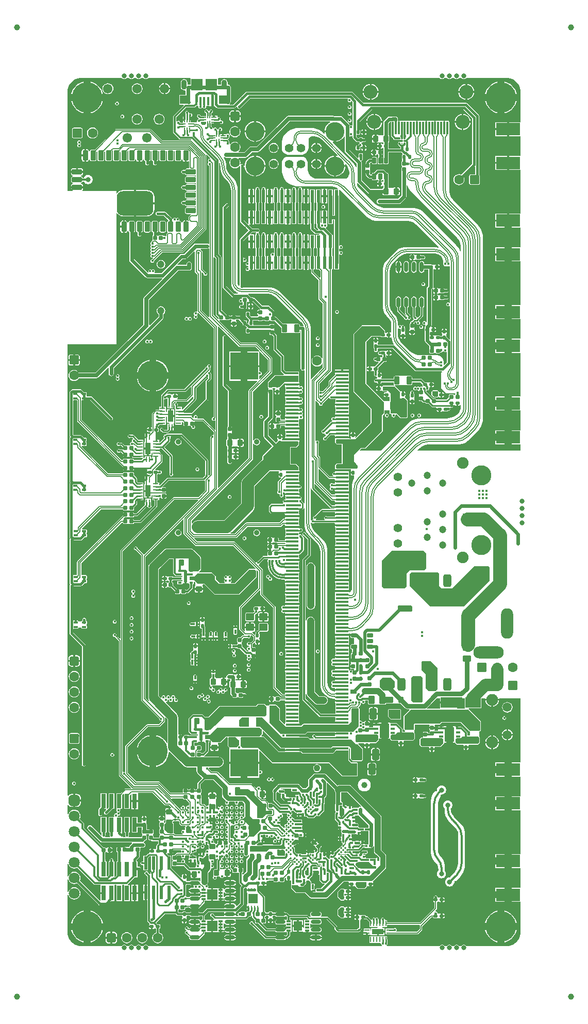
<source format=gbl>
G04*
G04 #@! TF.GenerationSoftware,Altium Limited,Altium Designer,18.1.9 (240)*
G04*
G04 Layer_Physical_Order=6*
G04 Layer_Color=16711680*
%FSLAX44Y44*%
%MOMM*%
G71*
G01*
G75*
%ADD10C,0.2500*%
%ADD11C,0.2000*%
%ADD14C,0.3000*%
%ADD17C,0.1500*%
%ADD18C,0.1000*%
G04:AMPARAMS|DCode=19|XSize=0.6mm|YSize=0.6mm|CornerRadius=0.06mm|HoleSize=0mm|Usage=FLASHONLY|Rotation=180.000|XOffset=0mm|YOffset=0mm|HoleType=Round|Shape=RoundedRectangle|*
%AMROUNDEDRECTD19*
21,1,0.6000,0.4800,0,0,180.0*
21,1,0.4800,0.6000,0,0,180.0*
1,1,0.1200,-0.2400,0.2400*
1,1,0.1200,0.2400,0.2400*
1,1,0.1200,0.2400,-0.2400*
1,1,0.1200,-0.2400,-0.2400*
%
%ADD19ROUNDEDRECTD19*%
%ADD20R,0.5500X2.2000*%
%ADD35R,0.6000X1.9500*%
%ADD36R,0.6000X0.3000*%
G04:AMPARAMS|DCode=46|XSize=1.3mm|YSize=0.8mm|CornerRadius=0.1mm|HoleSize=0mm|Usage=FLASHONLY|Rotation=270.000|XOffset=0mm|YOffset=0mm|HoleType=Round|Shape=RoundedRectangle|*
%AMROUNDEDRECTD46*
21,1,1.3000,0.6000,0,0,270.0*
21,1,1.1000,0.8000,0,0,270.0*
1,1,0.2000,-0.3000,-0.5500*
1,1,0.2000,-0.3000,0.5500*
1,1,0.2000,0.3000,0.5500*
1,1,0.2000,0.3000,-0.5500*
%
%ADD46ROUNDEDRECTD46*%
G04:AMPARAMS|DCode=47|XSize=1.3mm|YSize=0.8mm|CornerRadius=0.1mm|HoleSize=0mm|Usage=FLASHONLY|Rotation=0.000|XOffset=0mm|YOffset=0mm|HoleType=Round|Shape=RoundedRectangle|*
%AMROUNDEDRECTD47*
21,1,1.3000,0.6000,0,0,0.0*
21,1,1.1000,0.8000,0,0,0.0*
1,1,0.2000,0.5500,-0.3000*
1,1,0.2000,-0.5500,-0.3000*
1,1,0.2000,-0.5500,0.3000*
1,1,0.2000,0.5500,0.3000*
%
%ADD47ROUNDEDRECTD47*%
G04:AMPARAMS|DCode=48|XSize=0.6mm|YSize=0.6mm|CornerRadius=0.06mm|HoleSize=0mm|Usage=FLASHONLY|Rotation=90.000|XOffset=0mm|YOffset=0mm|HoleType=Round|Shape=RoundedRectangle|*
%AMROUNDEDRECTD48*
21,1,0.6000,0.4800,0,0,90.0*
21,1,0.4800,0.6000,0,0,90.0*
1,1,0.1200,0.2400,0.2400*
1,1,0.1200,0.2400,-0.2400*
1,1,0.1200,-0.2400,-0.2400*
1,1,0.1200,-0.2400,0.2400*
%
%ADD48ROUNDEDRECTD48*%
G04:AMPARAMS|DCode=49|XSize=0.5mm|YSize=0.6mm|CornerRadius=0.05mm|HoleSize=0mm|Usage=FLASHONLY|Rotation=180.000|XOffset=0mm|YOffset=0mm|HoleType=Round|Shape=RoundedRectangle|*
%AMROUNDEDRECTD49*
21,1,0.5000,0.5000,0,0,180.0*
21,1,0.4000,0.6000,0,0,180.0*
1,1,0.1000,-0.2000,0.2500*
1,1,0.1000,0.2000,0.2500*
1,1,0.1000,0.2000,-0.2500*
1,1,0.1000,-0.2000,-0.2500*
%
%ADD49ROUNDEDRECTD49*%
G04:AMPARAMS|DCode=50|XSize=0.5mm|YSize=0.6mm|CornerRadius=0.05mm|HoleSize=0mm|Usage=FLASHONLY|Rotation=90.000|XOffset=0mm|YOffset=0mm|HoleType=Round|Shape=RoundedRectangle|*
%AMROUNDEDRECTD50*
21,1,0.5000,0.5000,0,0,90.0*
21,1,0.4000,0.6000,0,0,90.0*
1,1,0.1000,0.2500,0.2000*
1,1,0.1000,0.2500,-0.2000*
1,1,0.1000,-0.2500,-0.2000*
1,1,0.1000,-0.2500,0.2000*
%
%ADD50ROUNDEDRECTD50*%
%ADD54R,0.3000X0.3500*%
G04:AMPARAMS|DCode=58|XSize=1mm|YSize=0.9mm|CornerRadius=0.1125mm|HoleSize=0mm|Usage=FLASHONLY|Rotation=180.000|XOffset=0mm|YOffset=0mm|HoleType=Round|Shape=RoundedRectangle|*
%AMROUNDEDRECTD58*
21,1,1.0000,0.6750,0,0,180.0*
21,1,0.7750,0.9000,0,0,180.0*
1,1,0.2250,-0.3875,0.3375*
1,1,0.2250,0.3875,0.3375*
1,1,0.2250,0.3875,-0.3375*
1,1,0.2250,-0.3875,-0.3375*
%
%ADD58ROUNDEDRECTD58*%
G04:AMPARAMS|DCode=59|XSize=1.8mm|YSize=1.15mm|CornerRadius=0.1438mm|HoleSize=0mm|Usage=FLASHONLY|Rotation=90.000|XOffset=0mm|YOffset=0mm|HoleType=Round|Shape=RoundedRectangle|*
%AMROUNDEDRECTD59*
21,1,1.8000,0.8625,0,0,90.0*
21,1,1.5125,1.1500,0,0,90.0*
1,1,0.2875,0.4313,0.7563*
1,1,0.2875,0.4313,-0.7563*
1,1,0.2875,-0.4313,-0.7563*
1,1,0.2875,-0.4313,0.7563*
%
%ADD59ROUNDEDRECTD59*%
%ADD67R,4.0000X2.0000*%
G04:AMPARAMS|DCode=76|XSize=1.4mm|YSize=1.2mm|CornerRadius=0.15mm|HoleSize=0mm|Usage=FLASHONLY|Rotation=180.000|XOffset=0mm|YOffset=0mm|HoleType=Round|Shape=RoundedRectangle|*
%AMROUNDEDRECTD76*
21,1,1.4000,0.9000,0,0,180.0*
21,1,1.1000,1.2000,0,0,180.0*
1,1,0.3000,-0.5500,0.4500*
1,1,0.3000,0.5500,0.4500*
1,1,0.3000,0.5500,-0.4500*
1,1,0.3000,-0.5500,-0.4500*
%
%ADD76ROUNDEDRECTD76*%
%ADD81C,0.3500*%
%ADD86C,0.5000*%
G04:AMPARAMS|DCode=87|XSize=0.6mm|YSize=0.6mm|CornerRadius=0.06mm|HoleSize=0mm|Usage=FLASHONLY|Rotation=45.000|XOffset=0mm|YOffset=0mm|HoleType=Round|Shape=RoundedRectangle|*
%AMROUNDEDRECTD87*
21,1,0.6000,0.4800,0,0,45.0*
21,1,0.4800,0.6000,0,0,45.0*
1,1,0.1200,0.3394,0.0000*
1,1,0.1200,0.0000,-0.3394*
1,1,0.1200,-0.3394,0.0000*
1,1,0.1200,0.0000,0.3394*
%
%ADD87ROUNDEDRECTD87*%
%ADD89C,1.6000*%
G04:AMPARAMS|DCode=95|XSize=1mm|YSize=0.9mm|CornerRadius=0.1125mm|HoleSize=0mm|Usage=FLASHONLY|Rotation=270.000|XOffset=0mm|YOffset=0mm|HoleType=Round|Shape=RoundedRectangle|*
%AMROUNDEDRECTD95*
21,1,1.0000,0.6750,0,0,270.0*
21,1,0.7750,0.9000,0,0,270.0*
1,1,0.2250,-0.3375,-0.3875*
1,1,0.2250,-0.3375,0.3875*
1,1,0.2250,0.3375,0.3875*
1,1,0.2250,0.3375,-0.3875*
%
%ADD95ROUNDEDRECTD95*%
G04:AMPARAMS|DCode=96|XSize=0.6mm|YSize=1mm|CornerRadius=0.075mm|HoleSize=0mm|Usage=FLASHONLY|Rotation=270.000|XOffset=0mm|YOffset=0mm|HoleType=Round|Shape=RoundedRectangle|*
%AMROUNDEDRECTD96*
21,1,0.6000,0.8500,0,0,270.0*
21,1,0.4500,1.0000,0,0,270.0*
1,1,0.1500,-0.4250,-0.2250*
1,1,0.1500,-0.4250,0.2250*
1,1,0.1500,0.4250,0.2250*
1,1,0.1500,0.4250,-0.2250*
%
%ADD96ROUNDEDRECTD96*%
%ADD102R,1.6000X2.3500*%
%ADD103R,0.7000X0.3000*%
G04:AMPARAMS|DCode=107|XSize=1.4mm|YSize=1mm|CornerRadius=0.125mm|HoleSize=0mm|Usage=FLASHONLY|Rotation=270.000|XOffset=0mm|YOffset=0mm|HoleType=Round|Shape=RoundedRectangle|*
%AMROUNDEDRECTD107*
21,1,1.4000,0.7500,0,0,270.0*
21,1,1.1500,1.0000,0,0,270.0*
1,1,0.2500,-0.3750,-0.5750*
1,1,0.2500,-0.3750,0.5750*
1,1,0.2500,0.3750,0.5750*
1,1,0.2500,0.3750,-0.5750*
%
%ADD107ROUNDEDRECTD107*%
G04:AMPARAMS|DCode=108|XSize=1.4mm|YSize=1mm|CornerRadius=0.125mm|HoleSize=0mm|Usage=FLASHONLY|Rotation=0.000|XOffset=0mm|YOffset=0mm|HoleType=Round|Shape=RoundedRectangle|*
%AMROUNDEDRECTD108*
21,1,1.4000,0.7500,0,0,0.0*
21,1,1.1500,1.0000,0,0,0.0*
1,1,0.2500,0.5750,-0.3750*
1,1,0.2500,-0.5750,-0.3750*
1,1,0.2500,-0.5750,0.3750*
1,1,0.2500,0.5750,0.3750*
%
%ADD108ROUNDEDRECTD108*%
G04:AMPARAMS|DCode=110|XSize=0.6mm|YSize=1mm|CornerRadius=0.075mm|HoleSize=0mm|Usage=FLASHONLY|Rotation=0.000|XOffset=0mm|YOffset=0mm|HoleType=Round|Shape=RoundedRectangle|*
%AMROUNDEDRECTD110*
21,1,0.6000,0.8500,0,0,0.0*
21,1,0.4500,1.0000,0,0,0.0*
1,1,0.1500,0.2250,-0.4250*
1,1,0.1500,-0.2250,-0.4250*
1,1,0.1500,-0.2250,0.4250*
1,1,0.1500,0.2250,0.4250*
%
%ADD110ROUNDEDRECTD110*%
%ADD216C,1.2000*%
%ADD219C,1.5000*%
%ADD224C,1.9000*%
%ADD232C,0.3250*%
%ADD234C,0.4000*%
%ADD235C,1.0000*%
%ADD236C,0.3500*%
%ADD238C,0.2200*%
%ADD239C,0.6000*%
%ADD240C,0.5000*%
%ADD241C,0.1100*%
%ADD242C,0.8000*%
%ADD243C,1.2000*%
%ADD245C,2.3000*%
%ADD246C,1.0000*%
%ADD247C,0.7000*%
%ADD249C,1.1500*%
%ADD250C,1.5000*%
%ADD251C,2.0000*%
G04:AMPARAMS|DCode=253|XSize=1.524mm|YSize=1.524mm|CornerRadius=0.1905mm|HoleSize=0mm|Usage=FLASHONLY|Rotation=270.000|XOffset=0mm|YOffset=0mm|HoleType=Round|Shape=RoundedRectangle|*
%AMROUNDEDRECTD253*
21,1,1.5240,1.1430,0,0,270.0*
21,1,1.1430,1.5240,0,0,270.0*
1,1,0.3810,-0.5715,-0.5715*
1,1,0.3810,-0.5715,0.5715*
1,1,0.3810,0.5715,0.5715*
1,1,0.3810,0.5715,-0.5715*
%
%ADD253ROUNDEDRECTD253*%
%ADD254C,5.0000*%
%ADD255C,0.8000*%
%ADD256C,0.9000*%
%ADD257C,1.1000*%
%ADD258C,1.9500*%
%ADD259C,1.4000*%
%ADD260C,3.3000*%
%ADD261O,5.0000X2.0000*%
%ADD262O,2.2000X5.0000*%
%ADD263O,2.0000X5.0000*%
G04:AMPARAMS|DCode=264|XSize=1.6mm|YSize=1.6mm|CornerRadius=0.4mm|HoleSize=0mm|Usage=FLASHONLY|Rotation=270.000|XOffset=0mm|YOffset=0mm|HoleType=Round|Shape=RoundedRectangle|*
%AMROUNDEDRECTD264*
21,1,1.6000,0.8000,0,0,270.0*
21,1,0.8000,1.6000,0,0,270.0*
1,1,0.8000,-0.4000,-0.4000*
1,1,0.8000,-0.4000,0.4000*
1,1,0.8000,0.4000,0.4000*
1,1,0.8000,0.4000,-0.4000*
%
%ADD264ROUNDEDRECTD264*%
%ADD265C,1.8000*%
G04:AMPARAMS|DCode=266|XSize=1.8mm|YSize=1.8mm|CornerRadius=0.45mm|HoleSize=0mm|Usage=FLASHONLY|Rotation=270.000|XOffset=0mm|YOffset=0mm|HoleType=Round|Shape=RoundedRectangle|*
%AMROUNDEDRECTD266*
21,1,1.8000,0.9000,0,0,270.0*
21,1,0.9000,1.8000,0,0,270.0*
1,1,0.9000,-0.4500,-0.4500*
1,1,0.9000,-0.4500,0.4500*
1,1,0.9000,0.4500,0.4500*
1,1,0.9000,0.4500,-0.4500*
%
%ADD266ROUNDEDRECTD266*%
G04:AMPARAMS|DCode=267|XSize=1.6mm|YSize=1.6mm|CornerRadius=0.4mm|HoleSize=0mm|Usage=FLASHONLY|Rotation=0.000|XOffset=0mm|YOffset=0mm|HoleType=Round|Shape=RoundedRectangle|*
%AMROUNDEDRECTD267*
21,1,1.6000,0.8000,0,0,0.0*
21,1,0.8000,1.6000,0,0,0.0*
1,1,0.8000,0.4000,-0.4000*
1,1,0.8000,-0.4000,-0.4000*
1,1,0.8000,-0.4000,0.4000*
1,1,0.8000,0.4000,0.4000*
%
%ADD267ROUNDEDRECTD267*%
%ADD268C,2.3000*%
%ADD269C,1.5500*%
G04:AMPARAMS|DCode=270|XSize=1.524mm|YSize=1.524mm|CornerRadius=0.1905mm|HoleSize=0mm|Usage=FLASHONLY|Rotation=180.000|XOffset=0mm|YOffset=0mm|HoleType=Round|Shape=RoundedRectangle|*
%AMROUNDEDRECTD270*
21,1,1.5240,1.1430,0,0,180.0*
21,1,1.1430,1.5240,0,0,180.0*
1,1,0.3810,-0.5715,0.5715*
1,1,0.3810,0.5715,0.5715*
1,1,0.3810,0.5715,-0.5715*
1,1,0.3810,-0.5715,-0.5715*
%
%ADD270ROUNDEDRECTD270*%
%ADD271O,0.9000X1.6000*%
%ADD272C,3.1000*%
%ADD273C,0.4000*%
%ADD275C,0.4500*%
%ADD277R,0.6000X2.0000*%
%ADD278R,1.7000X1.7000*%
%ADD279R,0.6500X0.3000*%
%ADD280R,0.2200X0.8100*%
%ADD281R,0.8100X0.2200*%
%ADD282R,0.9100X0.2200*%
%ADD283O,1.7000X0.6000*%
%ADD284R,1.6000X1.6000*%
%ADD285R,0.2500X0.6250*%
%ADD286R,0.3500X0.3000*%
G04:AMPARAMS|DCode=287|XSize=0.3mm|YSize=0.35mm|CornerRadius=0mm|HoleSize=0mm|Usage=FLASHONLY|Rotation=135.000|XOffset=0mm|YOffset=0mm|HoleType=Round|Shape=Rectangle|*
%AMROTATEDRECTD287*
4,1,4,0.2298,0.0177,-0.0177,-0.2298,-0.2298,-0.0177,0.0177,0.2298,0.2298,0.0177,0.0*
%
%ADD287ROTATEDRECTD287*%

G04:AMPARAMS|DCode=288|XSize=0.3mm|YSize=0.35mm|CornerRadius=0mm|HoleSize=0mm|Usage=FLASHONLY|Rotation=45.000|XOffset=0mm|YOffset=0mm|HoleType=Round|Shape=Rectangle|*
%AMROTATEDRECTD288*
4,1,4,0.0177,-0.2298,-0.2298,0.0177,-0.0177,0.2298,0.2298,-0.0177,0.0177,-0.2298,0.0*
%
%ADD288ROTATEDRECTD288*%

G04:AMPARAMS|DCode=289|XSize=0.5mm|YSize=0.6mm|CornerRadius=0.0625mm|HoleSize=0mm|Usage=FLASHONLY|Rotation=0.000|XOffset=0mm|YOffset=0mm|HoleType=Round|Shape=RoundedRectangle|*
%AMROUNDEDRECTD289*
21,1,0.5000,0.4750,0,0,0.0*
21,1,0.3750,0.6000,0,0,0.0*
1,1,0.1250,0.1875,-0.2375*
1,1,0.1250,-0.1875,-0.2375*
1,1,0.1250,-0.1875,0.2375*
1,1,0.1250,0.1875,0.2375*
%
%ADD289ROUNDEDRECTD289*%
%ADD290R,2.0000X0.3500*%
%ADD291R,4.6000X4.5000*%
%ADD292R,0.7500X2.4000*%
G04:AMPARAMS|DCode=293|XSize=0.7mm|YSize=0.4mm|CornerRadius=0.05mm|HoleSize=0mm|Usage=FLASHONLY|Rotation=180.000|XOffset=0mm|YOffset=0mm|HoleType=Round|Shape=RoundedRectangle|*
%AMROUNDEDRECTD293*
21,1,0.7000,0.3000,0,0,180.0*
21,1,0.6000,0.4000,0,0,180.0*
1,1,0.1000,-0.3000,0.1500*
1,1,0.1000,0.3000,0.1500*
1,1,0.1000,0.3000,-0.1500*
1,1,0.1000,-0.3000,-0.1500*
%
%ADD293ROUNDEDRECTD293*%
%ADD294O,0.6000X1.7000*%
%ADD295R,0.3000X2.1000*%
%ADD296R,0.9000X1.9000*%
%ADD297R,0.2500X0.9000*%
%ADD298R,0.9000X0.2500*%
%ADD299C,0.2500*%
G04:AMPARAMS|DCode=300|XSize=0.9mm|YSize=1.7mm|CornerRadius=0.225mm|HoleSize=0mm|Usage=FLASHONLY|Rotation=180.000|XOffset=0mm|YOffset=0mm|HoleType=Round|Shape=RoundedRectangle|*
%AMROUNDEDRECTD300*
21,1,0.9000,1.2500,0,0,180.0*
21,1,0.4500,1.7000,0,0,180.0*
1,1,0.4500,-0.2250,0.6250*
1,1,0.4500,0.2250,0.6250*
1,1,0.4500,0.2250,-0.6250*
1,1,0.4500,-0.2250,-0.6250*
%
%ADD300ROUNDEDRECTD300*%
G04:AMPARAMS|DCode=301|XSize=0.9mm|YSize=1.7mm|CornerRadius=0.225mm|HoleSize=0mm|Usage=FLASHONLY|Rotation=270.000|XOffset=0mm|YOffset=0mm|HoleType=Round|Shape=RoundedRectangle|*
%AMROUNDEDRECTD301*
21,1,0.9000,1.2500,0,0,270.0*
21,1,0.4500,1.7000,0,0,270.0*
1,1,0.4500,-0.6250,-0.2250*
1,1,0.4500,-0.6250,0.2250*
1,1,0.4500,0.6250,0.2250*
1,1,0.4500,0.6250,-0.2250*
%
%ADD301ROUNDEDRECTD301*%
G04:AMPARAMS|DCode=302|XSize=6mm|YSize=4mm|CornerRadius=1mm|HoleSize=0mm|Usage=FLASHONLY|Rotation=0.000|XOffset=0mm|YOffset=0mm|HoleType=Round|Shape=RoundedRectangle|*
%AMROUNDEDRECTD302*
21,1,6.0000,2.0000,0,0,0.0*
21,1,4.0000,4.0000,0,0,0.0*
1,1,2.0000,2.0000,-1.0000*
1,1,2.0000,-2.0000,-1.0000*
1,1,2.0000,-2.0000,1.0000*
1,1,2.0000,2.0000,1.0000*
%
%ADD302ROUNDEDRECTD302*%
%ADD303R,0.4000X1.3500*%
%ADD304R,1.6000X1.4000*%
%ADD305R,1.9000X1.9000*%
%ADD306R,0.2200X0.9100*%
G04:AMPARAMS|DCode=307|XSize=1.1mm|YSize=0.7mm|CornerRadius=0.0875mm|HoleSize=0mm|Usage=FLASHONLY|Rotation=0.000|XOffset=0mm|YOffset=0mm|HoleType=Round|Shape=RoundedRectangle|*
%AMROUNDEDRECTD307*
21,1,1.1000,0.5250,0,0,0.0*
21,1,0.9250,0.7000,0,0,0.0*
1,1,0.1750,0.4625,-0.2625*
1,1,0.1750,-0.4625,-0.2625*
1,1,0.1750,-0.4625,0.2625*
1,1,0.1750,0.4625,0.2625*
%
%ADD307ROUNDEDRECTD307*%
G04:AMPARAMS|DCode=308|XSize=2.1mm|YSize=1.3mm|CornerRadius=0.325mm|HoleSize=0mm|Usage=FLASHONLY|Rotation=90.000|XOffset=0mm|YOffset=0mm|HoleType=Round|Shape=RoundedRectangle|*
%AMROUNDEDRECTD308*
21,1,2.1000,0.6500,0,0,90.0*
21,1,1.4500,1.3000,0,0,90.0*
1,1,0.6500,0.3250,0.7250*
1,1,0.6500,0.3250,-0.7250*
1,1,0.6500,-0.3250,-0.7250*
1,1,0.6500,-0.3250,0.7250*
%
%ADD308ROUNDEDRECTD308*%
%ADD309R,2.5000X1.7000*%
%ADD310R,1.4000X1.6000*%
%ADD311R,0.8000X0.3000*%
%ADD312R,1.9000X0.9000*%
%ADD313C,0.8500*%
%ADD314C,0.2300*%
%ADD315C,0.1800*%
%ADD316C,0.3100*%
%ADD317C,0.1700*%
G36*
X720750Y1426941D02*
X726800D01*
X731117Y1426083D01*
X735182Y1424399D01*
X738842Y1421954D01*
X741954Y1418842D01*
X744399Y1415183D01*
X746083Y1411117D01*
X746941Y1406800D01*
Y1404600D01*
Y1400750D01*
X747000D01*
Y1395000D01*
Y1389250D01*
X746941D01*
Y1354450D01*
X728500D01*
Y1342950D01*
Y1331450D01*
X746941D01*
Y1299050D01*
X728500D01*
Y1287550D01*
Y1276050D01*
X746941D01*
Y1204450D01*
X728500D01*
Y1192950D01*
X732750D01*
Y1181450D01*
X746941D01*
Y1149050D01*
X732750D01*
Y1137550D01*
Y1126050D01*
X746941D01*
Y1054450D01*
X732750D01*
Y1042950D01*
Y1031450D01*
X746941D01*
Y999050D01*
X732750D01*
Y987550D01*
Y976050D01*
X746941D01*
Y904450D01*
X732750D01*
Y892950D01*
Y881450D01*
X746941D01*
Y849050D01*
X732750D01*
Y837550D01*
Y826050D01*
X746941D01*
Y815250D01*
X578409Y815250D01*
X577923Y816423D01*
X579810Y818310D01*
X579810Y818310D01*
X579810Y818310D01*
X581657Y819984D01*
X585798Y822751D01*
X590398Y824656D01*
X595281Y825628D01*
X597771Y825750D01*
X644229Y825750D01*
X644229Y825750D01*
X646731D01*
X651638Y826726D01*
X656260Y828641D01*
X660421Y831421D01*
X662189Y833189D01*
X677561Y848560D01*
X677561Y848560D01*
X677561Y848561D01*
X679329Y850330D01*
X682109Y854490D01*
X684024Y859112D01*
X685000Y864019D01*
X685000Y866521D01*
X685000Y1167229D01*
X685000D01*
X685000Y1167229D01*
X685000Y1169731D01*
X684024Y1174638D01*
X682109Y1179260D01*
X679330Y1183420D01*
X677561Y1185190D01*
X637690Y1225061D01*
X636016Y1226907D01*
X633249Y1231048D01*
X631344Y1235648D01*
X630372Y1240531D01*
X630250Y1243021D01*
Y1355000D01*
X629500D01*
Y1356250D01*
X625000D01*
Y1356750D01*
X619000D01*
Y1356250D01*
X614500D01*
Y1356250D01*
X610000D01*
Y1356750D01*
X604000D01*
Y1356250D01*
X600770D01*
X599500Y1356250D01*
Y1356250D01*
X599500D01*
Y1356250D01*
X595000D01*
Y1356750D01*
X589000D01*
Y1356250D01*
X584500D01*
Y1356250D01*
X584500Y1356250D01*
X580000D01*
Y1356750D01*
X574000D01*
Y1356250D01*
X550000D01*
Y1356750D01*
X545832D01*
Y1360750D01*
X545515Y1361515D01*
X545515Y1361515D01*
X544015Y1363015D01*
X543250Y1363332D01*
X536500D01*
X536490Y1363328D01*
X531250D01*
X529689Y1363018D01*
X528366Y1362134D01*
X528366Y1362134D01*
X523116Y1356884D01*
X522232Y1355561D01*
X521922Y1354000D01*
X521922Y1354000D01*
Y1334345D01*
X521500Y1333250D01*
X513920D01*
X513399Y1333598D01*
X512375Y1333801D01*
X510500D01*
Y1327250D01*
Y1320699D01*
X512375D01*
X513399Y1320902D01*
X513920Y1321250D01*
X521500D01*
X521922Y1320155D01*
Y1318750D01*
X519855D01*
X519280Y1319134D01*
X518500Y1319289D01*
X517500D01*
Y1315250D01*
Y1311211D01*
X518500D01*
X519280Y1311366D01*
X519855Y1311750D01*
X521922D01*
Y1307500D01*
Y1291250D01*
X521966Y1291028D01*
Y1287000D01*
X522102Y1286317D01*
X522488Y1285738D01*
X523067Y1285352D01*
X523750Y1285216D01*
X528250D01*
X528933Y1285352D01*
X529512Y1285738D01*
X529898Y1286317D01*
X530034Y1287000D01*
Y1291028D01*
X530078Y1291250D01*
Y1304941D01*
X551233D01*
X553564Y1302610D01*
X553117Y1301261D01*
X553091Y1301256D01*
X552553Y1300896D01*
X552194Y1300359D01*
X552068Y1299725D01*
Y1294975D01*
X552194Y1294341D01*
X552541Y1293822D01*
Y1290634D01*
X552047Y1290303D01*
X551693Y1289774D01*
X551569Y1289150D01*
Y1284350D01*
X551693Y1283726D01*
X552047Y1283197D01*
X552100Y1283161D01*
Y1280339D01*
X552047Y1280304D01*
X551693Y1279774D01*
X551569Y1279150D01*
Y1276986D01*
X551522Y1276750D01*
Y1234289D01*
X545811Y1228578D01*
X515000D01*
X513439Y1228268D01*
X512116Y1227384D01*
X511232Y1226061D01*
X510922Y1224500D01*
X511232Y1222939D01*
X512116Y1221616D01*
X513439Y1220732D01*
X515000Y1220422D01*
X547500D01*
X547500Y1220422D01*
X549061Y1220732D01*
X550384Y1221616D01*
X558484Y1229716D01*
X558484Y1229716D01*
X559368Y1231039D01*
X559678Y1232600D01*
X559678Y1232600D01*
Y1250469D01*
X560948Y1250722D01*
X562391Y1247240D01*
X565171Y1243079D01*
X577189Y1231060D01*
X641560Y1166690D01*
X641560Y1166689D01*
X641560Y1166690D01*
X643234Y1164843D01*
X646001Y1160702D01*
X647906Y1156102D01*
X648878Y1151219D01*
X649000Y1148729D01*
Y1142764D01*
X647730Y1142511D01*
X646048Y1146572D01*
X643268Y1150732D01*
X641499Y1152501D01*
X641499Y1152501D01*
X587621Y1206379D01*
X585852Y1208148D01*
X581692Y1210927D01*
X577070Y1212842D01*
X572163Y1213818D01*
X525203D01*
X522713Y1213941D01*
X517830Y1214912D01*
X513229Y1216817D01*
X509089Y1219584D01*
X507242Y1221258D01*
X482250Y1246250D01*
X481363Y1247228D01*
X479898Y1249421D01*
X478889Y1251858D01*
X478469Y1253967D01*
X479640Y1254593D01*
X496116Y1238116D01*
X496116Y1238116D01*
X497439Y1237232D01*
X499000Y1236922D01*
X520499D01*
X520623Y1236296D01*
X521093Y1235593D01*
X521796Y1235123D01*
X522625Y1234958D01*
X529247D01*
X529375Y1234958D01*
X530500Y1235000D01*
X530500Y1235000D01*
X538080D01*
X538601Y1234652D01*
X539625Y1234449D01*
X541500D01*
Y1241000D01*
Y1247551D01*
X539625D01*
X538601Y1247348D01*
X538080Y1247000D01*
X530500D01*
X530078Y1248095D01*
Y1251141D01*
X530124Y1251250D01*
Y1255250D01*
X530078Y1255359D01*
Y1265250D01*
X530034Y1265471D01*
Y1269500D01*
X529898Y1270183D01*
X529512Y1270762D01*
X528933Y1271148D01*
X528250Y1271284D01*
X527791D01*
X523413Y1275663D01*
X522421Y1276326D01*
X521250Y1276559D01*
X521250Y1276559D01*
X512500D01*
X511329Y1276326D01*
X510337Y1275663D01*
X505959Y1271284D01*
X504750D01*
X504067Y1271148D01*
X503488Y1270762D01*
X503102Y1270183D01*
X502966Y1269500D01*
Y1268309D01*
X500392D01*
X499504Y1269197D01*
X499553Y1269697D01*
X499907Y1270226D01*
X500031Y1270850D01*
Y1275650D01*
X499907Y1276274D01*
X499553Y1276804D01*
X499500Y1276839D01*
Y1279661D01*
X499553Y1279696D01*
X499907Y1280226D01*
X500031Y1280850D01*
Y1285650D01*
X499907Y1286274D01*
X499553Y1286803D01*
X499504Y1287303D01*
X500392Y1288191D01*
X502966D01*
Y1287000D01*
X503102Y1286317D01*
X503488Y1285738D01*
X504067Y1285352D01*
X504750Y1285216D01*
X509250D01*
X509933Y1285352D01*
X510512Y1285738D01*
X510898Y1286317D01*
X511034Y1287000D01*
Y1295500D01*
X510898Y1296183D01*
X510512Y1296762D01*
X509933Y1297148D01*
X509250Y1297284D01*
X504750D01*
X504067Y1297148D01*
X503488Y1296762D01*
X503102Y1296183D01*
X502966Y1295500D01*
Y1294309D01*
X499125D01*
X499125Y1294309D01*
X497955Y1294076D01*
X496962Y1293413D01*
X493837Y1290288D01*
X493174Y1289295D01*
X492941Y1288125D01*
X492941Y1288125D01*
Y1287134D01*
X492446Y1286803D01*
X492093Y1286274D01*
X491969Y1285650D01*
Y1280850D01*
X492093Y1280226D01*
X492446Y1279696D01*
X492500Y1279661D01*
Y1276839D01*
X492446Y1276804D01*
X492093Y1276274D01*
X491969Y1275650D01*
Y1270850D01*
X492093Y1270226D01*
X492446Y1269697D01*
X492941Y1269366D01*
Y1268375D01*
X492941Y1268375D01*
X493174Y1267205D01*
X493837Y1266212D01*
X496962Y1263087D01*
X497955Y1262424D01*
X499125Y1262191D01*
X499125Y1262191D01*
X502966D01*
Y1261000D01*
X503102Y1260317D01*
X503488Y1259738D01*
X504067Y1259352D01*
X504750Y1259216D01*
X509250D01*
X509933Y1259352D01*
X510512Y1259738D01*
X510820Y1260200D01*
X511316Y1260243D01*
X512149Y1260094D01*
X512628Y1259378D01*
X513372Y1258880D01*
X514250Y1258706D01*
X515000D01*
Y1265250D01*
X518000D01*
Y1258706D01*
X518750D01*
X519628Y1258880D01*
X520372Y1259378D01*
X520652Y1259796D01*
X521922Y1259411D01*
Y1256750D01*
X519855D01*
X519280Y1257134D01*
X518500Y1257289D01*
X517500D01*
Y1253250D01*
Y1249211D01*
X518500D01*
X519280Y1249366D01*
X519855Y1249750D01*
X521922D01*
X521922Y1246902D01*
X521796Y1246877D01*
X521093Y1246407D01*
X520623Y1245704D01*
X520499Y1245078D01*
X500689D01*
X486078Y1259689D01*
Y1287919D01*
X485768Y1289480D01*
X485423Y1289995D01*
X486008Y1291406D01*
X486096Y1291424D01*
X487089Y1292087D01*
X487752Y1293080D01*
X487985Y1294250D01*
Y1295905D01*
X488332Y1296424D01*
X488458Y1297058D01*
Y1301808D01*
X488332Y1302442D01*
X487973Y1302980D01*
X487435Y1303339D01*
X486801Y1303465D01*
X483051D01*
X482417Y1303339D01*
X481880Y1302980D01*
X481520Y1302442D01*
X481394Y1301808D01*
Y1297058D01*
X481520Y1296424D01*
X481355Y1296127D01*
X479779Y1295907D01*
X466328Y1309358D01*
Y1330765D01*
X467598Y1331571D01*
X468250Y1331441D01*
X469421Y1331674D01*
X470197Y1332193D01*
X470992Y1331949D01*
X471467Y1331631D01*
Y1329474D01*
X471467Y1329474D01*
X471700Y1328303D01*
X472363Y1327311D01*
X476704Y1322970D01*
X476704Y1322970D01*
X477696Y1322307D01*
X478867Y1322074D01*
X481553D01*
X481880Y1321587D01*
X482417Y1321228D01*
X482471Y1321217D01*
X482545Y1321010D01*
X482605Y1319895D01*
X481884Y1319413D01*
X481221Y1318421D01*
X481123Y1317932D01*
X479557Y1316365D01*
X478151D01*
X477517Y1316239D01*
X476979Y1315880D01*
X476620Y1315342D01*
X476494Y1314708D01*
Y1309958D01*
X476620Y1309324D01*
X476979Y1308787D01*
X477517Y1308428D01*
X478151Y1308302D01*
X481901D01*
X482535Y1308428D01*
X483073Y1308787D01*
X483432Y1309324D01*
X483558Y1309958D01*
Y1313157D01*
X484514Y1314113D01*
X485137Y1313965D01*
X485286Y1313833D01*
X488326D01*
Y1316875D01*
X488326D01*
X487105Y1317250D01*
X486872Y1318421D01*
X486209Y1319413D01*
X485583Y1319832D01*
X485968Y1321102D01*
X486801D01*
X487435Y1321228D01*
X487973Y1321587D01*
X488298Y1322074D01*
X490250D01*
X491421Y1322307D01*
X492413Y1322970D01*
X493076Y1323963D01*
X493309Y1325133D01*
X493076Y1326304D01*
X492413Y1327296D01*
X491421Y1327959D01*
X490250Y1328192D01*
X488298D01*
X487973Y1328680D01*
X487435Y1329039D01*
X486801Y1329165D01*
X483051D01*
X482417Y1329039D01*
X481880Y1328680D01*
X481553Y1328192D01*
X480134D01*
X477585Y1330741D01*
Y1333537D01*
X478151Y1334001D01*
X481901D01*
X482535Y1334128D01*
X483073Y1334487D01*
X483432Y1335024D01*
X483558Y1335658D01*
Y1340408D01*
X483432Y1341042D01*
X483085Y1341562D01*
Y1355009D01*
X503017Y1374941D01*
X653483D01*
X667941Y1360483D01*
Y1286367D01*
X649930Y1268355D01*
X648449Y1268968D01*
X646100Y1269278D01*
X643751Y1268968D01*
X641561Y1268061D01*
X639681Y1266619D01*
X638239Y1264739D01*
X637332Y1262549D01*
X637022Y1260200D01*
X637332Y1257850D01*
X638239Y1255661D01*
X639681Y1253781D01*
X641561Y1252338D01*
X643751Y1251432D01*
X646100Y1251122D01*
X648449Y1251432D01*
X650639Y1252338D01*
X652519Y1253781D01*
X653961Y1255661D01*
X654868Y1257850D01*
X655178Y1260200D01*
X654868Y1262549D01*
X654255Y1264029D01*
X671768Y1281542D01*
X672941Y1281056D01*
Y1268877D01*
X665785D01*
X664651Y1268651D01*
X663691Y1268009D01*
X663048Y1267048D01*
X662823Y1265915D01*
Y1254485D01*
X663048Y1253352D01*
X663691Y1252391D01*
X664651Y1251749D01*
X665785Y1251523D01*
X677215D01*
X678348Y1251749D01*
X679309Y1252391D01*
X679951Y1253352D01*
X680177Y1254485D01*
Y1265915D01*
X679951Y1267048D01*
X679309Y1268009D01*
X679059Y1268177D01*
Y1364500D01*
X679059Y1364500D01*
X678826Y1365670D01*
X678163Y1366663D01*
X678163Y1366663D01*
X659663Y1385163D01*
X658671Y1385826D01*
X657500Y1386059D01*
X657500Y1386059D01*
X489267D01*
X471913Y1403413D01*
X470920Y1404076D01*
X469750Y1404309D01*
X469750Y1404309D01*
X297250Y1404309D01*
X297250Y1404309D01*
X296079Y1404076D01*
X295087Y1403413D01*
X295087Y1403413D01*
X288087Y1396413D01*
X288087Y1396413D01*
X274983Y1383309D01*
X269587D01*
X269292Y1383753D01*
X269096Y1384579D01*
X269884Y1385366D01*
X270768Y1386689D01*
X271078Y1388250D01*
X271078Y1388250D01*
Y1411750D01*
X270768Y1413311D01*
X269884Y1414634D01*
X268561Y1415518D01*
X267000Y1415828D01*
X266108D01*
Y1419250D01*
X265681Y1421396D01*
X264465Y1423215D01*
X262646Y1424431D01*
X260500Y1424858D01*
X258354Y1424431D01*
X256535Y1423215D01*
X255319Y1421396D01*
X254892Y1419250D01*
Y1415828D01*
X250000D01*
Y1426250D01*
X250984Y1426941D01*
X614280D01*
X614645Y1426395D01*
X616299Y1425290D01*
X618250Y1424902D01*
X620201Y1425290D01*
X621855Y1426395D01*
X622220Y1426941D01*
X626280D01*
X626645Y1426395D01*
X628299Y1425290D01*
X630250Y1424902D01*
X632201Y1425290D01*
X633855Y1426395D01*
X634220Y1426941D01*
X638280D01*
X638645Y1426395D01*
X640299Y1425290D01*
X642250Y1424902D01*
X644201Y1425290D01*
X645855Y1426395D01*
X646220Y1426941D01*
X650030D01*
X650395Y1426395D01*
X652049Y1425290D01*
X654000Y1424902D01*
X655951Y1425290D01*
X657605Y1426395D01*
X657970Y1426941D01*
X709250D01*
Y1427000D01*
X720750D01*
Y1426941D01*
D02*
G37*
G36*
X40750D02*
X92030D01*
X92395Y1426395D01*
X94049Y1425290D01*
X96000Y1424902D01*
X97951Y1425290D01*
X99605Y1426395D01*
X99970Y1426941D01*
X103780D01*
X104145Y1426395D01*
X105799Y1425290D01*
X107750Y1424902D01*
X109701Y1425290D01*
X111355Y1426395D01*
X111720Y1426941D01*
X115780D01*
X116145Y1426395D01*
X117799Y1425290D01*
X119750Y1424902D01*
X121701Y1425290D01*
X123355Y1426395D01*
X123720Y1426941D01*
X127780D01*
X128145Y1426395D01*
X129799Y1425290D01*
X131750Y1424902D01*
X133701Y1425290D01*
X135355Y1426395D01*
X135720Y1426941D01*
X204016D01*
X205000Y1426250D01*
Y1415828D01*
X201000D01*
X200108Y1416561D01*
Y1419250D01*
X199681Y1421396D01*
X198465Y1423215D01*
X196646Y1424431D01*
X194500Y1424858D01*
X192354Y1424431D01*
X190535Y1423215D01*
X189319Y1421396D01*
X188892Y1419250D01*
Y1412250D01*
X189319Y1410104D01*
X190535Y1408285D01*
X192354Y1407069D01*
X194500Y1406642D01*
X195652Y1406871D01*
X196922Y1405842D01*
Y1399250D01*
X186500D01*
Y1383250D01*
X193599D01*
X194125Y1381980D01*
X177198Y1365052D01*
X176645Y1364225D01*
X176451Y1363250D01*
Y1337750D01*
X176645Y1336774D01*
X177198Y1335948D01*
X186198Y1326948D01*
X187025Y1326395D01*
X188000Y1326201D01*
X206433D01*
X206521Y1326117D01*
X206775Y1325722D01*
X206458Y1325024D01*
X206029Y1324534D01*
X158581D01*
X140854Y1342262D01*
X140275Y1342648D01*
X139592Y1342784D01*
X82000D01*
X81317Y1342648D01*
X80738Y1342262D01*
X47801Y1309324D01*
X47100Y1309464D01*
X42600D01*
X41332Y1309211D01*
X40257Y1308493D01*
X39539Y1307418D01*
X39402Y1306733D01*
X38108D01*
X37932Y1307613D01*
X37104Y1308854D01*
X35863Y1309682D01*
X34400Y1309973D01*
X33650D01*
Y1299900D01*
Y1289827D01*
X34400D01*
X35863Y1290118D01*
X37104Y1290947D01*
X37932Y1292187D01*
X38108Y1293067D01*
X39402D01*
X39539Y1292382D01*
X40257Y1291307D01*
X41332Y1290589D01*
X42600Y1290336D01*
X47100D01*
X48368Y1290589D01*
X49443Y1291307D01*
X50161Y1292382D01*
X50414Y1293650D01*
Y1306150D01*
X50388Y1306278D01*
X50782Y1306605D01*
X51514Y1306329D01*
X51986Y1305954D01*
Y1293650D01*
X52239Y1292382D01*
X52957Y1291307D01*
X54032Y1290589D01*
X55300Y1290336D01*
X59800D01*
X61068Y1290589D01*
X62143Y1291307D01*
X62861Y1292382D01*
X63114Y1293650D01*
Y1305850D01*
X63416Y1306114D01*
X64421Y1305724D01*
X64686Y1305432D01*
Y1293650D01*
X64939Y1292382D01*
X65657Y1291307D01*
X66732Y1290589D01*
X68000Y1290336D01*
X72500D01*
X73768Y1290589D01*
X74843Y1291307D01*
X75561Y1292382D01*
X75814Y1293650D01*
Y1306150D01*
X75583Y1307310D01*
X76956Y1308683D01*
X77943Y1307873D01*
X77639Y1307418D01*
X77386Y1306150D01*
Y1293650D01*
X77639Y1292382D01*
X78357Y1291307D01*
X79432Y1290589D01*
X80700Y1290336D01*
X85200D01*
X86468Y1290589D01*
X87543Y1291307D01*
X88261Y1292382D01*
X88514Y1293650D01*
Y1305712D01*
X88816Y1305947D01*
X90043Y1305347D01*
X90086Y1305276D01*
Y1293650D01*
X90339Y1292382D01*
X91057Y1291307D01*
X92132Y1290589D01*
X93400Y1290336D01*
X97900D01*
X99168Y1290589D01*
X100243Y1291307D01*
X100961Y1292382D01*
X101214Y1293650D01*
Y1306150D01*
X101041Y1307018D01*
X101942Y1307919D01*
X102243Y1307781D01*
X102989Y1307170D01*
X102786Y1306150D01*
Y1293650D01*
X103039Y1292382D01*
X103757Y1291307D01*
X104832Y1290589D01*
X106100Y1290336D01*
X110600D01*
X111868Y1290589D01*
X112943Y1291307D01*
X113661Y1292382D01*
X113798Y1293067D01*
X115093Y1293067D01*
X115268Y1292187D01*
X116096Y1290947D01*
X117337Y1290118D01*
X118800Y1289827D01*
X119550D01*
Y1299900D01*
X122550D01*
Y1289827D01*
X123300D01*
X124763Y1290118D01*
X126004Y1290947D01*
X126833Y1292187D01*
X127008Y1293067D01*
X128302D01*
X128439Y1292382D01*
X129157Y1291307D01*
X130232Y1290589D01*
X130691Y1290497D01*
Y1287050D01*
X130924Y1285879D01*
X131587Y1284887D01*
X132579Y1284224D01*
X133750Y1283991D01*
X134921Y1284224D01*
X135913Y1284887D01*
X136576Y1285879D01*
X136809Y1287050D01*
Y1290497D01*
X137268Y1290589D01*
X138343Y1291307D01*
X139061Y1292382D01*
X139314Y1293650D01*
Y1306150D01*
X139242Y1306512D01*
X140100Y1307639D01*
X140958Y1306512D01*
X140886Y1306150D01*
Y1293650D01*
X141139Y1292382D01*
X141857Y1291307D01*
X142932Y1290589D01*
X143391Y1290497D01*
Y1287050D01*
X143624Y1285879D01*
X144287Y1284887D01*
X145280Y1284224D01*
X146450Y1283991D01*
X147621Y1284224D01*
X148613Y1284887D01*
X149276Y1285879D01*
X149509Y1287050D01*
Y1290497D01*
X149968Y1290589D01*
X151043Y1291307D01*
X151761Y1292382D01*
X152014Y1293650D01*
Y1306150D01*
X151942Y1306512D01*
X152800Y1307639D01*
X153658Y1306512D01*
X153586Y1306150D01*
Y1293650D01*
X153839Y1292382D01*
X154557Y1291307D01*
X155632Y1290589D01*
X156900Y1290336D01*
X161400D01*
X162668Y1290589D01*
X163743Y1291307D01*
X164461Y1292382D01*
X164714Y1293650D01*
Y1306150D01*
X164642Y1306512D01*
X165500Y1307639D01*
X166358Y1306512D01*
X166286Y1306150D01*
Y1293650D01*
X166539Y1292382D01*
X167257Y1291307D01*
X168332Y1290589D01*
X169600Y1290336D01*
X174100D01*
X175368Y1290589D01*
X176443Y1291307D01*
X177161Y1292382D01*
X177414Y1293650D01*
Y1306150D01*
X177342Y1306512D01*
X178200Y1307639D01*
X179058Y1306512D01*
X178986Y1306150D01*
Y1293650D01*
X179239Y1292382D01*
X179957Y1291307D01*
X181032Y1290589D01*
X182300Y1290336D01*
X186800D01*
X188068Y1290589D01*
X189143Y1291307D01*
X189862Y1292382D01*
X189998Y1293067D01*
X191293D01*
X191468Y1292187D01*
X192296Y1290947D01*
X193537Y1290118D01*
X195000Y1289827D01*
X195750D01*
Y1299900D01*
X198750D01*
Y1289827D01*
X199500D01*
X200963Y1290118D01*
X201196Y1290273D01*
X202466Y1289594D01*
Y1280686D01*
X202602Y1280003D01*
X202782Y1279734D01*
X202314Y1278464D01*
X199250D01*
X197982Y1278211D01*
X196907Y1277493D01*
X196189Y1276418D01*
X196097Y1275959D01*
X192650D01*
X191479Y1275726D01*
X190487Y1275063D01*
X189824Y1274071D01*
X189591Y1272900D01*
X189824Y1271729D01*
X190487Y1270737D01*
X191479Y1270074D01*
X192650Y1269841D01*
X196097D01*
X196189Y1269382D01*
X196907Y1268307D01*
X197982Y1267589D01*
X199250Y1267336D01*
X211750D01*
X212997Y1267584D01*
X213131Y1267525D01*
X214115Y1266971D01*
Y1266129D01*
X213131Y1265575D01*
X212997Y1265516D01*
X211750Y1265764D01*
X199250D01*
X197982Y1265511D01*
X196907Y1264793D01*
X196189Y1263718D01*
X195937Y1262450D01*
Y1257950D01*
X196189Y1256682D01*
X196907Y1255607D01*
X197982Y1254889D01*
X199250Y1254636D01*
X211750D01*
X212997Y1254884D01*
X213132Y1254824D01*
X214115Y1254270D01*
Y1253429D01*
X213132Y1252876D01*
X212997Y1252816D01*
X211750Y1253064D01*
X199250D01*
X197982Y1252811D01*
X196907Y1252093D01*
X196189Y1251018D01*
X196097Y1250559D01*
X192650D01*
X191479Y1250326D01*
X190487Y1249663D01*
X189824Y1248671D01*
X189591Y1247500D01*
X189824Y1246329D01*
X190487Y1245337D01*
X191479Y1244674D01*
X192650Y1244441D01*
X196097D01*
X196189Y1243982D01*
X196907Y1242907D01*
X197982Y1242188D01*
X199250Y1241936D01*
X211750D01*
X212997Y1242184D01*
X213131Y1242125D01*
X214115Y1241571D01*
Y1240729D01*
X213131Y1240175D01*
X212997Y1240116D01*
X211750Y1240364D01*
X199250D01*
X197982Y1240111D01*
X196907Y1239393D01*
X196189Y1238318D01*
X195936Y1237050D01*
Y1232550D01*
X196189Y1231282D01*
X196907Y1230207D01*
X197982Y1229489D01*
X199250Y1229236D01*
X211750D01*
X212997Y1229484D01*
X213132Y1229424D01*
X214115Y1228870D01*
Y1228029D01*
X213132Y1227476D01*
X212997Y1227416D01*
X211750Y1227664D01*
X199250D01*
X197982Y1227411D01*
X196907Y1226693D01*
X196189Y1225618D01*
X196097Y1225159D01*
X192650D01*
X191479Y1224926D01*
X190487Y1224263D01*
X189824Y1223270D01*
X189591Y1222100D01*
X189824Y1220929D01*
X190487Y1219937D01*
X191479Y1219274D01*
X192650Y1219041D01*
X196097D01*
X196189Y1218582D01*
X196907Y1217507D01*
X197982Y1216788D01*
X199250Y1216536D01*
X211750D01*
X212997Y1216784D01*
X213132Y1216724D01*
X214115Y1216171D01*
Y1215329D01*
X213132Y1214775D01*
X212997Y1214716D01*
X211750Y1214964D01*
X199250D01*
X197982Y1214711D01*
X196907Y1213993D01*
X196189Y1212918D01*
X195936Y1211650D01*
Y1207150D01*
X196189Y1205882D01*
X196907Y1204807D01*
X197982Y1204089D01*
X199250Y1203836D01*
X204935D01*
X205320Y1202566D01*
X205238Y1202512D01*
X202488Y1199762D01*
X202102Y1199183D01*
X201966Y1198500D01*
Y1194500D01*
X202102Y1193817D01*
X202488Y1193238D01*
X202632Y1193095D01*
X201822Y1192108D01*
X200963Y1192682D01*
X199500Y1192973D01*
X198750D01*
Y1182900D01*
X195750D01*
Y1192973D01*
X195000D01*
X193537Y1192682D01*
X192296Y1191853D01*
X191468Y1190613D01*
X191293Y1189733D01*
X189998D01*
X189861Y1190418D01*
X189143Y1191493D01*
X188068Y1192211D01*
X187308Y1192363D01*
X186662Y1193464D01*
X186624Y1193734D01*
X186826Y1194750D01*
X186594Y1195921D01*
X185931Y1196913D01*
X184938Y1197576D01*
X183768Y1197809D01*
X182597Y1197576D01*
X182182Y1197299D01*
X181259Y1197018D01*
X180335Y1197299D01*
X179921Y1197576D01*
X178750Y1197809D01*
X177579Y1197576D01*
X176587Y1196913D01*
X175983Y1196009D01*
X175575Y1195963D01*
X174964Y1196036D01*
X174663Y1196090D01*
X174013Y1197063D01*
X174013Y1197063D01*
X164563Y1206513D01*
X163570Y1207176D01*
X162400Y1207409D01*
X162400Y1207409D01*
X150850D01*
X149679Y1207176D01*
X148687Y1206513D01*
X148024Y1205521D01*
X147791Y1204350D01*
X148024Y1203179D01*
X148687Y1202187D01*
X149679Y1201524D01*
X150850Y1201291D01*
X161133D01*
X168791Y1193633D01*
Y1192303D01*
X168332Y1192211D01*
X167257Y1191493D01*
X166539Y1190418D01*
X166286Y1189150D01*
Y1176650D01*
X166539Y1175382D01*
X167257Y1174307D01*
X167339Y1173847D01*
X167256Y1172780D01*
X165738Y1171262D01*
X165352Y1170683D01*
X165216Y1170000D01*
Y1167823D01*
X163946Y1167225D01*
X163421Y1167576D01*
X162250Y1167809D01*
X161716Y1167703D01*
X160833Y1167751D01*
X160054Y1168304D01*
X159524Y1168657D01*
X158900Y1168781D01*
X154100D01*
X153476Y1168657D01*
X152947Y1168304D01*
X152911Y1168250D01*
X150089D01*
X150054Y1168304D01*
X149524Y1168657D01*
X149509Y1168660D01*
Y1173497D01*
X149968Y1173589D01*
X151043Y1174307D01*
X151761Y1175382D01*
X152014Y1176650D01*
Y1189150D01*
X151761Y1190418D01*
X151043Y1191493D01*
X149968Y1192211D01*
X148700Y1192464D01*
X144200D01*
X142932Y1192211D01*
X141857Y1191493D01*
X141139Y1190418D01*
X140886Y1189150D01*
Y1176650D01*
X141139Y1175382D01*
X141857Y1174307D01*
X142932Y1173589D01*
X143391Y1173497D01*
Y1168601D01*
X142947Y1168304D01*
X142593Y1167774D01*
X142469Y1167150D01*
Y1162350D01*
X142593Y1161726D01*
X142947Y1161197D01*
X142151Y1160275D01*
X140988Y1159111D01*
X140602Y1158533D01*
X140466Y1157850D01*
Y1157666D01*
X140087Y1157413D01*
X139424Y1156421D01*
X139191Y1155250D01*
X139424Y1154080D01*
X140087Y1153087D01*
Y1152413D01*
X139424Y1151421D01*
X139191Y1150250D01*
X139424Y1149080D01*
X140087Y1148087D01*
Y1147413D01*
X139424Y1146421D01*
X139191Y1145250D01*
X139424Y1144080D01*
X140087Y1143087D01*
Y1142413D01*
X139424Y1141421D01*
X139191Y1140250D01*
X139424Y1139080D01*
X140087Y1138087D01*
Y1137413D01*
X139424Y1136421D01*
X139191Y1135250D01*
X139424Y1134080D01*
X140087Y1133087D01*
X141080Y1132424D01*
X142250Y1132191D01*
X143338Y1132408D01*
X143415Y1132352D01*
X143838Y1131111D01*
X142697Y1129970D01*
X142250Y1130059D01*
X141080Y1129826D01*
X140087Y1129163D01*
X139424Y1128171D01*
X139191Y1127000D01*
X139424Y1125829D01*
X140087Y1124837D01*
X141080Y1124174D01*
X142250Y1123941D01*
X143420Y1124174D01*
X144413Y1124837D01*
X145076Y1125829D01*
X145309Y1127000D01*
X145220Y1127447D01*
X158739Y1140966D01*
X192500D01*
X193183Y1141102D01*
X193762Y1141488D01*
X230012Y1177738D01*
X230399Y1178317D01*
X230534Y1179000D01*
Y1300235D01*
X230452Y1300647D01*
X231344Y1301328D01*
X231500Y1301396D01*
X237176Y1295719D01*
X236551Y1294549D01*
X236500Y1294559D01*
X235329Y1294326D01*
X234337Y1293663D01*
X233674Y1292670D01*
X233441Y1291500D01*
X233674Y1290329D01*
X234174Y1289582D01*
X234337Y1289337D01*
X234114Y1288246D01*
X234024Y1288019D01*
X233424Y1287121D01*
X233191Y1285950D01*
X233424Y1284780D01*
X234087Y1283787D01*
X235079Y1283124D01*
X235711Y1282999D01*
Y1155360D01*
X234441Y1154681D01*
X234311Y1154768D01*
X232750Y1155078D01*
X213250D01*
X213250Y1155078D01*
X211689Y1154768D01*
X210366Y1153884D01*
X210366Y1153884D01*
X194811Y1138328D01*
X190250D01*
X188689Y1138018D01*
X187366Y1137134D01*
X187366Y1137134D01*
X157061Y1106828D01*
X146400D01*
X146150Y1107171D01*
X145837Y1108098D01*
X146326Y1108829D01*
X146559Y1110000D01*
X146326Y1111171D01*
X145663Y1112163D01*
X144670Y1112826D01*
X143500Y1113059D01*
X142330Y1112826D01*
X142100Y1112673D01*
X141125Y1112254D01*
X140150Y1112673D01*
X139921Y1112826D01*
X138750Y1113059D01*
X137579Y1112826D01*
X136587Y1112163D01*
X135924Y1111171D01*
X135691Y1110000D01*
X135924Y1108829D01*
X135304Y1107471D01*
X135078Y1107405D01*
X134798Y1107469D01*
X112428Y1129839D01*
Y1170050D01*
Y1173963D01*
X112943Y1174307D01*
X113661Y1175382D01*
X113914Y1176650D01*
Y1189150D01*
X113661Y1190418D01*
X112943Y1191493D01*
X111868Y1192211D01*
X110600Y1192464D01*
X106100D01*
X104832Y1192211D01*
X103757Y1191493D01*
X103039Y1190418D01*
X102902Y1189733D01*
X101608Y1189733D01*
X101432Y1190613D01*
X100604Y1191854D01*
X99363Y1192682D01*
X97900Y1192973D01*
X97150D01*
Y1182900D01*
Y1172827D01*
X97900D01*
X99363Y1173118D01*
X100604Y1173946D01*
X101432Y1175187D01*
X101608Y1176067D01*
X102902Y1176067D01*
X103039Y1175382D01*
X103757Y1174307D01*
X104272Y1173963D01*
Y1170050D01*
Y1128150D01*
X104272Y1128150D01*
X104582Y1126589D01*
X105466Y1125266D01*
X130866Y1099866D01*
X130866Y1099866D01*
X132189Y1098982D01*
X133750Y1098672D01*
X133750Y1098672D01*
X158290D01*
X158864Y1097449D01*
X129006Y1067591D01*
X128011Y1066102D01*
X127662Y1064346D01*
Y1022650D01*
X48478Y943467D01*
X21574D01*
X20169Y945297D01*
X18289Y946740D01*
X16099Y947647D01*
X13750Y947956D01*
X11400Y947647D01*
X9211Y946740D01*
X7331Y945297D01*
X5888Y943417D01*
X4981Y941228D01*
X4672Y938878D01*
X4981Y936529D01*
X5888Y934340D01*
X7331Y932460D01*
X9211Y931017D01*
X11400Y930110D01*
X13750Y929801D01*
X16099Y930110D01*
X18289Y931017D01*
X20169Y932460D01*
X21574Y934290D01*
X50378D01*
X52134Y934640D01*
X53623Y935634D01*
X69402Y951413D01*
X70672Y950887D01*
Y942000D01*
X70982Y940439D01*
X71866Y939116D01*
X73189Y938232D01*
X74750Y937922D01*
X76311Y938232D01*
X77634Y939116D01*
X78518Y940439D01*
X78828Y942000D01*
Y950954D01*
X159384Y1031510D01*
X160268Y1032833D01*
X160578Y1034393D01*
X160578Y1034394D01*
Y1039556D01*
X161492Y1040258D01*
X162614Y1041720D01*
X163320Y1043423D01*
X163560Y1045250D01*
X163320Y1047077D01*
X162614Y1048780D01*
X161492Y1050242D01*
X160030Y1051365D01*
X158327Y1052070D01*
X156500Y1052310D01*
X154673Y1052070D01*
X152970Y1051365D01*
X151508Y1050242D01*
X150386Y1048780D01*
X149680Y1047077D01*
X149440Y1045250D01*
X149680Y1043423D01*
X150386Y1041720D01*
X151508Y1040258D01*
X152422Y1039556D01*
Y1036083D01*
X138108Y1021769D01*
X136838Y1022295D01*
Y1062446D01*
X185554Y1111162D01*
X202750D01*
X204506Y1111511D01*
X205994Y1112506D01*
X206989Y1113994D01*
X207338Y1115750D01*
Y1121000D01*
X206989Y1122756D01*
X205994Y1124244D01*
X204506Y1125239D01*
X202750Y1125588D01*
X200994Y1125239D01*
X199506Y1124244D01*
X198511Y1122756D01*
X198162Y1121000D01*
Y1120338D01*
X183902D01*
X183501Y1120934D01*
X183338Y1121570D01*
X191939Y1130172D01*
X196500D01*
X196500Y1130172D01*
X198061Y1130482D01*
X199384Y1131366D01*
X210772Y1142754D01*
X211077Y1142719D01*
X212211Y1141907D01*
Y1109257D01*
X212366Y1108477D01*
X212808Y1107815D01*
X215961Y1104663D01*
Y1044257D01*
X216033Y1043897D01*
X214971Y1043079D01*
X214671Y1043279D01*
X213500Y1043512D01*
X212330Y1043279D01*
X211337Y1042616D01*
X210674Y1041624D01*
X210441Y1040453D01*
X210674Y1039283D01*
X211152Y1038567D01*
X211263Y1037727D01*
X211152Y1036887D01*
X210674Y1036171D01*
X210441Y1035000D01*
X210674Y1033829D01*
X211337Y1032837D01*
X212330Y1032174D01*
X213500Y1031941D01*
X214671Y1032174D01*
X215663Y1032837D01*
X216326Y1033829D01*
X216559Y1035000D01*
X216326Y1036171D01*
X215847Y1036887D01*
X215737Y1037727D01*
X215847Y1038567D01*
X216326Y1039283D01*
X216559Y1040453D01*
X216418Y1041159D01*
X217589Y1041785D01*
X242961Y1016413D01*
Y870551D01*
X241829Y870326D01*
X240837Y869663D01*
X240174Y868671D01*
X239941Y867500D01*
X240174Y866329D01*
X240837Y865337D01*
X241829Y864674D01*
X243000Y864441D01*
X244170Y864674D01*
X244691Y865022D01*
X245961Y864419D01*
Y850207D01*
X244788Y849721D01*
X227067Y867442D01*
X226405Y867884D01*
X225625Y868039D01*
X216584D01*
X215980Y869309D01*
X216326Y869827D01*
X216559Y870997D01*
X216326Y872168D01*
X215663Y873160D01*
X214671Y873823D01*
X213500Y874056D01*
X212329Y873823D01*
X211337Y873160D01*
X210674Y872168D01*
X210441Y870997D01*
X210555Y870425D01*
X209879Y869140D01*
X209706Y868990D01*
X209440Y868944D01*
X206698Y871686D01*
X206698Y871712D01*
X207086Y872956D01*
X207750D01*
X208628Y873131D01*
X209372Y873628D01*
X233592Y897848D01*
X234089Y898592D01*
X234264Y899470D01*
Y928270D01*
X238622Y932628D01*
X239119Y933372D01*
X239294Y934250D01*
X239294Y934250D01*
Y941000D01*
X239119Y941878D01*
X238622Y942622D01*
X238622Y942622D01*
X238513Y942732D01*
X238326Y943671D01*
X237663Y944663D01*
X236966Y945129D01*
X236581Y946540D01*
X236942Y946901D01*
X237384Y947563D01*
X237539Y948343D01*
X237539Y948343D01*
Y952004D01*
X237663Y952087D01*
X238326Y953080D01*
X238559Y954250D01*
X238326Y955421D01*
X237663Y956413D01*
X236670Y957076D01*
X235500Y957309D01*
X234329Y957076D01*
X233337Y956413D01*
X232674Y955421D01*
X232441Y954250D01*
X232458Y954163D01*
X231500Y953059D01*
X230329Y952826D01*
X229337Y952163D01*
X228674Y951171D01*
X228487Y950232D01*
X195050Y916794D01*
X168000D01*
X167122Y916619D01*
X166378Y916122D01*
X157378Y907122D01*
X156881Y906378D01*
X156706Y905500D01*
Y887500D01*
X153500D01*
Y883770D01*
X153500Y883000D01*
X152527Y882284D01*
X148000D01*
X147317Y882149D01*
X146738Y881762D01*
X141988Y877012D01*
X141601Y876433D01*
X141466Y875750D01*
Y854377D01*
X140750Y853789D01*
X139750D01*
Y849750D01*
X138250D01*
Y848250D01*
X133711D01*
Y847750D01*
X133866Y846970D01*
X134308Y846308D01*
X134970Y845866D01*
X135750Y845711D01*
X138528D01*
X139014Y844538D01*
X137226Y842750D01*
X136393D01*
X135330Y843250D01*
X134267Y843250D01*
X134080D01*
Y837250D01*
X132580D01*
Y835750D01*
X129830D01*
Y831520D01*
X129830Y831250D01*
X129178Y830250D01*
X129080D01*
Y820750D01*
X135080D01*
Y819250D01*
X136580D01*
Y808250D01*
X141080D01*
Y811706D01*
X141792Y812391D01*
X142350Y812526D01*
X142580Y812310D01*
X142580Y809000D01*
X142580Y807730D01*
Y804990D01*
X141750Y804309D01*
X141100Y804180D01*
X139830Y804986D01*
Y806750D01*
X135330D01*
Y806750D01*
X134830Y806750D01*
Y806750D01*
X130330D01*
Y803544D01*
X128661D01*
X128414Y803649D01*
X127580Y804656D01*
Y808500D01*
X127580D01*
Y809000D01*
X127580D01*
Y813500D01*
X127580D01*
Y814000D01*
X127580D01*
Y817730D01*
X127580Y818500D01*
X127580D01*
Y819000D01*
X127580D01*
Y823500D01*
X127580Y823500D01*
Y824000D01*
X127580D01*
X127580Y824770D01*
Y828500D01*
X127580D01*
Y829000D01*
X127580D01*
Y833500D01*
X122302D01*
X122080Y833544D01*
X119307D01*
X111979Y840872D01*
X111235Y841369D01*
X110357Y841544D01*
X106717D01*
X105921Y842076D01*
X104750Y842309D01*
X103580Y842076D01*
X102587Y841413D01*
X101924Y840421D01*
X101691Y839250D01*
X101924Y838080D01*
X102587Y837087D01*
X103580Y836424D01*
X104750Y836191D01*
X105921Y836424D01*
X106717Y836956D01*
X109406D01*
X110604Y835758D01*
X110265Y834301D01*
X109683Y833913D01*
X109020Y832921D01*
X108787Y831750D01*
X108928Y831041D01*
X108836Y830400D01*
X108095Y829678D01*
X107579Y829576D01*
X106587Y828913D01*
X105924Y827921D01*
X105691Y826750D01*
X105924Y825580D01*
X105943Y825551D01*
X105839Y825072D01*
X105311Y824210D01*
X105044Y824157D01*
X104514Y823803D01*
X104479Y823750D01*
X101657D01*
X101622Y823803D01*
X101092Y824157D01*
X100468Y824281D01*
X97281D01*
X93690Y827872D01*
X92946Y828369D01*
X92068Y828544D01*
X88717D01*
X87921Y829076D01*
X86750Y829309D01*
X85580Y829076D01*
X84587Y828413D01*
X83924Y827421D01*
X83691Y826250D01*
X83924Y825079D01*
X84587Y824087D01*
X85580Y823424D01*
X86750Y823191D01*
X87921Y823424D01*
X88717Y823956D01*
X91118D01*
X94037Y821037D01*
Y818176D01*
X93187Y817529D01*
X92832Y817394D01*
X92080Y817544D01*
X88967D01*
X88170Y818076D01*
X87000Y818309D01*
X85829Y818076D01*
X84837Y817413D01*
X84174Y816421D01*
X83941Y815250D01*
X84174Y814080D01*
X84837Y813087D01*
X85829Y812424D01*
X87000Y812191D01*
X88170Y812424D01*
X88967Y812956D01*
X91130D01*
X94049Y810037D01*
Y806850D01*
X94173Y806226D01*
X94527Y805696D01*
X95056Y805343D01*
X95680Y805219D01*
X100480D01*
X101104Y805343D01*
X101634Y805696D01*
X101669Y805750D01*
X104491D01*
X104526Y805696D01*
X105056Y805343D01*
X105680Y805219D01*
X108867D01*
X109458Y804628D01*
X110202Y804130D01*
X111080Y803956D01*
X122080D01*
X122302Y804000D01*
X126280D01*
X126643Y803315D01*
X126736Y802730D01*
X124550Y800544D01*
X112111D01*
Y800650D01*
X111987Y801274D01*
X111634Y801804D01*
X111104Y802157D01*
X110480Y802281D01*
X105680D01*
X105056Y802157D01*
X104526Y801804D01*
X104491Y801750D01*
X101669D01*
X101634Y801804D01*
X101104Y802157D01*
X100480Y802281D01*
X95680D01*
X95056Y802157D01*
X94527Y801804D01*
X94173Y801274D01*
X94049Y800650D01*
Y800289D01*
X92167D01*
X25789Y866667D01*
Y897378D01*
X27000Y898251D01*
X33000D01*
X33156Y898316D01*
X39858D01*
X72087Y866087D01*
X72087Y866087D01*
X73080Y865424D01*
X74250Y865191D01*
X75421Y865424D01*
X76413Y866087D01*
X77076Y867079D01*
X77309Y868250D01*
X77076Y869420D01*
X76413Y870413D01*
X76413Y870413D01*
X43288Y903538D01*
X42296Y904201D01*
X41125Y904434D01*
X41125Y904434D01*
X34345D01*
X34092Y905704D01*
X34148Y905727D01*
X34624Y906875D01*
Y909875D01*
X34148Y911023D01*
X33000Y911498D01*
X30202D01*
X26163Y915538D01*
X25171Y916201D01*
X24000Y916434D01*
X24000Y916434D01*
X11550D01*
X11550Y916434D01*
X10380Y916201D01*
X9387Y915538D01*
X9387Y915538D01*
X7087Y913237D01*
X6424Y912245D01*
X6191Y911075D01*
X6191Y911074D01*
Y840675D01*
X6191Y840675D01*
X6424Y839505D01*
X7087Y838512D01*
Y838237D01*
X6424Y837245D01*
X6191Y836075D01*
X6191Y836074D01*
Y765175D01*
X6191Y765175D01*
X6424Y764005D01*
X7012Y763125D01*
X6424Y762245D01*
X6191Y761075D01*
X6191Y761074D01*
Y673675D01*
X6424Y672505D01*
X7087Y671512D01*
X7156Y671466D01*
X6674Y670745D01*
X6441Y669575D01*
X6441Y669575D01*
Y598675D01*
X6441Y598675D01*
X6674Y597505D01*
X7337Y596512D01*
Y596237D01*
X6674Y595245D01*
X6441Y594075D01*
X6441Y594075D01*
Y516000D01*
X6441Y516000D01*
X6674Y514829D01*
X7337Y513837D01*
X26691Y494483D01*
Y300750D01*
X26924Y299580D01*
X27587Y298587D01*
X28579Y297924D01*
X29750Y297691D01*
X30921Y297924D01*
X31913Y298587D01*
X32576Y299580D01*
X32809Y300750D01*
Y495750D01*
X32576Y496921D01*
X31913Y497913D01*
X31913Y497913D01*
X12559Y517267D01*
Y522789D01*
X13250Y523251D01*
X19250D01*
X20398Y523727D01*
X20874Y524875D01*
Y525125D01*
X25626D01*
Y524875D01*
X26102Y523727D01*
X27250Y523251D01*
X33250D01*
X34398Y523727D01*
X34873Y524875D01*
Y527875D01*
X34398Y529023D01*
X34000Y529188D01*
Y530562D01*
X34398Y530727D01*
X34874Y531875D01*
Y534875D01*
X34398Y536023D01*
X33309Y536474D01*
Y538250D01*
X33076Y539421D01*
X32413Y540413D01*
X31421Y541076D01*
X30250Y541309D01*
X29079Y541076D01*
X28087Y540413D01*
X27424Y539421D01*
X27191Y538250D01*
Y536474D01*
X26102Y536023D01*
X25730Y535125D01*
X21240D01*
X21134Y535655D01*
X20692Y536317D01*
X20030Y536759D01*
X19250Y536914D01*
X17750D01*
Y535125D01*
X17500D01*
Y533375D01*
X14750D01*
Y536914D01*
X13250D01*
X12559Y537481D01*
Y592808D01*
X13067Y593316D01*
X24250D01*
X24250Y593316D01*
X25421Y593549D01*
X26413Y594212D01*
X30452Y598251D01*
X33250D01*
X34398Y598727D01*
X34873Y599875D01*
Y602875D01*
X34398Y604023D01*
X34001Y604188D01*
Y605562D01*
X34398Y605727D01*
X34874Y606875D01*
Y609875D01*
X34398Y611023D01*
X33250Y611498D01*
X27250D01*
X26809Y611316D01*
X25539Y612120D01*
Y630655D01*
X92095Y697211D01*
X93969D01*
Y696850D01*
X94093Y696226D01*
X94446Y695697D01*
X94976Y695343D01*
X95600Y695219D01*
X100400D01*
X101024Y695343D01*
X101553Y695697D01*
X101589Y695750D01*
X104411D01*
X104446Y695697D01*
X104976Y695343D01*
X105600Y695219D01*
X110400D01*
X111024Y695343D01*
X111553Y695697D01*
X111907Y696226D01*
X112031Y696850D01*
Y696956D01*
X122500D01*
X123378Y697131D01*
X124122Y697628D01*
X149714Y723220D01*
X150211Y723964D01*
X150386Y724842D01*
X150386Y724842D01*
Y734000D01*
X153592D01*
Y737421D01*
X154574Y738226D01*
X154750Y738191D01*
X155920Y738424D01*
X156600Y738143D01*
X156622Y738031D01*
X157086Y737336D01*
X157781Y736872D01*
X158600Y736709D01*
X159500D01*
Y741250D01*
X161000D01*
Y742750D01*
X165541D01*
Y743650D01*
X165378Y744469D01*
X164914Y745164D01*
X164500Y745441D01*
Y747661D01*
X164554Y747696D01*
X164907Y748226D01*
X165031Y748850D01*
Y753650D01*
X164907Y754274D01*
X164554Y754803D01*
X164024Y755157D01*
X163400Y755281D01*
X159572D01*
X159046Y756551D01*
X168950Y766456D01*
X226500D01*
X227378Y766631D01*
X227469Y766691D01*
X228739Y766013D01*
Y750012D01*
X217761Y739034D01*
X177611D01*
X176928Y738898D01*
X176349Y738512D01*
X90488Y652651D01*
X90101Y652072D01*
X89966Y651389D01*
Y507802D01*
X88792Y507316D01*
X83470Y512638D01*
X83559Y513085D01*
X83326Y514255D01*
X82663Y515248D01*
X81671Y515911D01*
X80500Y516144D01*
X79330Y515911D01*
X78337Y515248D01*
X77674Y514255D01*
X77441Y513085D01*
X77674Y511914D01*
X78337Y510922D01*
X79330Y510259D01*
X80500Y510026D01*
X80947Y510115D01*
X87466Y503596D01*
Y283061D01*
X87602Y282378D01*
X87988Y281800D01*
X107575Y262213D01*
X107089Y261039D01*
X98000D01*
X98000Y261039D01*
X97220Y260884D01*
X96558Y260442D01*
X96558Y260442D01*
X89832Y253716D01*
X83000D01*
Y227716D01*
X83000D01*
X83565Y226680D01*
X83642Y226446D01*
X83441Y225438D01*
X83674Y224268D01*
X84337Y223275D01*
Y222413D01*
X83674Y221420D01*
X83664Y221372D01*
X82500Y220309D01*
X81329Y220076D01*
X80337Y219413D01*
X79674Y218421D01*
X79441Y217250D01*
X79674Y216080D01*
X79736Y215986D01*
X79057Y214716D01*
X70250D01*
Y188716D01*
X71941D01*
Y184501D01*
X71941Y184500D01*
X72174Y183330D01*
X72837Y182337D01*
X72435Y181078D01*
X64815D01*
X64413Y182337D01*
X64413Y182337D01*
X65076Y183330D01*
X65309Y184500D01*
Y188716D01*
X67000D01*
Y214716D01*
X57500D01*
Y188716D01*
X59191D01*
Y184914D01*
X58108Y184364D01*
X57964Y184345D01*
X42384Y199926D01*
X41061Y200810D01*
X39500Y201120D01*
X37939Y200810D01*
X36616Y199926D01*
X35732Y198603D01*
X35422Y197042D01*
X35732Y195481D01*
X36616Y194158D01*
X56658Y174116D01*
X56658Y174116D01*
X57981Y173232D01*
X59542Y172922D01*
X59542Y172922D01*
X108537D01*
X108922Y171652D01*
X108521Y171384D01*
X105366Y168229D01*
X104482Y166906D01*
X104172Y165345D01*
X102980Y165017D01*
X97250D01*
X97014Y164970D01*
X94850D01*
X94226Y164845D01*
X93696Y164492D01*
X93661Y164438D01*
X90839D01*
X90804Y164492D01*
X90274Y164845D01*
X89650Y164970D01*
X84850D01*
X84226Y164845D01*
X83696Y164492D01*
X83343Y163962D01*
X83219Y163338D01*
Y158538D01*
X83343Y157914D01*
X83696Y157385D01*
X84226Y157031D01*
X84691Y156938D01*
Y141778D01*
X83000D01*
Y118597D01*
X81020Y116617D01*
X79750Y116724D01*
Y141778D01*
X78733D01*
X78454Y142064D01*
X77894Y143048D01*
X78059Y143878D01*
X77826Y145048D01*
X77163Y146041D01*
X76171Y146704D01*
X75000Y146937D01*
X73829Y146704D01*
X72837Y146041D01*
X72174Y145048D01*
X71941Y143878D01*
X72106Y143048D01*
X71547Y142064D01*
X71268Y141778D01*
X70250D01*
Y119105D01*
X68270Y117125D01*
X67000Y117651D01*
Y141778D01*
X65583D01*
X65055Y143048D01*
X65076Y143080D01*
X65309Y144250D01*
X65076Y145421D01*
X64799Y145835D01*
Y156548D01*
X65024Y156593D01*
X65553Y156946D01*
X65589Y157000D01*
X67809D01*
X68086Y156586D01*
X68781Y156122D01*
X69600Y155959D01*
X70500D01*
Y160500D01*
Y165041D01*
X69600D01*
X68781Y164878D01*
X68086Y164414D01*
X67809Y164000D01*
X65589D01*
X65553Y164053D01*
X65024Y164407D01*
X64400Y164531D01*
X62073D01*
X29895Y196709D01*
Y203192D01*
X29701Y204167D01*
X29149Y204994D01*
X22762Y211381D01*
X23742Y213747D01*
X24086Y216357D01*
X23742Y218968D01*
X22735Y221400D01*
X21132Y223489D01*
X19043Y225092D01*
X16610Y226100D01*
X14000Y226443D01*
X11389Y226100D01*
X8957Y225092D01*
X6868Y223489D01*
X5265Y221400D01*
X4257Y218968D01*
X3059Y219238D01*
Y233840D01*
X4329Y234225D01*
X5174Y232960D01*
X7159Y231634D01*
X9500Y231168D01*
X12500D01*
Y241786D01*
Y252403D01*
X9500D01*
X7159Y251938D01*
X5174Y250611D01*
X4329Y249346D01*
X3059Y249731D01*
X3058Y990000D01*
X83000D01*
Y1181400D01*
X83000D01*
Y1204758D01*
X84270Y1205190D01*
X85798Y1203198D01*
X88200Y1201355D01*
X90998Y1200196D01*
X94000Y1199801D01*
X112500D01*
Y1221400D01*
Y1242999D01*
X94000D01*
X90998Y1242604D01*
X88200Y1241445D01*
X85798Y1239602D01*
X84270Y1237610D01*
X83000Y1238042D01*
Y1241400D01*
X28024D01*
X27678Y1242095D01*
X27536Y1242670D01*
X28282Y1243787D01*
X28574Y1245250D01*
Y1246000D01*
X18500D01*
X8427D01*
Y1245250D01*
X8718Y1243787D01*
X9464Y1242670D01*
X9322Y1242095D01*
X8976Y1241400D01*
X3058D01*
X3058Y1389250D01*
X3000D01*
Y1395000D01*
Y1400750D01*
X3058D01*
Y1404599D01*
X3059Y1406800D01*
X3917Y1411117D01*
X5601Y1415182D01*
X8046Y1418842D01*
X11158Y1421954D01*
X14818Y1424399D01*
X18883Y1426083D01*
X23200Y1426941D01*
X29250D01*
Y1427000D01*
X40750D01*
Y1426941D01*
D02*
G37*
G36*
X463759Y1391921D02*
X463424Y1391420D01*
X463191Y1390250D01*
X463424Y1389079D01*
X464087Y1388087D01*
X465079Y1387424D01*
X466250Y1387191D01*
X467421Y1387424D01*
X468413Y1388087D01*
X468865Y1388763D01*
X470284Y1389140D01*
X471467Y1387957D01*
Y1349321D01*
X470197Y1348724D01*
X469670Y1349076D01*
X468500Y1349309D01*
X467598Y1349129D01*
X467409Y1349147D01*
X466918Y1349362D01*
X466208Y1349854D01*
X466018Y1350811D01*
X465134Y1352134D01*
X465134Y1352134D01*
X454184Y1363084D01*
X452861Y1363968D01*
X451300Y1364278D01*
X451300Y1364278D01*
X441196D01*
X440956Y1364439D01*
X439200Y1364788D01*
X365950D01*
X364194Y1364439D01*
X362706Y1363444D01*
X313703Y1314442D01*
X304604D01*
X302848Y1314093D01*
X301360Y1313098D01*
X293349Y1305088D01*
X284187D01*
X283756Y1306358D01*
X284419Y1306867D01*
X285861Y1308747D01*
X286768Y1310936D01*
X287078Y1313286D01*
X286768Y1315635D01*
X285861Y1317825D01*
X284419Y1319705D01*
X282539Y1321147D01*
X280350Y1322054D01*
X278000Y1322363D01*
X275651Y1322054D01*
X273461Y1321147D01*
X271581Y1319705D01*
X270224Y1317936D01*
X269124Y1318572D01*
X269309Y1319500D01*
X269076Y1320670D01*
X268413Y1321663D01*
X268391Y1321677D01*
Y1322880D01*
X268228Y1323700D01*
X267764Y1324394D01*
X266649Y1325509D01*
X266463Y1326501D01*
X266675Y1327147D01*
X267764Y1328236D01*
X268228Y1328931D01*
X268391Y1329750D01*
Y1330323D01*
X268413Y1330337D01*
X269076Y1331329D01*
X269309Y1332500D01*
X269124Y1333429D01*
X270224Y1334064D01*
X270573Y1333609D01*
X271581Y1332295D01*
X273461Y1330853D01*
X275651Y1329946D01*
X278000Y1329637D01*
X280350Y1329946D01*
X282539Y1330853D01*
X284419Y1332295D01*
X285861Y1334175D01*
X286768Y1336365D01*
X287078Y1338714D01*
X286768Y1341064D01*
X285861Y1343253D01*
X284419Y1345133D01*
X282539Y1346576D01*
X280350Y1347482D01*
X278000Y1347792D01*
X275651Y1347482D01*
X273461Y1346576D01*
X271581Y1345133D01*
X270139Y1343253D01*
X269232Y1341064D01*
X268922Y1338714D01*
X269232Y1336365D01*
X269722Y1335182D01*
X269931Y1334677D01*
X268806Y1334075D01*
X268413Y1334663D01*
X267420Y1335326D01*
X266250Y1335559D01*
X265079Y1335326D01*
X264960Y1335246D01*
X263800Y1334980D01*
X263800Y1334980D01*
X263800Y1334980D01*
X259750D01*
Y1332381D01*
X256750D01*
Y1334980D01*
X253891D01*
Y1339600D01*
X254920Y1339805D01*
X255913Y1340468D01*
X256576Y1341460D01*
X256809Y1342630D01*
X256576Y1343801D01*
X255913Y1344793D01*
X254920Y1345456D01*
X253750Y1345689D01*
X252579Y1345456D01*
X251587Y1344793D01*
X250924Y1343801D01*
X250770Y1343027D01*
X249750Y1342513D01*
X248730Y1343027D01*
X248576Y1343801D01*
X247913Y1344793D01*
X246921Y1345456D01*
X245750Y1345689D01*
X244579Y1345456D01*
X243587Y1344793D01*
X243286Y1344343D01*
X242728Y1344415D01*
X242014Y1344725D01*
X241826Y1345670D01*
X241163Y1346663D01*
X240170Y1347326D01*
X239141Y1347531D01*
Y1352150D01*
X243293D01*
X243500Y1352109D01*
X253323D01*
X253337Y1352087D01*
X254329Y1351424D01*
X255500Y1351191D01*
X256671Y1351424D01*
X257663Y1352087D01*
X258326Y1353080D01*
X258559Y1354250D01*
X258326Y1355421D01*
X257663Y1356413D01*
X256671Y1357076D01*
X255500Y1357309D01*
X254928Y1357195D01*
X254165Y1358338D01*
X254326Y1358580D01*
X254559Y1359750D01*
X254326Y1360921D01*
X253663Y1361913D01*
X252670Y1362576D01*
X251500Y1362809D01*
X250329Y1362576D01*
X250320Y1362570D01*
X249050Y1363248D01*
Y1364850D01*
X245000D01*
Y1362250D01*
X242000D01*
Y1364850D01*
X239141D01*
Y1369469D01*
X240170Y1369674D01*
X241163Y1370337D01*
X241826Y1371329D01*
X242059Y1372500D01*
X241826Y1373671D01*
X241163Y1374663D01*
X240170Y1375326D01*
X239000Y1375559D01*
X237829Y1375326D01*
X236837Y1374663D01*
X236174Y1373671D01*
X236020Y1372897D01*
X235000Y1372383D01*
X233980Y1372897D01*
X233826Y1373671D01*
X233163Y1374663D01*
X232171Y1375326D01*
X231000Y1375559D01*
X229829Y1375326D01*
X228837Y1374663D01*
X228174Y1373671D01*
X227941Y1372500D01*
X228174Y1371329D01*
X228837Y1370337D01*
X229829Y1369674D01*
X230859Y1369469D01*
Y1364750D01*
X229643Y1364350D01*
X226707D01*
X226500Y1364391D01*
X221781D01*
X221576Y1365421D01*
X220913Y1366413D01*
X219921Y1367076D01*
X218750Y1367309D01*
X217579Y1367076D01*
X216587Y1366413D01*
X215924Y1365421D01*
X215691Y1364250D01*
X215924Y1363080D01*
X216587Y1362087D01*
X217579Y1361424D01*
X218255Y1361290D01*
X218794Y1360250D01*
X218255Y1359210D01*
X217579Y1359076D01*
X216587Y1358413D01*
X215924Y1357421D01*
X215691Y1356250D01*
X215837Y1355517D01*
X215192Y1354456D01*
X214951Y1354250D01*
X205350D01*
Y1357793D01*
X205391Y1358000D01*
Y1363069D01*
X205921Y1363174D01*
X206913Y1363837D01*
X207576Y1364830D01*
X207809Y1366000D01*
X207576Y1367171D01*
X206913Y1368163D01*
X205921Y1368826D01*
X204750Y1369059D01*
X203580Y1368826D01*
X203338Y1368665D01*
X202195Y1369428D01*
X202309Y1370000D01*
X202076Y1371171D01*
X201413Y1372163D01*
X200420Y1372826D01*
X199250Y1373059D01*
X198079Y1372826D01*
X197087Y1372163D01*
X196424Y1371171D01*
X196191Y1370000D01*
X196424Y1368829D01*
X197087Y1367837D01*
X197109Y1367823D01*
Y1363550D01*
X196750D01*
Y1358000D01*
X195250D01*
Y1356500D01*
X192650D01*
Y1353641D01*
X188031D01*
X187826Y1354671D01*
X187163Y1355663D01*
X186171Y1356326D01*
X185000Y1356559D01*
X183829Y1356326D01*
X182837Y1355663D01*
X182819Y1355636D01*
X181549Y1356021D01*
Y1362194D01*
X197806Y1378451D01*
X211000D01*
X211975Y1378645D01*
X212802Y1379198D01*
X214855Y1381250D01*
X216983Y1381250D01*
X217990Y1380240D01*
X217988Y1379985D01*
X217941Y1379750D01*
X218174Y1378580D01*
X218837Y1377587D01*
X219830Y1376924D01*
X221000Y1376691D01*
X222171Y1376924D01*
X223163Y1377587D01*
X223544Y1378158D01*
X223597Y1378178D01*
X224903D01*
X224956Y1378158D01*
X225337Y1377587D01*
X226329Y1376924D01*
X227500Y1376691D01*
X228671Y1376924D01*
X229663Y1377587D01*
X230326Y1378580D01*
X230559Y1379750D01*
X230512Y1379985D01*
X230510Y1380240D01*
X231517Y1381250D01*
X231770Y1381250D01*
X235937D01*
X237000Y1380750D01*
X238063Y1380750D01*
X239000D01*
Y1389000D01*
X242000D01*
Y1380750D01*
X244000D01*
X244000Y1380750D01*
Y1380750D01*
X245242Y1380682D01*
X247837Y1378087D01*
X248829Y1377424D01*
X250000Y1377191D01*
X250000Y1377191D01*
X276250D01*
X276250Y1377191D01*
X277421Y1377424D01*
X278413Y1378087D01*
X280538Y1380212D01*
X281708Y1379587D01*
X281691Y1379500D01*
X281924Y1378329D01*
X282587Y1377337D01*
X283580Y1376674D01*
X284750Y1376441D01*
X285921Y1376674D01*
X286913Y1377337D01*
X302767Y1393191D01*
X340170D01*
X463140Y1393191D01*
X463759Y1391921D01*
D02*
G37*
G36*
X544750Y1360750D02*
Y1356250D01*
X543500Y1355000D01*
Y1353000D01*
X540500D01*
Y1355200D01*
X539450Y1356250D01*
X536500D01*
Y1362250D01*
X543250D01*
X544750Y1360750D01*
D02*
G37*
G36*
X230523Y1355227D02*
Y1352303D01*
X227970Y1349750D01*
X224592D01*
X222500Y1351842D01*
Y1355250D01*
X230500D01*
X230523Y1355227D01*
D02*
G37*
G36*
X434572Y1354342D02*
X432910Y1353453D01*
X430321Y1351329D01*
X428197Y1348740D01*
X426618Y1345787D01*
X425646Y1342583D01*
X425466Y1340750D01*
X442400D01*
Y1339250D01*
X443900D01*
Y1322316D01*
X445733Y1322496D01*
X448937Y1323468D01*
X451890Y1325047D01*
X454479Y1327171D01*
X456603Y1329760D01*
X456940Y1330389D01*
X458172Y1330080D01*
Y1307669D01*
X458172Y1307669D01*
X458482Y1306108D01*
X459366Y1304785D01*
X477922Y1286230D01*
Y1280486D01*
X476652Y1280233D01*
X475459Y1283112D01*
X472719Y1287213D01*
X470975Y1288957D01*
X438456Y1321476D01*
X438609Y1321732D01*
X439250Y1322478D01*
X440900Y1322316D01*
Y1337750D01*
X425466D01*
X425628Y1336100D01*
X424882Y1335459D01*
X424626Y1335306D01*
X421102Y1338829D01*
X416942Y1341609D01*
X412320Y1343524D01*
X407412Y1344500D01*
X377898D01*
X372991Y1343524D01*
X368369Y1341609D01*
X364208Y1338829D01*
X360671Y1335291D01*
X357891Y1331131D01*
X355976Y1326509D01*
X355000Y1321602D01*
Y1310917D01*
X355423Y1308791D01*
X356252Y1306790D01*
X357456Y1304988D01*
X358988Y1303456D01*
X360789Y1302252D01*
X362791Y1301423D01*
X364917Y1301000D01*
X388157D01*
X390427Y1301452D01*
X392566Y1302337D01*
X394490Y1303623D01*
X396127Y1305260D01*
X397413Y1307184D01*
X398298Y1309323D01*
X398750Y1311593D01*
Y1324932D01*
X398875Y1326200D01*
X399845Y1328543D01*
X401639Y1330336D01*
X403982Y1331307D01*
X405250Y1331432D01*
X407632Y1331315D01*
X412306Y1330385D01*
X416708Y1328562D01*
X420670Y1325914D01*
X422437Y1324313D01*
X422437Y1324313D01*
X446488Y1300262D01*
X445835Y1299173D01*
X445733Y1299204D01*
X443900Y1299384D01*
Y1283950D01*
X459334D01*
X459181Y1285509D01*
X460104Y1285981D01*
X460358Y1286034D01*
X462751Y1282452D01*
X464656Y1277852D01*
X465628Y1272969D01*
X465750Y1270479D01*
X465709Y1269656D01*
X465388Y1268041D01*
X464758Y1266520D01*
X464068Y1265488D01*
X463290Y1264540D01*
X463290D01*
X463290Y1264540D01*
X461750Y1263000D01*
X461378Y1262662D01*
X460543Y1262105D01*
X459615Y1261721D01*
X458631Y1261525D01*
X458129Y1261500D01*
X414000D01*
X412358Y1261581D01*
X409138Y1262221D01*
X406104Y1263478D01*
X403374Y1265302D01*
X401052Y1267624D01*
X399228Y1270354D01*
X397971Y1273388D01*
X397331Y1276608D01*
X397250Y1278250D01*
Y1288936D01*
X396885Y1290771D01*
X396169Y1292500D01*
X395129Y1294056D01*
X393806Y1295379D01*
X392250Y1296419D01*
X390521Y1297135D01*
X388686Y1297500D01*
X363388D01*
X361698Y1297164D01*
X360105Y1296504D01*
X358672Y1295547D01*
X357453Y1294328D01*
X356496Y1292895D01*
X355836Y1291302D01*
X355500Y1289612D01*
Y1272398D01*
X356476Y1267491D01*
X358391Y1262869D01*
X361171Y1258708D01*
X364708Y1255171D01*
X368869Y1252391D01*
X373491Y1250476D01*
X378398Y1249500D01*
X433729D01*
X436219Y1249378D01*
X441102Y1248406D01*
X445702Y1246501D01*
X447544Y1245270D01*
X447159Y1244000D01*
X441000D01*
Y1233394D01*
X440922Y1233000D01*
Y1202078D01*
X439078D01*
Y1233000D01*
X439000Y1233394D01*
Y1244000D01*
X431000D01*
Y1233394D01*
X430922Y1233000D01*
Y1198000D01*
X431000Y1197606D01*
Y1187000D01*
X439000D01*
Y1193922D01*
X440922D01*
Y1158750D01*
Y1123750D01*
X441000Y1123356D01*
Y1112750D01*
X449000D01*
Y1123356D01*
X449078Y1123750D01*
Y1137100D01*
X449421Y1137350D01*
X450348Y1137663D01*
X451079Y1137174D01*
X452250Y1136941D01*
X453421Y1137174D01*
X454413Y1137837D01*
X455076Y1138829D01*
X455309Y1140000D01*
X455076Y1141171D01*
X454413Y1142163D01*
X453421Y1142826D01*
X452250Y1143059D01*
X451079Y1142826D01*
X450348Y1142337D01*
X449421Y1142650D01*
X449078Y1142900D01*
Y1146600D01*
X449421Y1146850D01*
X450348Y1147163D01*
X451079Y1146674D01*
X452250Y1146441D01*
X453420Y1146674D01*
X454413Y1147337D01*
X455076Y1148329D01*
X455309Y1149500D01*
X455076Y1150670D01*
X454413Y1151663D01*
X453420Y1152326D01*
X452250Y1152559D01*
X451079Y1152326D01*
X450348Y1151837D01*
X449421Y1152150D01*
X449078Y1152400D01*
Y1158750D01*
Y1198000D01*
X449078Y1198000D01*
X449078Y1198000D01*
Y1233000D01*
X449000Y1233394D01*
Y1242770D01*
X449020Y1242793D01*
X450270Y1243347D01*
X451689Y1242060D01*
X451689Y1242060D01*
X493811Y1199939D01*
X495579Y1198170D01*
X499740Y1195391D01*
X504362Y1193476D01*
X509269Y1192500D01*
X559479D01*
X561969Y1192378D01*
X566852Y1191406D01*
X571452Y1189501D01*
X575592Y1186734D01*
X577439Y1185061D01*
X577439Y1185061D01*
X612880Y1149620D01*
X612254Y1148450D01*
X608231Y1149250D01*
X556769D01*
X551862Y1148274D01*
X547240Y1146359D01*
X543079Y1143579D01*
X541311Y1141811D01*
X528439Y1128940D01*
Y1128940D01*
X526670Y1127170D01*
X523891Y1123010D01*
X521976Y1118388D01*
X521000Y1113481D01*
Y1110979D01*
Y1052572D01*
Y1050070D01*
X521976Y1045163D01*
X523891Y1040541D01*
X526670Y1036381D01*
X531000Y1032051D01*
X531900Y1031058D01*
X533387Y1028832D01*
X534412Y1026359D01*
X534934Y1023733D01*
X535000Y1022394D01*
Y1010264D01*
X534671Y1009965D01*
X533730Y1009444D01*
X533250Y1009539D01*
X532250D01*
Y1005500D01*
Y1001461D01*
X533250D01*
X533730Y1001556D01*
X534489Y1001236D01*
X535050Y1000770D01*
X535976Y996112D01*
X537891Y991490D01*
X538518Y990550D01*
X538447Y990221D01*
X537821Y989309D01*
X513000D01*
Y992395D01*
X513384Y992970D01*
X513539Y993750D01*
Y994750D01*
X505461D01*
Y993750D01*
X505616Y992970D01*
X506000Y992395D01*
Y989250D01*
X506000D01*
X506051Y989173D01*
X505876Y988750D01*
Y983750D01*
X506352Y982602D01*
X506674Y981671D01*
X506441Y980500D01*
X506674Y979330D01*
X507337Y978337D01*
X508330Y977674D01*
X509500Y977441D01*
X510671Y977674D01*
X511663Y978337D01*
X512326Y979330D01*
X512559Y980500D01*
X512326Y981671D01*
X512609Y982489D01*
X513271Y983191D01*
X536983D01*
X573087Y947087D01*
X574080Y946424D01*
X575250Y946191D01*
X575250Y946191D01*
X617645D01*
X618171Y944921D01*
X616500Y943250D01*
Y918500D01*
X625250Y909750D01*
X639853D01*
X640597Y908625D01*
X640476Y907907D01*
X639946Y907554D01*
X639911Y907500D01*
X637089D01*
X637053Y907554D01*
X636524Y907907D01*
X635900Y908031D01*
X631100D01*
X630476Y907907D01*
X629947Y907554D01*
X629593Y907024D01*
X629469Y906400D01*
Y903213D01*
X625300Y899044D01*
X609031D01*
Y899150D01*
X608907Y899774D01*
X608554Y900304D01*
X608024Y900657D01*
X607400Y900781D01*
X604213D01*
X592112Y912883D01*
X592200Y913603D01*
X592267Y913718D01*
X593477Y914545D01*
X594000Y914441D01*
X595171Y914674D01*
X596163Y915337D01*
X596826Y916329D01*
X597059Y917500D01*
X596826Y918671D01*
X596863Y918766D01*
X597750Y919711D01*
X598750D01*
Y923750D01*
Y927789D01*
X597750D01*
X596970Y927634D01*
X596395Y927250D01*
X593250D01*
Y927250D01*
X593173Y927198D01*
X592750Y927374D01*
X590592D01*
X585483Y932483D01*
X584573Y933091D01*
X583500Y933304D01*
X569039D01*
Y936000D01*
X568884Y936780D01*
X568442Y937442D01*
X567780Y937884D01*
X567000Y938039D01*
X561254D01*
X561000Y938039D01*
X560000Y938000D01*
X560000Y938000D01*
X548000D01*
X548000Y938000D01*
X547000Y938039D01*
X541000D01*
X540220Y937884D01*
X539558Y937442D01*
X539116Y936780D01*
X538961Y936000D01*
Y933304D01*
X518500D01*
Y935645D01*
X518884Y936220D01*
X519039Y937000D01*
Y938000D01*
X515000D01*
Y939500D01*
X513500D01*
Y944039D01*
X513000D01*
X512304Y944611D01*
Y946252D01*
X513148Y946602D01*
X513624Y947750D01*
Y951658D01*
X523184Y961219D01*
X525650D01*
X526274Y961343D01*
X526804Y961696D01*
X527157Y962226D01*
X527281Y962850D01*
Y967650D01*
X527157Y968274D01*
X526804Y968804D01*
X526274Y969157D01*
X526054Y969201D01*
Y971397D01*
X527324Y971964D01*
X527470Y971866D01*
X528250Y971711D01*
X529250D01*
Y975750D01*
Y979789D01*
X528250D01*
X527470Y979634D01*
X526895Y979250D01*
X523750Y979250D01*
Y979250D01*
X523673Y979199D01*
X523250Y979374D01*
X518250D01*
X517102Y978898D01*
X516888Y978382D01*
X516000Y978559D01*
X514829Y978326D01*
X513837Y977663D01*
X513174Y976671D01*
X512941Y975500D01*
X513174Y974330D01*
X513837Y973337D01*
X514829Y972674D01*
X516000Y972441D01*
X517080Y972656D01*
X517102Y972602D01*
X518250Y972126D01*
X520408D01*
X520446Y972089D01*
Y969695D01*
X519363Y968750D01*
X516839Y968750D01*
X516804Y968804D01*
X516274Y969157D01*
X515650Y969281D01*
X510850D01*
X510226Y969157D01*
X509697Y968804D01*
X509412Y968378D01*
X508500Y968559D01*
X507329Y968326D01*
X506337Y967663D01*
X505674Y966671D01*
X505441Y965500D01*
X505674Y964330D01*
X506337Y963337D01*
X507329Y962674D01*
X508500Y962441D01*
X509270Y962594D01*
X509343Y962226D01*
X509697Y961696D01*
X510226Y961343D01*
X510850Y961219D01*
X513594D01*
X514080Y960045D01*
X507628Y953593D01*
X506500Y953250D01*
X506500Y953250D01*
X503355Y953250D01*
X502780Y953634D01*
X502000Y953789D01*
X501000D01*
Y949750D01*
Y945711D01*
X502000D01*
X502780Y945866D01*
X503355Y946250D01*
X506500D01*
X506696Y945061D01*
Y941704D01*
X506674Y941671D01*
X506441Y940500D01*
X506674Y939330D01*
X507337Y938337D01*
X508330Y937674D01*
X509500Y937441D01*
X509691Y937479D01*
X510088Y937329D01*
X511056Y936521D01*
X511116Y936220D01*
X511500Y935645D01*
Y934224D01*
X511414Y934131D01*
X510230Y933414D01*
X509500Y933559D01*
X508330Y933326D01*
X507337Y932663D01*
X506674Y931671D01*
X506441Y930500D01*
X506674Y929330D01*
X507337Y928337D01*
X508330Y927674D01*
X509500Y927441D01*
X510106Y927562D01*
X511187Y927084D01*
X511481Y926748D01*
X511852Y925852D01*
X513000Y925377D01*
X517000D01*
X518148Y925852D01*
X518624Y927000D01*
Y927696D01*
X538961D01*
Y925000D01*
X539116Y924220D01*
X539558Y923558D01*
X539866Y923352D01*
X539481Y922082D01*
X521250D01*
X520485Y921765D01*
X520168Y921000D01*
X518105D01*
X517530Y921384D01*
X516750Y921539D01*
X515750D01*
Y917500D01*
Y913461D01*
X516750D01*
X517530Y913616D01*
X518105Y914000D01*
X520168Y914000D01*
X520485Y913235D01*
X521250Y912918D01*
X527580D01*
X527653Y912809D01*
X526974Y911539D01*
X524750D01*
X523970Y911384D01*
X523308Y910942D01*
X522866Y910280D01*
X522711Y909500D01*
Y909000D01*
X527250D01*
Y907500D01*
X528750D01*
Y903461D01*
X529750D01*
X530530Y903616D01*
X531105Y904000D01*
X532418Y904000D01*
Y896500D01*
X522531D01*
X515605Y903426D01*
X515605Y903426D01*
X493582Y925448D01*
X493582Y993802D01*
X502198Y1002418D01*
X517075D01*
X517102Y1002352D01*
X518250Y1001877D01*
X523250D01*
X523673Y1002052D01*
X523750Y1002000D01*
Y1002000D01*
X526895Y1002000D01*
X527470Y1001616D01*
X528250Y1001461D01*
X529250D01*
Y1005500D01*
Y1009539D01*
X528250D01*
X527470Y1009384D01*
X526895Y1009000D01*
X524832D01*
Y1012250D01*
X524515Y1013015D01*
X516765Y1020765D01*
X516000Y1021082D01*
X486749D01*
X485984Y1020765D01*
X473235Y1008016D01*
X472918Y1007251D01*
Y912250D01*
X473235Y911485D01*
X473235Y911485D01*
X501168Y883552D01*
X501168Y861698D01*
X489485Y850015D01*
X476603Y837133D01*
X475616Y837943D01*
X475634Y837970D01*
X475789Y838750D01*
Y839750D01*
X471750D01*
X467711D01*
Y838750D01*
X467866Y837970D01*
X468250Y837395D01*
Y835332D01*
X466398D01*
X465980Y835750D01*
X454000D01*
X442500D01*
Y834000D01*
X442500Y834000D01*
X442500D01*
X442667Y832799D01*
Y828750D01*
X442984Y827985D01*
X444984Y825985D01*
X445750Y825668D01*
X453668D01*
Y794833D01*
X445750D01*
X444984Y794516D01*
X442984Y792515D01*
X442667Y791750D01*
Y787500D01*
X442667Y787500D01*
Y787500D01*
X442500Y786500D01*
X442500Y786500D01*
Y784750D01*
X454000D01*
X465500D01*
Y785168D01*
X468750D01*
Y783355D01*
X468366Y782780D01*
X468211Y782000D01*
Y781000D01*
X472250D01*
Y778000D01*
X468211D01*
Y777000D01*
X468366Y776220D01*
X468808Y775558D01*
X469470Y775116D01*
X470250Y774961D01*
X473500D01*
Y769742D01*
X472750Y768620D01*
X470835Y763997D01*
X469859Y759090D01*
Y756588D01*
Y588109D01*
X469747Y586966D01*
X468872Y584854D01*
X467255Y583237D01*
X466556Y582948D01*
X465500Y583653D01*
Y583750D01*
X454000D01*
X442500D01*
Y582000D01*
X442710D01*
Y570500D01*
X442500D01*
Y564000D01*
X442710D01*
Y552500D01*
X442500D01*
Y546000D01*
X442710D01*
Y534500D01*
X442500D01*
Y528000D01*
X442710D01*
Y516500D01*
X442500D01*
Y514750D01*
X454000D01*
X465500D01*
Y515458D01*
X466552Y515824D01*
X467481Y514962D01*
Y510500D01*
X467656Y509622D01*
X468153Y508878D01*
X468897Y508381D01*
X469775Y508206D01*
X473500D01*
Y497784D01*
X469775D01*
X469092Y497649D01*
X468513Y497262D01*
X468126Y496683D01*
X467991Y496000D01*
Y491500D01*
X468126Y490817D01*
X468513Y490238D01*
X469092Y489851D01*
X469775Y489716D01*
X470468D01*
Y484426D01*
X469426Y483384D01*
X468541Y482061D01*
X468231Y480500D01*
X468231Y480500D01*
Y471750D01*
X468278Y471514D01*
Y469350D01*
X468402Y468726D01*
X468756Y468196D01*
X468809Y468161D01*
Y465941D01*
X468395Y465664D01*
X467931Y464969D01*
X467768Y464150D01*
Y463250D01*
X472309D01*
Y460250D01*
X467768D01*
Y459350D01*
X467931Y458531D01*
X468395Y457836D01*
X469090Y457372D01*
X469909Y457209D01*
X473500D01*
Y455281D01*
X472146D01*
X471522Y455157D01*
X470663Y455163D01*
X469670Y455826D01*
X468500Y456059D01*
X467329Y455826D01*
X466456Y455242D01*
X465500Y456022D01*
Y457750D01*
X454000D01*
X442500D01*
Y456054D01*
X440704D01*
X440671Y456076D01*
X439500Y456309D01*
X438330Y456076D01*
X437337Y455413D01*
X436674Y454421D01*
X436441Y453250D01*
X436674Y452080D01*
X437337Y451087D01*
X437447Y451014D01*
Y449486D01*
X437337Y449413D01*
X436674Y448421D01*
X436441Y447250D01*
X436674Y446079D01*
X437337Y445087D01*
X438330Y444424D01*
X439500Y444191D01*
X440671Y444424D01*
X440704Y444446D01*
X442500D01*
Y442750D01*
X454000D01*
Y439750D01*
X442500D01*
Y438054D01*
X440704D01*
X440671Y438076D01*
X439500Y438309D01*
X438330Y438076D01*
X437337Y437413D01*
X436674Y436421D01*
X436441Y435250D01*
X436674Y434080D01*
X437337Y433087D01*
X437447Y433014D01*
Y431486D01*
X437337Y431413D01*
X436674Y430421D01*
X436441Y429250D01*
X436674Y428079D01*
X437337Y427087D01*
X438330Y426424D01*
X439500Y426191D01*
X440671Y426424D01*
X440704Y426446D01*
X442500D01*
Y424750D01*
X454000D01*
Y421750D01*
X442500D01*
Y421148D01*
X442442Y421093D01*
X441230Y420383D01*
X439370Y420753D01*
X437254Y421629D01*
X435350Y422902D01*
X434500Y423672D01*
X433487Y424789D01*
X431814Y427293D01*
X430662Y430076D01*
X430074Y433030D01*
X430000Y434536D01*
Y651479D01*
Y653981D01*
X429024Y658888D01*
X427109Y663510D01*
X424329Y667671D01*
X422561Y669439D01*
X422561Y669439D01*
X409689Y682311D01*
X408015Y684158D01*
X405249Y688298D01*
X403344Y692898D01*
X402489Y697192D01*
X403686Y697688D01*
X404087Y697087D01*
X405079Y696424D01*
X406250Y696191D01*
X407421Y696424D01*
X408217Y696956D01*
X441419D01*
X442500Y696500D01*
X442500Y695437D01*
Y694750D01*
X454000D01*
X465500D01*
Y696500D01*
X465000Y697563D01*
X465000Y702000D01*
X465000Y703270D01*
Y706937D01*
X465500Y708000D01*
X465500Y709063D01*
Y709750D01*
X454000D01*
X442500D01*
Y708000D01*
X441419Y707544D01*
X429217D01*
X428420Y708076D01*
X427250Y708309D01*
X426079Y708076D01*
X425087Y707413D01*
X424424Y706421D01*
X424191Y705250D01*
X424424Y704080D01*
X425087Y703087D01*
X425496Y702814D01*
X425111Y701544D01*
X410841D01*
X410723Y701862D01*
X410630Y702814D01*
X411413Y703337D01*
X412076Y704330D01*
X412263Y705268D01*
X421950Y714956D01*
X441419D01*
X442500Y714500D01*
X442500Y713437D01*
Y712750D01*
X454000D01*
X465500D01*
Y714500D01*
X465000Y715563D01*
X465000Y720000D01*
X465000Y721270D01*
Y724937D01*
X465500Y726000D01*
X465500Y727063D01*
Y727750D01*
X454000D01*
X442500D01*
Y726000D01*
X441419Y725544D01*
X437500D01*
X408044Y755001D01*
Y760526D01*
X409314Y761052D01*
X436558Y733808D01*
X436558Y733808D01*
X437220Y733366D01*
X438000Y733211D01*
X438000Y733211D01*
X441524D01*
X442500Y732500D01*
X442500Y731437D01*
Y730750D01*
X454000D01*
X465500D01*
Y732500D01*
X465000Y733563D01*
Y738000D01*
X465000D01*
Y738500D01*
X465000D01*
Y742937D01*
X465500Y744000D01*
X465500Y745063D01*
Y745750D01*
X454000D01*
X442500D01*
Y744000D01*
X441524Y743289D01*
X437087D01*
X415009Y765368D01*
Y784948D01*
X416182Y785434D01*
X431808Y769808D01*
X432470Y769366D01*
X433250Y769211D01*
X433250Y769211D01*
X441524D01*
X442500Y768500D01*
X442500Y767437D01*
Y766750D01*
X454000D01*
X465500D01*
Y768500D01*
X465000Y769563D01*
X465000Y774000D01*
X465000Y775270D01*
Y778937D01*
X465500Y780000D01*
X465500Y781063D01*
Y781750D01*
X454000D01*
X442500D01*
Y781157D01*
X442451Y781066D01*
X441230Y780213D01*
X440750Y780309D01*
X439580Y780076D01*
X438587Y779413D01*
X437924Y778421D01*
X437691Y777250D01*
X437924Y776079D01*
X438587Y775087D01*
X439377Y774559D01*
X439302Y773663D01*
X439166Y773289D01*
X434095D01*
X418009Y789375D01*
Y803780D01*
X418009Y803780D01*
X417854Y804561D01*
X417412Y805222D01*
X415289Y807345D01*
Y827004D01*
X415413Y827087D01*
X416076Y828080D01*
X416309Y829250D01*
X416076Y830421D01*
X415413Y831413D01*
X414421Y832076D01*
X413250Y832309D01*
X412080Y832076D01*
X411087Y831413D01*
X411059Y831371D01*
X409789Y831756D01*
Y897192D01*
X411059Y897718D01*
X416131Y892646D01*
X416102Y892500D01*
X416335Y891329D01*
X416998Y890337D01*
X417990Y889674D01*
X419161Y889441D01*
X420331Y889674D01*
X421324Y890337D01*
X421987Y891329D01*
X422220Y892500D01*
X422191Y892646D01*
X431837Y902292D01*
X432835Y902133D01*
X433273Y901932D01*
X433837Y901087D01*
X434829Y900424D01*
X436000Y900191D01*
X437170Y900424D01*
X437394Y900574D01*
X441967D01*
X443000Y900000D01*
X443000Y899230D01*
Y895563D01*
X442500Y894500D01*
X442500Y893437D01*
Y892750D01*
X454000D01*
X465500D01*
Y894500D01*
X465000Y895563D01*
X465000Y900000D01*
X465000Y901270D01*
Y904937D01*
X465500Y906000D01*
X465500Y907063D01*
Y907750D01*
X454000D01*
Y910750D01*
X465500D01*
Y912500D01*
X465000Y913563D01*
Y918000D01*
X465000D01*
Y918500D01*
X465000D01*
Y924000D01*
X465500Y924000D01*
Y925750D01*
X454000D01*
Y928750D01*
X465500D01*
Y930500D01*
X465000Y930500D01*
Y936000D01*
X465000D01*
Y936500D01*
X465000D01*
Y940937D01*
X465500Y942000D01*
X465500Y943063D01*
Y943750D01*
X454000D01*
X442500D01*
Y942000D01*
X443000Y940937D01*
Y940335D01*
X432558Y929894D01*
X432116Y929232D01*
X431961Y928452D01*
Y922749D01*
X422260Y913049D01*
X421082Y912663D01*
X420090Y913326D01*
X418920Y913559D01*
X418229Y913421D01*
X416959Y914209D01*
Y925555D01*
X436442Y945038D01*
X436442Y945038D01*
X436884Y945700D01*
X437039Y946480D01*
Y1112750D01*
X439000D01*
Y1134750D01*
X437676D01*
Y1147750D01*
X439000D01*
Y1169750D01*
X437732D01*
X437163Y1170602D01*
X437163Y1170602D01*
X427225Y1180540D01*
X427643Y1181919D01*
X427671Y1181924D01*
X428663Y1182587D01*
X429326Y1183579D01*
X429559Y1184750D01*
X429463Y1185230D01*
X429500Y1186500D01*
X429500Y1186500D01*
X429500Y1186500D01*
Y1196500D01*
X420500D01*
Y1188898D01*
X420388Y1188754D01*
X420270Y1188698D01*
X419000Y1189505D01*
Y1209000D01*
X418059D01*
Y1222000D01*
X419000D01*
Y1244000D01*
X411000D01*
Y1222000D01*
X411941D01*
Y1209000D01*
X411000D01*
Y1187000D01*
X411941D01*
Y1183000D01*
X411941Y1183000D01*
X412174Y1181830D01*
X412837Y1180837D01*
X415095Y1178579D01*
X414569Y1177309D01*
X412017D01*
X408059Y1181267D01*
Y1187000D01*
X409000D01*
Y1209000D01*
X408059D01*
Y1222000D01*
X409000D01*
Y1244000D01*
X401000D01*
Y1222000D01*
X401941D01*
Y1209000D01*
X401000D01*
Y1187000D01*
X401941D01*
Y1180000D01*
X401941Y1180000D01*
X402174Y1178829D01*
X402837Y1177837D01*
X408587Y1172087D01*
X409580Y1171424D01*
X410750Y1171191D01*
X410750Y1171191D01*
X416850D01*
X416965Y1171020D01*
X416286Y1169750D01*
X411000D01*
Y1147750D01*
X412324D01*
Y1134750D01*
X411000D01*
Y1112750D01*
X415616D01*
X418461Y1109905D01*
Y1099832D01*
X417287Y1099346D01*
X407039Y1109595D01*
Y1112750D01*
X409000D01*
Y1134750D01*
X407676D01*
Y1147750D01*
X409000D01*
Y1169750D01*
X401000D01*
Y1147750D01*
X402324D01*
Y1134750D01*
X401000D01*
Y1112750D01*
X402961D01*
Y1108750D01*
X403116Y1107970D01*
X403558Y1107308D01*
X415461Y1095405D01*
Y1064411D01*
X415616Y1063630D01*
X416058Y1062969D01*
X422319Y1056708D01*
Y1044642D01*
X422319Y1044642D01*
Y967089D01*
X421049Y966836D01*
X420861Y967289D01*
X419419Y969169D01*
X417539Y970611D01*
X415349Y971518D01*
X413000Y971828D01*
X410650Y971518D01*
X408461Y970611D01*
X406581Y969169D01*
X405138Y967289D01*
X404231Y965099D01*
X403922Y962750D01*
X404231Y960401D01*
X405138Y958211D01*
X406581Y956331D01*
X408461Y954889D01*
X410650Y953982D01*
X413000Y953672D01*
X415349Y953982D01*
X417539Y954889D01*
X419419Y956331D01*
X420861Y958211D01*
X421049Y958664D01*
X422319Y958411D01*
Y951633D01*
X403520Y932834D01*
X402696Y933028D01*
X402250Y933324D01*
Y1015083D01*
Y1017585D01*
X401274Y1022492D01*
X399359Y1027114D01*
X396579Y1031275D01*
X394810Y1033044D01*
X394810Y1033044D01*
X352294Y1075561D01*
X350524Y1077329D01*
X346364Y1080109D01*
X341742Y1082024D01*
X336835Y1083000D01*
X292382D01*
X291862Y1083697D01*
X291614Y1084270D01*
X291809Y1085250D01*
Y1090250D01*
Y1124778D01*
X293079Y1125575D01*
X293750Y1125441D01*
X294921Y1125674D01*
X295913Y1126337D01*
X296576Y1127329D01*
X296809Y1128500D01*
X296576Y1129670D01*
X295913Y1130663D01*
X294921Y1131326D01*
X293750Y1131559D01*
X293079Y1131425D01*
X291809Y1132222D01*
Y1159662D01*
X299327Y1167180D01*
X300500Y1166694D01*
Y1160250D01*
X309500D01*
Y1170250D01*
X304056D01*
X303570Y1171423D01*
X306088Y1173941D01*
X312113D01*
X312393Y1173544D01*
X312676Y1172671D01*
X312174Y1171920D01*
X311941Y1170750D01*
X311945Y1170732D01*
X311139Y1169750D01*
X311000D01*
Y1147750D01*
X312324D01*
Y1134750D01*
X311000D01*
Y1112750D01*
X319000D01*
Y1134750D01*
X317676D01*
Y1147750D01*
X319000D01*
Y1169750D01*
X318861D01*
X318055Y1170732D01*
X318059Y1170750D01*
X317826Y1171920D01*
X317163Y1172913D01*
X316966Y1173044D01*
X316949Y1173091D01*
X317054Y1174513D01*
X317538Y1174837D01*
X318201Y1175829D01*
X318434Y1177000D01*
X318201Y1178170D01*
X317538Y1179163D01*
X316546Y1179826D01*
X315375Y1180059D01*
X306088D01*
X300917Y1185230D01*
X301443Y1186500D01*
X303500D01*
Y1196500D01*
X300500D01*
Y1187443D01*
X299230Y1186917D01*
X292809Y1193338D01*
Y1280753D01*
X294079Y1280815D01*
X294246Y1279118D01*
X295218Y1275913D01*
X296797Y1272960D01*
X298921Y1270371D01*
X301510Y1268247D01*
X304463Y1266668D01*
X307667Y1265696D01*
X309500Y1265516D01*
Y1282450D01*
Y1299384D01*
X307667Y1299204D01*
X304463Y1298232D01*
X301510Y1296653D01*
X298921Y1294529D01*
X296797Y1291940D01*
X295218Y1288987D01*
X294246Y1285783D01*
X293999Y1283276D01*
X292717Y1283213D01*
X292576Y1283920D01*
X291913Y1284913D01*
X290921Y1285576D01*
X289750Y1285809D01*
X288580Y1285576D01*
X287942Y1285150D01*
X287798Y1285194D01*
X286816Y1285871D01*
X287078Y1287857D01*
X286768Y1290207D01*
X285861Y1292396D01*
X284419Y1294276D01*
X283942Y1294642D01*
X284373Y1295912D01*
X295250D01*
X297006Y1296261D01*
X298494Y1297256D01*
X306504Y1305266D01*
X315604D01*
X317360Y1305615D01*
X318848Y1306610D01*
X367850Y1355612D01*
X434254D01*
X434572Y1354342D01*
D02*
G37*
G36*
X534500Y1344746D02*
X534451Y1344500D01*
Y1332000D01*
X534645Y1331024D01*
X535198Y1330198D01*
X538077Y1327318D01*
X538174Y1326830D01*
X538837Y1325837D01*
X539829Y1325174D01*
X541000Y1324941D01*
X541275Y1324996D01*
X541500Y1324951D01*
X544751D01*
X545732Y1323681D01*
X545696Y1323500D01*
X545910Y1322427D01*
X546517Y1321517D01*
X546145Y1320475D01*
X545951Y1319500D01*
Y1318197D01*
X546145Y1317221D01*
X546698Y1316394D01*
X549144Y1313948D01*
X549441Y1313749D01*
Y1311059D01*
X530078D01*
Y1313141D01*
X530124Y1313250D01*
Y1317250D01*
X530078Y1317359D01*
Y1321348D01*
X530204Y1321373D01*
X530907Y1321843D01*
X531377Y1322546D01*
X531542Y1323375D01*
Y1331125D01*
X531377Y1331954D01*
X530907Y1332657D01*
X530204Y1333127D01*
X530078Y1333152D01*
Y1352311D01*
X532939Y1355172D01*
X534500D01*
Y1344746D01*
D02*
G37*
G36*
X607142Y1138926D02*
X610096Y1138338D01*
X612878Y1137186D01*
X615383Y1135512D01*
X616500Y1134500D01*
X617287Y1133631D01*
X618589Y1131683D01*
X619486Y1129519D01*
X619942Y1127222D01*
X620000Y1126050D01*
Y1121004D01*
X620571Y1119626D01*
X621626Y1118571D01*
X623004Y1118000D01*
X629196D01*
X629926Y1118302D01*
X631196Y1117587D01*
Y1058384D01*
X630785Y1058097D01*
X629926Y1057821D01*
X629170Y1058326D01*
X628000Y1058559D01*
X626829Y1058326D01*
X625837Y1057663D01*
X625174Y1056671D01*
X624941Y1055500D01*
X625174Y1054330D01*
X625837Y1053337D01*
X626829Y1052674D01*
X628000Y1052441D01*
X629170Y1052674D01*
X629926Y1053179D01*
X630785Y1052903D01*
X631196Y1052616D01*
Y998430D01*
X630023Y997944D01*
X625624Y1002343D01*
Y1003750D01*
X625448Y1004173D01*
X625500Y1004250D01*
X625500D01*
X625500Y1007395D01*
X625884Y1007970D01*
X626039Y1008750D01*
Y1009750D01*
X617961D01*
Y1008750D01*
X618116Y1007970D01*
X618500Y1007395D01*
Y1004250D01*
X617518Y1003554D01*
X617025D01*
X617000Y1003559D01*
X616975Y1003554D01*
X615291D01*
X615148Y1003898D01*
X614000Y1004374D01*
X609000D01*
X608577Y1004199D01*
X608500Y1004250D01*
Y1004250D01*
X605355D01*
X604780Y1004634D01*
X604000Y1004789D01*
X603000D01*
Y1000750D01*
X600000D01*
Y1004789D01*
X599000D01*
X598078Y1005901D01*
Y1009602D01*
X598976Y1010500D01*
X600145Y1010500D01*
X600720Y1010116D01*
X601500Y1009961D01*
X602500D01*
Y1014000D01*
Y1018039D01*
X601500D01*
X600953Y1017931D01*
X600375Y1018496D01*
X600113Y1018960D01*
X600768Y1019939D01*
X601078Y1021500D01*
X601078Y1021500D01*
Y1079561D01*
X602678Y1081161D01*
X603660Y1080774D01*
X603864Y1080614D01*
X603772Y1080150D01*
Y1079250D01*
X606813D01*
Y1082291D01*
X605913D01*
X605094Y1082128D01*
X604787Y1081923D01*
X603994Y1082534D01*
X603796Y1082788D01*
X604089Y1084260D01*
Y1112477D01*
X604987Y1113375D01*
X606156Y1113375D01*
X606730Y1112991D01*
X607510Y1112836D01*
X608511D01*
Y1116875D01*
Y1120914D01*
X607510D01*
X606730Y1120759D01*
X606156Y1120375D01*
X603010D01*
Y1120375D01*
X602933Y1120323D01*
X602510Y1120499D01*
X601787D01*
X601571Y1120643D01*
X600010Y1120953D01*
X588889D01*
Y1122375D01*
X588578Y1123936D01*
X587694Y1125259D01*
X586371Y1126143D01*
X584810Y1126453D01*
X583250Y1126143D01*
X581927Y1125259D01*
X581043Y1123936D01*
X580732Y1122375D01*
Y1111375D01*
X581043Y1109814D01*
X581927Y1108491D01*
X583250Y1107607D01*
X584810Y1107297D01*
X586371Y1107607D01*
X587694Y1108491D01*
X588578Y1109814D01*
X588889Y1111375D01*
Y1112797D01*
X595932D01*
Y1085950D01*
X594116Y1084134D01*
X593232Y1082811D01*
X592922Y1081250D01*
X592922Y1081250D01*
Y1026676D01*
X591652Y1026431D01*
X591163Y1027163D01*
X590171Y1027826D01*
X589000Y1028059D01*
X587830Y1027826D01*
X586837Y1027163D01*
X586174Y1026171D01*
X585941Y1025000D01*
X586174Y1023829D01*
X586837Y1022837D01*
X587830Y1022174D01*
X589000Y1021941D01*
X590171Y1022174D01*
X590175Y1022177D01*
X591116Y1021384D01*
X590232Y1020061D01*
X589922Y1018500D01*
X589922Y1018500D01*
Y1016109D01*
X589876Y1016000D01*
Y1012000D01*
X589922Y1011891D01*
Y996250D01*
X589922Y996250D01*
X590232Y994689D01*
X591116Y993366D01*
X597172Y987310D01*
Y979250D01*
X597219Y979014D01*
Y976850D01*
X597343Y976226D01*
X597697Y975696D01*
X598226Y975343D01*
X598850Y975219D01*
X601014D01*
X601250Y975172D01*
X601487Y975219D01*
X603650D01*
X604274Y975343D01*
X604804Y975696D01*
X604840Y975750D01*
X607661D01*
X607697Y975696D01*
X608226Y975343D01*
X608850Y975219D01*
X613650D01*
X614274Y975343D01*
X614804Y975696D01*
X615157Y976226D01*
X615201Y976446D01*
X615750D01*
X616823Y976660D01*
X617733Y977267D01*
X618132Y977666D01*
X618171Y977674D01*
X619163Y978337D01*
X619344Y978608D01*
X619725Y978675D01*
X620807Y978512D01*
X621258Y977837D01*
X622250Y977174D01*
X623420Y976941D01*
X624591Y977174D01*
X625171Y977562D01*
X626423Y977017D01*
X626441Y976999D01*
Y960767D01*
X622020Y956346D01*
X620750Y956872D01*
Y962333D01*
X620327Y964459D01*
X619498Y966460D01*
X618294Y968262D01*
X616762Y969794D01*
X614960Y970998D01*
X612959Y971827D01*
X610833Y972250D01*
X582271D01*
X579781Y972372D01*
X574898Y973344D01*
X570298Y975249D01*
X566157Y978016D01*
X564310Y979689D01*
X550750Y993250D01*
X550750Y993250D01*
X550750D01*
X549625Y994491D01*
X547766Y997274D01*
X546485Y1000366D01*
X545832Y1003648D01*
X545750Y1005321D01*
Y1015678D01*
X546293Y1016007D01*
X547020Y1016215D01*
X547830Y1015674D01*
X549000Y1015441D01*
X549106Y1015462D01*
X550376Y1014420D01*
Y1011250D01*
X550552Y1010827D01*
X550500Y1010750D01*
X550500D01*
Y1007605D01*
X550116Y1007030D01*
X549961Y1006250D01*
Y1005250D01*
X554000D01*
X558039D01*
Y1006250D01*
X557884Y1007030D01*
X557500Y1007605D01*
Y1010750D01*
X557500D01*
X557449Y1010827D01*
X557624Y1011250D01*
Y1016250D01*
X557148Y1017398D01*
X556863Y1017516D01*
X557059Y1018500D01*
X556826Y1019671D01*
X556163Y1020663D01*
X555171Y1021326D01*
X554000Y1021559D01*
X552830Y1021326D01*
X551837Y1020663D01*
X551163D01*
X550171Y1021326D01*
X549000Y1021559D01*
X547830Y1021326D01*
X547020Y1020785D01*
X546293Y1020993D01*
X545750Y1021322D01*
Y1025602D01*
X544774Y1030509D01*
X542859Y1035132D01*
X540079Y1039292D01*
X538311Y1041061D01*
X537371Y1042000D01*
X537371Y1042000D01*
X537371D01*
X536106Y1043395D01*
X534016Y1046524D01*
X532576Y1050000D01*
X531842Y1053690D01*
X531750Y1055571D01*
Y1106979D01*
X531872Y1109469D01*
X532844Y1114352D01*
X534749Y1118952D01*
X537515Y1123092D01*
X539189Y1124939D01*
X545811Y1131561D01*
X545811Y1131561D01*
Y1131561D01*
X547657Y1133234D01*
X551798Y1136001D01*
X556398Y1137906D01*
X561281Y1138878D01*
X563771Y1139000D01*
X605636D01*
X607142Y1138926D01*
D02*
G37*
G36*
X235711Y1146640D02*
Y1036000D01*
X234630Y1035041D01*
X234390Y1034994D01*
X223039Y1046345D01*
Y1107668D01*
X224212Y1108154D01*
X226470Y1105896D01*
X226441Y1105750D01*
X226674Y1104579D01*
X227337Y1103587D01*
X228330Y1102924D01*
X229500Y1102691D01*
X230671Y1102924D01*
X231663Y1103587D01*
X232326Y1104579D01*
X232559Y1105750D01*
X232326Y1106920D01*
X231663Y1107913D01*
X230671Y1108576D01*
X229500Y1108809D01*
X229354Y1108780D01*
X224789Y1113345D01*
Y1141407D01*
X224634Y1142187D01*
X224192Y1142849D01*
X221389Y1145652D01*
X221397Y1145824D01*
X221794Y1146922D01*
X232750D01*
X234311Y1147232D01*
X234441Y1147319D01*
X235711Y1146640D01*
D02*
G37*
G36*
X261944Y1296261D02*
X263700Y1295912D01*
X271627D01*
X272058Y1294642D01*
X271581Y1294276D01*
X270139Y1292396D01*
X269232Y1290207D01*
X268922Y1287857D01*
X269232Y1285508D01*
X270139Y1283318D01*
X271581Y1281438D01*
X273461Y1279996D01*
X275651Y1279089D01*
X278000Y1278780D01*
X280350Y1279089D01*
X282539Y1279996D01*
X284419Y1281438D01*
X285421Y1282744D01*
X286691Y1282313D01*
Y1192071D01*
X286691Y1192071D01*
X286924Y1190901D01*
X287587Y1189908D01*
X300495Y1177000D01*
X286587Y1163092D01*
X285924Y1162100D01*
X285691Y1160929D01*
X285691Y1160929D01*
Y1090250D01*
Y1086438D01*
X284421Y1085912D01*
X284043Y1086290D01*
X283063Y1087757D01*
X282388Y1089387D01*
X282043Y1091118D01*
X282000Y1092000D01*
Y1245630D01*
Y1248131D01*
X281024Y1253038D01*
X279109Y1257661D01*
X276329Y1261821D01*
X274561Y1263590D01*
X274561Y1263590D01*
X268664Y1269486D01*
X267615Y1270644D01*
X265880Y1273240D01*
X264686Y1276124D01*
X264077Y1279186D01*
X264000Y1280747D01*
Y1285342D01*
X263159Y1289569D01*
X261510Y1293552D01*
X259592Y1296421D01*
X260455Y1297256D01*
X261944Y1296261D01*
D02*
G37*
G36*
X253911Y1284266D02*
X254000Y1282450D01*
Y1277739D01*
X254976Y1272832D01*
X256891Y1268209D01*
X259671Y1264049D01*
X261439Y1262280D01*
X264720Y1259000D01*
X266301Y1257255D01*
X268916Y1253342D01*
X270716Y1248995D01*
X271634Y1244380D01*
X271750Y1242027D01*
Y1090750D01*
Y1089002D01*
X272432Y1085573D01*
X273770Y1082342D01*
X275713Y1079435D01*
X278185Y1076963D01*
X281092Y1075020D01*
X282761Y1074329D01*
X282509Y1073059D01*
X276517D01*
X264059Y1085517D01*
Y1212983D01*
X267413Y1216337D01*
X268076Y1217329D01*
X268309Y1218500D01*
X268076Y1219670D01*
X267413Y1220663D01*
X266420Y1221326D01*
X265250Y1221559D01*
X264079Y1221326D01*
X263087Y1220663D01*
X258837Y1216413D01*
X258174Y1215421D01*
X257941Y1214250D01*
X257941Y1214250D01*
Y1084250D01*
X257941Y1084250D01*
X258174Y1083080D01*
X258837Y1082087D01*
X273087Y1067837D01*
X273087Y1067837D01*
X274079Y1067174D01*
X275250Y1066941D01*
X275250Y1066941D01*
X288792D01*
X289620Y1065916D01*
X289484Y1065244D01*
X288671Y1064326D01*
X287500Y1064559D01*
X286329Y1064326D01*
X285337Y1063663D01*
X284674Y1062671D01*
X284441Y1061500D01*
X284674Y1060330D01*
X285337Y1059337D01*
X286329Y1058674D01*
X287500Y1058441D01*
X288671Y1058674D01*
X289315Y1059104D01*
X289892Y1059407D01*
X291041Y1058709D01*
Y1055728D01*
X290694Y1055209D01*
X290615Y1054809D01*
X288000D01*
X286829Y1054576D01*
X285837Y1053913D01*
X285174Y1052921D01*
X284941Y1051750D01*
X285174Y1050580D01*
X285837Y1049587D01*
X286829Y1048924D01*
X288000Y1048691D01*
X291028D01*
X291054Y1048653D01*
X291591Y1048294D01*
X292225Y1048168D01*
X295975D01*
X296609Y1048294D01*
X297147Y1048653D01*
X297506Y1049191D01*
X297632Y1049825D01*
Y1054575D01*
X297506Y1055209D01*
X297159Y1055728D01*
Y1059433D01*
X297554Y1059696D01*
X297589Y1059750D01*
X300411D01*
X300446Y1059696D01*
X300976Y1059343D01*
X301600Y1059219D01*
X306400D01*
X307024Y1059343D01*
X307554Y1059696D01*
X307940Y1059734D01*
X319337Y1048337D01*
X319594Y1048165D01*
X319209Y1046895D01*
X316954D01*
X316135Y1046732D01*
X315440Y1046268D01*
X314976Y1045573D01*
X314813Y1044754D01*
Y1043854D01*
X319354D01*
Y1040854D01*
X314813D01*
Y1039954D01*
X314976Y1039135D01*
X315440Y1038440D01*
X315854Y1038163D01*
Y1036524D01*
X314804Y1035413D01*
X304663Y1035413D01*
X302532Y1037544D01*
Y1041675D01*
X302406Y1042309D01*
X302047Y1042847D01*
X301509Y1043206D01*
X300875Y1043332D01*
X297125D01*
X296491Y1043206D01*
X295954Y1042847D01*
X295594Y1042309D01*
X295468Y1041675D01*
Y1036925D01*
X295594Y1036291D01*
X295954Y1035753D01*
X296168Y1035610D01*
X296174Y1035580D01*
X296837Y1034587D01*
X300887Y1030537D01*
Y1028608D01*
X300540Y1028089D01*
X300414Y1027455D01*
Y1024797D01*
X299241Y1024311D01*
X297678Y1025874D01*
Y1027455D01*
X297552Y1028089D01*
X297193Y1028627D01*
X296655Y1028986D01*
X296021Y1029112D01*
X294440D01*
X287639Y1035913D01*
X286647Y1036576D01*
X285476Y1036809D01*
X285476Y1036809D01*
X279884D01*
X279554Y1037304D01*
X279024Y1037657D01*
X278400Y1037781D01*
X273600D01*
X272976Y1037657D01*
X272446Y1037304D01*
X272116Y1036809D01*
X268884D01*
X268554Y1037304D01*
X268024Y1037657D01*
X267400Y1037781D01*
X264573D01*
X255799Y1046556D01*
Y1132886D01*
X255605Y1133861D01*
X255052Y1134688D01*
X252049Y1137691D01*
Y1287117D01*
X253319Y1287242D01*
X253911Y1284266D01*
D02*
G37*
G36*
X246701Y1130173D02*
Y1039500D01*
X246895Y1038524D01*
X247448Y1037698D01*
X250969Y1034177D01*
Y1031704D01*
X250080Y1031203D01*
X249732Y1031145D01*
X242789Y1038087D01*
Y1132303D01*
X244059Y1132815D01*
X246701Y1130173D01*
D02*
G37*
G36*
X290614Y1024286D02*
Y1022705D01*
X290740Y1022071D01*
X291099Y1021534D01*
X291637Y1021174D01*
X292271Y1021048D01*
X293852D01*
X297418Y1017482D01*
X297286Y1016804D01*
X296939Y1016166D01*
X296537Y1016086D01*
X296000Y1015727D01*
X295640Y1015189D01*
X295514Y1014555D01*
Y1009805D01*
X295640Y1009171D01*
X296000Y1008634D01*
X296537Y1008275D01*
X297171Y1008148D01*
X300921D01*
X301555Y1008275D01*
X302093Y1008634D01*
X302418Y1009121D01*
X334553D01*
X334719Y1008956D01*
Y1006850D01*
X334843Y1006226D01*
X335196Y1005696D01*
X335726Y1005343D01*
X336350Y1005219D01*
X338816D01*
X341196Y1002839D01*
Y981750D01*
X341410Y980677D01*
X342017Y979767D01*
X353306Y968479D01*
Y946890D01*
X353520Y945817D01*
X354127Y944908D01*
X358182Y940852D01*
X357656Y939582D01*
X344250D01*
X343485Y939265D01*
X343485Y939265D01*
X332485Y928265D01*
X332168Y927500D01*
X332168Y919500D01*
X332485Y918735D01*
X333250Y918418D01*
Y916089D01*
X333196Y916054D01*
X332843Y915524D01*
X332719Y914900D01*
Y912736D01*
X332672Y912500D01*
Y872689D01*
X326616Y866634D01*
X325732Y865311D01*
X325732Y865308D01*
X325232Y864561D01*
X324922Y863000D01*
Y839000D01*
X324922Y839000D01*
X325232Y837439D01*
X326116Y836116D01*
X339351Y822882D01*
X323485Y807016D01*
X323168Y806250D01*
Y801210D01*
X322530Y800720D01*
X291655Y769845D01*
X289891Y767548D01*
X288783Y764872D01*
X288405Y762000D01*
Y729346D01*
X260154Y701095D01*
X217000D01*
X214128Y700717D01*
X211453Y699609D01*
X209155Y697845D01*
X208059Y696418D01*
X206789Y696849D01*
Y700405D01*
X306942Y800558D01*
X307384Y801220D01*
X307539Y802000D01*
Y826860D01*
X308809Y827245D01*
X309785Y825785D01*
X311604Y824569D01*
X313750Y824143D01*
X315896Y824569D01*
X317715Y825785D01*
X318931Y827604D01*
X319358Y829750D01*
X318931Y831896D01*
X317715Y833716D01*
X315896Y834931D01*
X313750Y835358D01*
X311604Y834931D01*
X309785Y833716D01*
X308809Y832255D01*
X307539Y832640D01*
Y912048D01*
X338692Y943201D01*
X338692Y943201D01*
X339134Y943862D01*
X339289Y944643D01*
Y966970D01*
X339289Y966970D01*
X339134Y967750D01*
X338692Y968412D01*
X315162Y991942D01*
X314500Y992384D01*
X313720Y992539D01*
X288337D01*
X252395Y1028482D01*
X252453Y1028830D01*
X252954Y1029719D01*
X257400D01*
X258024Y1029843D01*
X258554Y1030197D01*
X258589Y1030250D01*
X261411D01*
X261446Y1030197D01*
X261976Y1029843D01*
X262600Y1029719D01*
X267400D01*
X268024Y1029843D01*
X268554Y1030197D01*
X268884Y1030691D01*
X272116D01*
X272446Y1030197D01*
X272500Y1030161D01*
X272500Y1027941D01*
X272086Y1027664D01*
X271622Y1026969D01*
X271459Y1026150D01*
Y1025250D01*
X276000D01*
X280541D01*
Y1026150D01*
X280378Y1026969D01*
X279914Y1027664D01*
X279500Y1027941D01*
Y1030161D01*
X279554Y1030197D01*
X279884Y1030691D01*
X284209D01*
X290614Y1024286D01*
D02*
G37*
G36*
X332344Y1072878D02*
X337227Y1071906D01*
X341827Y1070001D01*
X345967Y1067234D01*
X347814Y1065561D01*
X347814Y1065561D01*
X386624Y1026751D01*
X387906Y1025337D01*
X390023Y1022167D01*
X390659Y1020633D01*
X389745Y1019520D01*
X389500Y1019569D01*
X384559D01*
Y1021500D01*
X384404Y1022281D01*
X383962Y1022942D01*
X383300Y1023384D01*
X382520Y1023539D01*
X376773D01*
X376520Y1023539D01*
X375520Y1023500D01*
X375520Y1023500D01*
X363520D01*
X363520Y1023500D01*
X362520Y1023539D01*
X357091D01*
X346113Y1034517D01*
X345121Y1035180D01*
X344267Y1035350D01*
X344261Y1035378D01*
X343908Y1035908D01*
X343413Y1036238D01*
Y1042396D01*
X343413Y1042396D01*
X343180Y1043567D01*
X342517Y1044559D01*
X334413Y1052663D01*
X333420Y1053326D01*
X332250Y1053559D01*
X332250Y1053559D01*
X322767D01*
X310913Y1065413D01*
X309921Y1066076D01*
X308750Y1066309D01*
X308750Y1066309D01*
X307884D01*
X307554Y1066804D01*
X307024Y1067157D01*
X306400Y1067281D01*
X304294D01*
X299846Y1071730D01*
X300372Y1073000D01*
X329854D01*
X332344Y1072878D01*
D02*
G37*
G36*
X284808Y986058D02*
X285470Y985616D01*
X286250Y985461D01*
X311632D01*
X317625Y979468D01*
X317047Y978250D01*
X298750D01*
Y955750D01*
X317500D01*
Y977797D01*
X318718Y978375D01*
X332211Y964882D01*
Y946730D01*
X318673Y933192D01*
X317500Y933678D01*
Y938483D01*
X318770Y939487D01*
X319000Y939441D01*
X320171Y939674D01*
X321163Y940337D01*
X321826Y941329D01*
X322059Y942500D01*
X321826Y943671D01*
X321163Y944663D01*
X320171Y945326D01*
X319000Y945559D01*
X318770Y945513D01*
X317500Y946517D01*
Y952750D01*
X298750D01*
Y930250D01*
X314072D01*
X314558Y929077D01*
X301058Y915577D01*
X300616Y914915D01*
X300461Y914135D01*
Y804087D01*
X251213Y754839D01*
X250039Y755325D01*
Y1018500D01*
X250039Y1018500D01*
X251120Y1019459D01*
X251360Y1019506D01*
X284808Y986058D01*
D02*
G37*
G36*
X315470Y1029295D02*
X315800Y1028801D01*
X316330Y1028447D01*
X316954Y1028323D01*
X321754D01*
X322378Y1028447D01*
X322908Y1028801D01*
X323238Y1029295D01*
X326470D01*
X326800Y1028801D01*
X327330Y1028447D01*
X327954Y1028323D01*
X332754D01*
X333378Y1028447D01*
X333908Y1028801D01*
X333943Y1028854D01*
X336765D01*
X336800Y1028801D01*
X337330Y1028447D01*
X337954Y1028323D01*
X342754D01*
X343378Y1028447D01*
X343470Y1028508D01*
X354481Y1017498D01*
Y1010500D01*
X354636Y1009720D01*
X355078Y1009058D01*
X355739Y1008616D01*
X356520Y1008461D01*
X362266D01*
X362520Y1008461D01*
X363520Y1008500D01*
X363520Y1008500D01*
X375520D01*
X375520Y1008500D01*
X376520Y1008461D01*
X382520D01*
X383300Y1008616D01*
X383962Y1009058D01*
X384404Y1009720D01*
X384559Y1010500D01*
Y1012431D01*
X385931D01*
Y950500D01*
X386203Y949134D01*
X386977Y947977D01*
X388134Y947203D01*
X389500Y946931D01*
X390866Y947203D01*
X391050Y947326D01*
X392320Y946647D01*
Y729723D01*
X391875Y729565D01*
X391050Y729511D01*
X390681Y730063D01*
X390681Y730063D01*
X388263Y732482D01*
X388076Y733421D01*
X387413Y734413D01*
X386928Y734737D01*
X386687Y735965D01*
X386772Y736252D01*
X387326Y737079D01*
X387558Y738250D01*
X387326Y739421D01*
X386662Y740413D01*
X385670Y741076D01*
X384500Y741309D01*
X384482Y741305D01*
X383500Y742111D01*
Y742750D01*
X372000D01*
X360500D01*
Y741000D01*
X361000Y741000D01*
Y736267D01*
X359837Y735242D01*
X359500Y735309D01*
X358330Y735076D01*
X357337Y734413D01*
X356674Y733421D01*
X356441Y732250D01*
X356674Y731079D01*
X357227Y730252D01*
X357313Y729965D01*
X357072Y728737D01*
X356783Y728544D01*
X338500D01*
X338500Y728544D01*
X337622Y728370D01*
X336878Y727872D01*
X336878Y727872D01*
X334378Y725372D01*
X333881Y724628D01*
X333706Y723750D01*
Y716750D01*
X333881Y715872D01*
X334378Y715128D01*
X336878Y712628D01*
X336878Y712628D01*
X337622Y712131D01*
X338500Y711956D01*
X338500Y711956D01*
X359419D01*
X360500Y711500D01*
X360500Y710437D01*
Y709750D01*
X372000D01*
X383500D01*
Y711500D01*
X383000Y712563D01*
Y717000D01*
X383758Y717956D01*
X387000D01*
X387878Y718131D01*
X388622Y718628D01*
X390681Y720687D01*
X391050Y721239D01*
X391875Y721185D01*
X392320Y721027D01*
Y694451D01*
Y691949D01*
X393296Y687042D01*
X395211Y682420D01*
X397990Y678260D01*
X399759Y676491D01*
X411561Y664689D01*
X413234Y662842D01*
X416001Y658702D01*
X417906Y654102D01*
X418878Y649219D01*
X419000Y646729D01*
Y430379D01*
Y428341D01*
X419795Y424344D01*
X421354Y420579D01*
X423619Y417191D01*
X426889Y413921D01*
X431049Y411141D01*
X435672Y409226D01*
X440579Y408250D01*
X442500D01*
Y406750D01*
X454000D01*
Y403750D01*
X442500D01*
Y402000D01*
X443000Y402000D01*
Y396500D01*
X443000Y396500D01*
Y396000D01*
X443000D01*
X443000Y395230D01*
Y390500D01*
X443000D01*
Y390000D01*
X443000D01*
Y385270D01*
X443000Y384500D01*
X442020Y383799D01*
X419276D01*
X394299Y408775D01*
Y416060D01*
X395569Y416143D01*
X395674Y415348D01*
X396354Y413706D01*
X397436Y412296D01*
X408796Y400936D01*
X408796Y400936D01*
X410206Y399854D01*
X411848Y399174D01*
X413610Y398942D01*
X423836D01*
X425598Y399174D01*
X427240Y399854D01*
X428650Y400936D01*
X429732Y402346D01*
X430412Y403988D01*
X430644Y405750D01*
X430412Y407512D01*
X429732Y409154D01*
X428650Y410564D01*
X427240Y411646D01*
X425598Y412326D01*
X423836Y412558D01*
X416430D01*
X409058Y419930D01*
Y536250D01*
X408826Y538012D01*
X408146Y539654D01*
X407064Y541064D01*
X405654Y542146D01*
X404012Y542826D01*
X402250Y543058D01*
X400488Y542826D01*
X398846Y542146D01*
X397436Y541064D01*
X396354Y539654D01*
X395674Y538012D01*
X395569Y537217D01*
X394299Y537300D01*
Y634944D01*
X401552Y642198D01*
X402105Y643025D01*
X402299Y644000D01*
Y671000D01*
X402105Y671975D01*
X401552Y672802D01*
X394673Y679682D01*
X394576Y680171D01*
X393913Y681163D01*
X392920Y681826D01*
X391750Y682059D01*
X390579Y681826D01*
X389587Y681163D01*
X388924Y680171D01*
X388691Y679000D01*
X388924Y677830D01*
X389587Y676837D01*
X390579Y676174D01*
X391068Y676077D01*
X397201Y669944D01*
Y645056D01*
X389948Y637802D01*
X389395Y636976D01*
X389201Y636000D01*
Y407720D01*
X389395Y406744D01*
X389948Y405917D01*
X416417Y379448D01*
X417244Y378895D01*
X418220Y378701D01*
X442020D01*
X443000Y378000D01*
X443000Y377230D01*
Y373563D01*
X442500Y372500D01*
X442500Y371437D01*
Y370750D01*
X454000D01*
Y367750D01*
X442500D01*
Y367332D01*
X390500Y367332D01*
X389734Y367015D01*
X386802Y364082D01*
X384398D01*
X383730Y364750D01*
X372000D01*
Y367750D01*
X383500D01*
Y369500D01*
X383000Y370563D01*
X383000Y375000D01*
X383000Y376270D01*
Y380230D01*
X383000Y381000D01*
X383000Y382270D01*
Y386230D01*
X383000Y387000D01*
X383000Y388270D01*
Y392230D01*
X383000Y393000D01*
X383000Y394270D01*
Y397937D01*
X383500Y399000D01*
X383500Y400063D01*
Y400750D01*
X372000D01*
X360500D01*
Y399000D01*
X361000Y397937D01*
X361000Y393500D01*
X361000Y392230D01*
Y388270D01*
X361000Y387500D01*
X361000Y386230D01*
Y382270D01*
X361000Y381500D01*
X361000Y380230D01*
Y376270D01*
X361000Y375500D01*
X361000Y374230D01*
Y370563D01*
X360500Y369500D01*
X360500Y367440D01*
X359327Y366954D01*
X351957Y374324D01*
Y392250D01*
X351640Y393015D01*
X346140Y398516D01*
X345375Y398833D01*
X335000Y398833D01*
X334234Y398515D01*
X333917Y397750D01*
X328781D01*
X327015Y399515D01*
X326250Y399832D01*
X316250D01*
X316250Y399832D01*
X316167Y399798D01*
X316079Y399819D01*
X315794Y399644D01*
X315485Y399515D01*
X312552Y396582D01*
X252987D01*
X252987Y396582D01*
X252222Y396265D01*
X234789Y378832D01*
X228772D01*
X225552Y382052D01*
X224725Y382605D01*
X223750Y382799D01*
X209500D01*
X208525Y382605D01*
X207698Y382052D01*
X202448Y376802D01*
X201895Y375975D01*
X201701Y375000D01*
X201701Y355000D01*
X201895Y354025D01*
X202448Y353198D01*
X205198Y350448D01*
X206024Y349895D01*
X207000Y349701D01*
X213000D01*
X213246Y349750D01*
X217000D01*
Y348250D01*
X213246D01*
X213000Y348299D01*
X201946D01*
X201698Y348898D01*
X200550Y349374D01*
X195550D01*
X195127Y349198D01*
X195050Y349250D01*
Y349250D01*
X191905D01*
X191330Y349634D01*
X190550Y349789D01*
X189550D01*
Y345750D01*
X186550D01*
Y349789D01*
X185550D01*
X184573Y350890D01*
Y378250D01*
X184281Y380469D01*
X183425Y382537D01*
X182062Y384312D01*
X164161Y402214D01*
X164342Y402868D01*
X164691Y403479D01*
X165670Y403674D01*
X166663Y404337D01*
X167326Y405329D01*
X167559Y406500D01*
X168500Y407272D01*
X169441Y406500D01*
X169674Y405329D01*
X170337Y404337D01*
X171329Y403674D01*
X172500Y403441D01*
X173671Y403674D01*
X174663Y404337D01*
X175326Y405329D01*
X175559Y406500D01*
X175438Y407108D01*
X176329Y408166D01*
X176415Y408208D01*
X176500Y408191D01*
X177366Y408363D01*
X177807Y408074D01*
X178074Y407807D01*
X178363Y407365D01*
X178191Y406500D01*
X178424Y405329D01*
X179087Y404337D01*
X180079Y403674D01*
X181250Y403441D01*
X182421Y403674D01*
X183413Y404337D01*
X184076Y405329D01*
X184309Y406500D01*
X184076Y407671D01*
X183413Y408663D01*
X182421Y409326D01*
X181250Y409559D01*
X180384Y409386D01*
X179943Y409676D01*
X179676Y409943D01*
X179387Y410384D01*
X179559Y411250D01*
X179326Y412421D01*
X178663Y413413D01*
X177670Y414076D01*
X176500Y414309D01*
X175329Y414076D01*
X174337Y413413D01*
X173674Y412421D01*
X173441Y411250D01*
X172500Y410478D01*
X171559Y411250D01*
X171326Y412421D01*
X170663Y413413D01*
X169671Y414076D01*
X168500Y414309D01*
X167329Y414076D01*
X166337Y413413D01*
X165674Y412421D01*
X165441Y411250D01*
X164500Y410478D01*
X163559Y411250D01*
X163326Y412421D01*
X162663Y413413D01*
X161670Y414076D01*
X160500Y414309D01*
X159329Y414076D01*
X158337Y413413D01*
X157674Y412421D01*
X157441Y411250D01*
X157570Y410600D01*
X156400Y409975D01*
X153073Y413301D01*
Y620699D01*
X170301Y637926D01*
X176201D01*
X176201Y615000D01*
X176395Y614025D01*
X176948Y613198D01*
X179698Y610448D01*
X180525Y609895D01*
X181500Y609701D01*
X187500D01*
X187746Y609750D01*
X191500D01*
Y609408D01*
X190230Y608250D01*
X187746D01*
X187500Y608299D01*
X176446Y608299D01*
X176198Y608898D01*
X175050Y609374D01*
X170050D01*
X169627Y609198D01*
X169550Y609250D01*
Y609250D01*
X166405Y609250D01*
X165830Y609634D01*
X165050Y609789D01*
X164050D01*
Y605750D01*
Y601711D01*
X165050D01*
X165830Y601866D01*
X166405Y602250D01*
X168774Y602250D01*
X170001Y601167D01*
X170001Y599304D01*
X169838Y599219D01*
X169526Y599157D01*
X168996Y598803D01*
X168972Y598768D01*
X168939Y598750D01*
X166741D01*
X166464Y599164D01*
X165769Y599628D01*
X164950Y599791D01*
X164050D01*
Y595250D01*
Y590709D01*
X164950D01*
X165769Y590872D01*
X166464Y591336D01*
X166741Y591750D01*
X168961D01*
X168996Y591696D01*
X169526Y591343D01*
X170150Y591219D01*
X172976D01*
X179519Y584677D01*
Y581850D01*
X179643Y581226D01*
X179996Y580696D01*
X180526Y580343D01*
X181150Y580219D01*
X185950D01*
X186574Y580343D01*
X187104Y580696D01*
X187139Y580750D01*
X189961D01*
X189996Y580696D01*
X190526Y580343D01*
X191150Y580219D01*
X195950D01*
X196574Y580343D01*
X197104Y580696D01*
X197457Y581226D01*
X197552Y581701D01*
X200250D01*
X201225Y581895D01*
X202052Y582448D01*
X208302Y588698D01*
X208855Y589525D01*
X209049Y590500D01*
X209049Y596750D01*
X210500D01*
Y599923D01*
X211770Y600449D01*
X212750Y599469D01*
Y593670D01*
X212402Y593149D01*
X212199Y592125D01*
Y590250D01*
X225301D01*
Y592125D01*
X225098Y593149D01*
X224750Y593670D01*
Y595270D01*
X225648Y596168D01*
X227802Y596167D01*
X244235Y579735D01*
X245000Y579418D01*
X284000Y579418D01*
X284765Y579735D01*
X284765Y579735D01*
X313265Y608235D01*
X313582Y609000D01*
Y618625D01*
X313582Y618625D01*
X313498Y618830D01*
X314574Y619549D01*
X316461Y617663D01*
Y590625D01*
X285558Y559722D01*
X285116Y559061D01*
X284961Y558280D01*
Y523000D01*
X285116Y522220D01*
X285558Y521558D01*
X293057Y514059D01*
X292781Y513073D01*
X292578Y512789D01*
X291500D01*
X290720Y512634D01*
X290058Y512192D01*
X290058Y512192D01*
X286647Y508781D01*
X283100D01*
X282476Y508657D01*
X281946Y508303D01*
X281593Y507774D01*
X281469Y507150D01*
Y502350D01*
X281593Y501726D01*
X281946Y501196D01*
X282000Y501161D01*
X282000Y498339D01*
X281946Y498303D01*
X281780Y498055D01*
X280982Y497710D01*
X280335Y497643D01*
X279500Y497809D01*
X278330Y497576D01*
X278296Y497554D01*
X276050D01*
X275779Y497500D01*
X274263D01*
X273200Y498000D01*
X272237Y498000D01*
X271700D01*
Y494750D01*
Y491500D01*
X273200D01*
X274263Y492000D01*
X275779D01*
X276050Y491946D01*
X278296D01*
X278330Y491924D01*
X279500Y491691D01*
X280335Y491857D01*
X280982Y491790D01*
X281780Y491445D01*
X281946Y491197D01*
X282476Y490843D01*
X283100Y490719D01*
X285566D01*
X294517Y481767D01*
X295427Y481160D01*
X296500Y480946D01*
X296906D01*
X297701Y479676D01*
X297566Y479000D01*
X297799Y477830D01*
X298462Y476837D01*
X298385Y475361D01*
X297924Y474671D01*
X297691Y473500D01*
X297924Y472330D01*
X298587Y471337D01*
X299580Y470674D01*
X300750Y470441D01*
X301921Y470674D01*
X302913Y471337D01*
X303576Y472330D01*
X303809Y473500D01*
X303576Y474671D01*
X302913Y475663D01*
X302932Y476037D01*
X303023Y476101D01*
X303400Y476065D01*
X304535Y475688D01*
X304696Y475447D01*
X305226Y475093D01*
X305850Y474969D01*
X310650D01*
X311274Y475093D01*
X311803Y475447D01*
X312157Y475976D01*
X312281Y476600D01*
Y481400D01*
X312157Y482024D01*
X311803Y482554D01*
X311750Y482589D01*
Y485411D01*
X311803Y485447D01*
X312157Y485976D01*
X312281Y486600D01*
Y491400D01*
X312157Y492024D01*
X311803Y492553D01*
X311274Y492907D01*
X310650Y493031D01*
X307103D01*
X306789Y493345D01*
Y497905D01*
X309538Y500654D01*
X310711Y500168D01*
Y499750D01*
X310866Y498970D01*
X311308Y498308D01*
X311970Y497866D01*
X312750Y497711D01*
X313250D01*
Y502250D01*
X314750D01*
Y503750D01*
X318789D01*
Y504750D01*
X318634Y505531D01*
X318250Y506105D01*
Y509250D01*
X318250D01*
X318198Y509327D01*
X318374Y509750D01*
Y514750D01*
X317898Y515898D01*
X317858Y515915D01*
X317849Y517215D01*
X319335Y518701D01*
X330250D01*
X331225Y518895D01*
X332052Y519448D01*
X332605Y520275D01*
X332799Y521250D01*
Y530250D01*
X332605Y531225D01*
X332052Y532052D01*
X331225Y532605D01*
X330250Y532799D01*
X319250D01*
X318274Y532605D01*
X317448Y532052D01*
X316895Y531225D01*
X316701Y530250D01*
Y521835D01*
X315105Y520238D01*
X314750Y520309D01*
X313580Y520076D01*
X312587Y519413D01*
X311924Y518421D01*
X311691Y517250D01*
X311924Y516080D01*
X311907Y516025D01*
X311602Y515898D01*
X311126Y514750D01*
Y514167D01*
X309953Y513681D01*
X306942Y516692D01*
X306599Y516921D01*
X306979Y518191D01*
X308250D01*
X309421Y518424D01*
X310413Y519087D01*
X311076Y520079D01*
X311309Y521250D01*
Y524250D01*
X294191D01*
Y521250D01*
X294380Y520300D01*
X293793Y519774D01*
X293333Y519551D01*
X289039Y523845D01*
Y557436D01*
X318691Y587087D01*
X319961Y586561D01*
Y579500D01*
X320116Y578720D01*
X320558Y578058D01*
X340711Y557905D01*
Y426750D01*
X340866Y425970D01*
X341308Y425308D01*
X353808Y412808D01*
X353808Y412808D01*
X354470Y412366D01*
X355250Y412211D01*
X360092D01*
X360666Y411250D01*
X360092Y410289D01*
X352281D01*
Y410650D01*
X352157Y411274D01*
X351804Y411804D01*
X351274Y412157D01*
X350650Y412281D01*
X345850D01*
X345226Y412157D01*
X344697Y411804D01*
X344661Y411750D01*
X342441D01*
X342164Y412164D01*
X341469Y412628D01*
X340650Y412791D01*
X339750D01*
Y408250D01*
Y403709D01*
X340650D01*
X341469Y403872D01*
X342164Y404336D01*
X342441Y404750D01*
X344661D01*
X344697Y404697D01*
X345226Y404343D01*
X345850Y404219D01*
X350650D01*
X351274Y404343D01*
X351804Y404697D01*
X352157Y405226D01*
X352281Y405850D01*
Y406211D01*
X359524D01*
X360500Y405500D01*
X360500Y404437D01*
Y403750D01*
X372000D01*
X383500D01*
Y405500D01*
X383000Y406563D01*
X383000Y411000D01*
X383000Y412270D01*
Y415937D01*
X383500Y417000D01*
X383500Y418063D01*
Y418750D01*
X372000D01*
X360500D01*
Y417000D01*
X359524Y416289D01*
X356095D01*
X344789Y427595D01*
Y558750D01*
X344634Y559530D01*
X344192Y560192D01*
X324039Y580345D01*
Y619250D01*
X323884Y620030D01*
X323442Y620692D01*
X316657Y627477D01*
X317075Y628855D01*
X317421Y628924D01*
X318413Y629587D01*
X319076Y630579D01*
X319263Y631518D01*
X325950Y638206D01*
X332316D01*
X332701Y636936D01*
X332293Y636663D01*
X331629Y635671D01*
X331397Y634500D01*
X331629Y633329D01*
X332071Y632668D01*
Y628625D01*
X332007D01*
X332478Y623847D01*
X333871Y619252D01*
X336135Y615018D01*
X339181Y611306D01*
X342892Y608260D01*
X347127Y605997D01*
X351722Y604603D01*
X356500Y604132D01*
Y604196D01*
X358374D01*
X359177Y603660D01*
X360250Y603446D01*
X360500D01*
Y601750D01*
X372000D01*
X383500D01*
Y603500D01*
X383000Y603500D01*
Y609000D01*
X383000D01*
Y609500D01*
X383000D01*
Y615000D01*
X383500Y615000D01*
Y616750D01*
X372000D01*
Y619750D01*
X383500D01*
Y621500D01*
X383000Y621500D01*
Y627000D01*
X383000D01*
Y627500D01*
X383000D01*
Y633000D01*
X383500Y633000D01*
Y634750D01*
X372000D01*
Y637750D01*
X383500D01*
Y639500D01*
X383000Y640563D01*
Y645000D01*
X384078Y645462D01*
X385073Y645660D01*
X385983Y646267D01*
X390483Y650767D01*
X391090Y651677D01*
X391304Y652750D01*
Y672000D01*
X391090Y673073D01*
X390483Y673983D01*
X388084Y676382D01*
X388076Y676421D01*
X387413Y677413D01*
X386421Y678076D01*
X385250Y678309D01*
X384270Y678114D01*
X383698Y678361D01*
X383000Y678882D01*
X383000Y681000D01*
X383758Y681956D01*
X385250D01*
X386128Y682131D01*
X386226Y682196D01*
X386250Y682191D01*
X387420Y682424D01*
X388413Y683087D01*
X389076Y684080D01*
X389308Y685250D01*
X389076Y686421D01*
X388413Y687413D01*
X387420Y688076D01*
X386250Y688309D01*
X385079Y688076D01*
X384770Y687869D01*
X383500Y688548D01*
Y688750D01*
X372000D01*
X360500D01*
Y687000D01*
X361000Y685937D01*
X361000Y681500D01*
X361000Y680230D01*
Y675500D01*
X360500Y675500D01*
Y673750D01*
X372000D01*
Y670750D01*
X360500D01*
Y669000D01*
X359524Y668289D01*
X349781D01*
Y671150D01*
X349657Y671774D01*
X349304Y672304D01*
X348774Y672657D01*
X348150Y672781D01*
X343350D01*
X342726Y672657D01*
X342197Y672304D01*
X342161Y672250D01*
X339941D01*
X339664Y672664D01*
X338969Y673128D01*
X338150Y673291D01*
X337250D01*
Y668750D01*
X335750D01*
D01*
X337250D01*
Y664209D01*
X338150D01*
X338969Y664372D01*
X339664Y664836D01*
X339941Y665250D01*
X342161D01*
X342197Y665197D01*
X342726Y664843D01*
X343350Y664719D01*
X346942D01*
X347470Y664366D01*
X348250Y664211D01*
X348250Y664211D01*
X360092D01*
X360666Y663250D01*
X360092Y662289D01*
X348250D01*
X347470Y662134D01*
X346942Y661781D01*
X343350D01*
X342726Y661657D01*
X342197Y661304D01*
X342161Y661250D01*
X339941D01*
X339664Y661664D01*
X338969Y662128D01*
X338150Y662291D01*
X337250D01*
Y657750D01*
X335750D01*
D01*
X337250D01*
Y653209D01*
X337529D01*
X338055Y651939D01*
X336898Y650781D01*
X333350D01*
X332726Y650657D01*
X332197Y650303D01*
X331843Y649774D01*
X331719Y649150D01*
Y644350D01*
X331776Y644064D01*
X331218Y643082D01*
X330938Y642794D01*
X325000D01*
X325000Y642794D01*
X324122Y642619D01*
X323378Y642122D01*
X323378Y642122D01*
X316018Y634763D01*
X315079Y634576D01*
X314087Y633913D01*
X313424Y632920D01*
X313355Y632575D01*
X311977Y632157D01*
X278442Y665692D01*
X277780Y666134D01*
X277000Y666289D01*
X216109D01*
X211111Y671288D01*
X211597Y672461D01*
X279962D01*
X280743Y672616D01*
X281404Y673058D01*
X298807Y690461D01*
X352743D01*
X353523Y690616D01*
X354185Y691058D01*
X357337Y694211D01*
X359524D01*
X360500Y693500D01*
X360500Y692437D01*
Y691750D01*
X372000D01*
X383500D01*
Y693500D01*
X383000Y694563D01*
Y699000D01*
X383000D01*
Y699500D01*
X383000D01*
Y703937D01*
X383500Y705000D01*
X383500Y706063D01*
Y706750D01*
X372000D01*
X360500D01*
Y705000D01*
X359524Y704289D01*
X358250D01*
X357470Y704134D01*
X356808Y703692D01*
X356808Y703692D01*
X350655Y697539D01*
X296720D01*
X295939Y697384D01*
X295278Y696942D01*
X295278Y696942D01*
X277875Y679539D01*
X271273D01*
X270842Y680809D01*
X272595Y682155D01*
X307345Y716905D01*
X309109Y719203D01*
X310217Y721879D01*
X310595Y724750D01*
Y757404D01*
X335358Y782168D01*
X348000D01*
X350250D01*
Y780105D01*
X349866Y779530D01*
X349711Y778750D01*
Y777750D01*
X353750D01*
Y774750D01*
X349711D01*
Y773750D01*
X349866Y772970D01*
X350308Y772308D01*
X350970Y771866D01*
X351750Y771711D01*
X353668D01*
X354154Y770537D01*
X349058Y765442D01*
X348616Y764780D01*
X348461Y764000D01*
Y749745D01*
X348337Y749663D01*
X347674Y748671D01*
X347441Y747500D01*
X347674Y746329D01*
X348337Y745337D01*
X349329Y744674D01*
X350500Y744441D01*
X351072Y744555D01*
X351835Y743412D01*
X351674Y743171D01*
X351441Y742000D01*
X351674Y740829D01*
X352337Y739837D01*
X353330Y739174D01*
X354500Y738941D01*
X355671Y739174D01*
X356663Y739837D01*
X357326Y740829D01*
X357559Y742000D01*
X357326Y743171D01*
X356663Y744163D01*
X356539Y744246D01*
Y747169D01*
X357809Y747772D01*
X358330Y747424D01*
X359500Y747191D01*
X359518Y747195D01*
X360500Y746389D01*
Y745750D01*
X372000D01*
X383500D01*
Y747500D01*
X383000Y747500D01*
Y752233D01*
X384163Y753258D01*
X384500Y753191D01*
X385670Y753424D01*
X386662Y754087D01*
X387326Y755079D01*
X387558Y756250D01*
X387326Y757421D01*
X386662Y758413D01*
X385670Y759076D01*
X384500Y759309D01*
X384482Y759305D01*
X383500Y760111D01*
Y760750D01*
X372000D01*
Y763750D01*
X383500D01*
Y765500D01*
X383000Y766563D01*
Y771000D01*
X383000D01*
Y771500D01*
X383000D01*
Y777000D01*
X383500Y777000D01*
Y778750D01*
X372000D01*
Y781750D01*
X383500D01*
Y783500D01*
X383500Y783500D01*
X383500D01*
X383332Y784701D01*
Y788750D01*
X383015Y789515D01*
X383015Y789516D01*
X379015Y793515D01*
X378250Y793832D01*
X369582D01*
Y820668D01*
X378250Y820668D01*
X379015Y820985D01*
X383015Y824985D01*
X383332Y825750D01*
Y830000D01*
X383332Y830000D01*
Y830000D01*
X383500Y831000D01*
X383500Y831000D01*
Y832750D01*
X372000D01*
X360500D01*
Y832332D01*
X355250D01*
Y834145D01*
X355634Y834720D01*
X355789Y835500D01*
Y836500D01*
X351750D01*
X347711D01*
Y835500D01*
X347866Y834720D01*
X348250Y834145D01*
Y831781D01*
X345118Y828649D01*
X333078Y840689D01*
Y861561D01*
X339634Y868116D01*
X339634Y868116D01*
X340518Y869439D01*
X340828Y871000D01*
Y912500D01*
X340781Y912736D01*
Y914900D01*
X340657Y915524D01*
X340303Y916054D01*
X340250Y916089D01*
Y918418D01*
X343750Y918418D01*
Y916355D01*
X343366Y915780D01*
X343211Y915000D01*
Y914000D01*
X347250D01*
X351289D01*
Y915000D01*
X351134Y915780D01*
X350750Y916355D01*
Y918418D01*
X351515Y918735D01*
X351515Y918735D01*
X359230Y926449D01*
X360500Y925923D01*
Y925750D01*
X372000D01*
X383500D01*
Y927500D01*
X383500D01*
X383269Y927846D01*
X383332Y928000D01*
X383332Y938368D01*
X383332Y938500D01*
X383000Y939500D01*
X383000Y939500D01*
Y945000D01*
X372271D01*
X372000Y945054D01*
X361911D01*
X358914Y948052D01*
Y969640D01*
X358700Y970713D01*
X358092Y971623D01*
X346804Y982911D01*
Y1004000D01*
X346590Y1005073D01*
X345983Y1005983D01*
X342781Y1009184D01*
Y1011650D01*
X342657Y1012274D01*
X342304Y1012804D01*
X342250Y1012839D01*
Y1015661D01*
X342304Y1015696D01*
X342657Y1016226D01*
X342781Y1016850D01*
Y1021650D01*
X342657Y1022274D01*
X342304Y1022804D01*
X341774Y1023157D01*
X341150Y1023281D01*
X336350D01*
X335726Y1023157D01*
X335196Y1022804D01*
X334843Y1022274D01*
X334736Y1021739D01*
X308541D01*
X307478Y1022705D01*
Y1027455D01*
X307364Y1028025D01*
X307361Y1028104D01*
X308073Y1029295D01*
X315470Y1029295D01*
D02*
G37*
G36*
X586126Y923908D02*
Y921750D01*
X586433Y921010D01*
X585407Y920168D01*
X585171Y920326D01*
X584000Y920559D01*
X582830Y920326D01*
X582427Y920057D01*
X581500Y919768D01*
X580573Y920057D01*
X580171Y920326D01*
X579000Y920559D01*
X577830Y920326D01*
X577427Y920057D01*
X576500Y919768D01*
X575573Y920057D01*
X575171Y920326D01*
X574000Y920559D01*
X572830Y920326D01*
X571837Y919663D01*
X571174Y918671D01*
X570941Y917500D01*
X571174Y916329D01*
X571837Y915337D01*
X572830Y914674D01*
X574000Y914441D01*
X575171Y914674D01*
X576163Y915337D01*
X576837D01*
X577830Y914674D01*
X578980Y914445D01*
X579005Y914436D01*
X579959Y913410D01*
X579969Y913339D01*
Y908600D01*
X580093Y907976D01*
X580447Y907446D01*
X580500Y907411D01*
Y904589D01*
X580447Y904554D01*
X580093Y904024D01*
X579969Y903400D01*
Y898600D01*
X580093Y897976D01*
X580447Y897446D01*
X580976Y897093D01*
X581600Y896969D01*
X584787D01*
X586628Y895128D01*
X587372Y894631D01*
X588250Y894456D01*
X590969D01*
Y894350D01*
X591093Y893726D01*
X591446Y893196D01*
X591976Y892843D01*
X592600Y892719D01*
X595787D01*
X601128Y887378D01*
X601872Y886881D01*
X602750Y886706D01*
X608489D01*
X609461Y885500D01*
Y885000D01*
X614000D01*
Y883500D01*
X615500D01*
Y879461D01*
X616500D01*
X617281Y879616D01*
X617855Y880000D01*
X620034D01*
X621094Y879977D01*
X621500Y879876D01*
X622219Y879876D01*
X622219Y879876D01*
X622521Y879876D01*
X626500D01*
X627648Y880352D01*
X627892Y880941D01*
X628500D01*
X629670Y881174D01*
X630663Y881837D01*
X631326Y882830D01*
X631559Y884000D01*
X631326Y885171D01*
X631149Y885435D01*
X632065Y886351D01*
X632329Y886174D01*
X633500Y885941D01*
X634670Y886174D01*
X635663Y886837D01*
X636326Y887830D01*
X636559Y889000D01*
Y890000D01*
X639645D01*
X640220Y889616D01*
X641000Y889461D01*
X642000D01*
Y893500D01*
X645000D01*
Y889461D01*
X646000D01*
X646780Y889616D01*
X647442Y890058D01*
X647730Y890489D01*
X648853Y890336D01*
X649000Y890278D01*
Y885600D01*
X649000Y885600D01*
X648942Y884428D01*
X648485Y882131D01*
X647589Y879967D01*
X646288Y878019D01*
X645500Y877150D01*
X644225Y875875D01*
X644225Y875875D01*
X642378Y874201D01*
X638238Y871434D01*
X633638Y869529D01*
X628754Y868558D01*
X626264Y868435D01*
X581706D01*
X581706Y868435D01*
X579205Y868435D01*
X574297Y867459D01*
X569675Y865545D01*
X565515Y862765D01*
X563746Y860996D01*
X518000Y815250D01*
X483190D01*
X482704Y816423D01*
X485448Y819168D01*
X492250Y819168D01*
X492250Y819168D01*
X493015Y819485D01*
X493015Y819485D01*
X511765Y838235D01*
X520515Y846985D01*
X520832Y847750D01*
Y873302D01*
X523265Y875735D01*
X523582Y876500D01*
Y881500D01*
X532418D01*
Y876500D01*
X532735Y875735D01*
X533500Y875418D01*
X534813D01*
X535127Y875054D01*
X535620Y874148D01*
X535441Y873250D01*
X535674Y872080D01*
X536337Y871087D01*
X537329Y870424D01*
X538500Y870191D01*
X539671Y870424D01*
X540663Y871087D01*
X541326Y872080D01*
X541559Y873250D01*
X541380Y874148D01*
X541873Y875054D01*
X542082Y875296D01*
X543393Y875326D01*
X549735Y868985D01*
X550500Y868668D01*
X559000D01*
X559765Y868985D01*
X559765Y868985D01*
X561515Y870735D01*
X561832Y871500D01*
Y898000D01*
X561515Y898765D01*
X561515Y898765D01*
X558265Y902016D01*
X557500Y902333D01*
X557500Y904395D01*
X557884Y904970D01*
X558039Y905750D01*
Y906750D01*
X554000D01*
Y908250D01*
X552500D01*
Y912789D01*
X552000D01*
X551220Y912634D01*
X551200Y912621D01*
X549827Y912759D01*
X549581Y912950D01*
X540805Y921726D01*
X540832Y922105D01*
X541000Y922961D01*
X546746D01*
X547000Y922961D01*
X548000Y923000D01*
X548000Y923000D01*
X560000D01*
X560000Y923000D01*
X561000Y922961D01*
X567000D01*
X567780Y923116D01*
X568442Y923558D01*
X568884Y924220D01*
X569039Y925000D01*
Y927696D01*
X582339D01*
X586126Y923908D01*
D02*
G37*
G36*
X382250Y928000D02*
X359250Y928000D01*
X350750Y919500D01*
X333250Y919500D01*
X333250Y927500D01*
X344250Y938500D01*
X382250Y938500D01*
X382250Y928000D01*
D02*
G37*
G36*
X167000Y901126D02*
X167206D01*
Y890250D01*
X167250Y890028D01*
Y884750D01*
X170980D01*
X171750Y884750D01*
Y884750D01*
X172250D01*
Y884750D01*
X176750D01*
Y893366D01*
X179095Y895711D01*
X180532D01*
X180657Y894441D01*
X180079Y894326D01*
X179087Y893663D01*
X178424Y892671D01*
X178191Y891500D01*
X178424Y890330D01*
X178956Y889533D01*
Y885250D01*
X179131Y884372D01*
X179500Y883819D01*
X179500Y883000D01*
X179500Y881730D01*
Y878000D01*
X179500D01*
Y877500D01*
X179500D01*
Y873770D01*
X179500Y873000D01*
X179500Y871730D01*
Y868000D01*
X179500D01*
Y867500D01*
X179500D01*
Y863770D01*
X179500Y863000D01*
X179500Y861730D01*
Y858000D01*
X190500D01*
X190500Y862026D01*
X191531Y862908D01*
X191725Y862891D01*
X193469Y861148D01*
Y857600D01*
X193593Y856976D01*
X193946Y856447D01*
X194476Y856093D01*
X195100Y855969D01*
X199900D01*
X200524Y856093D01*
X201054Y856447D01*
X201089Y856500D01*
X203911D01*
X203946Y856447D01*
X204476Y856093D01*
X205100Y855969D01*
X205629D01*
X206530Y854699D01*
X206441Y854250D01*
X206674Y853080D01*
X207337Y852087D01*
X208330Y851424D01*
X209500Y851191D01*
X210671Y851424D01*
X211663Y852087D01*
X212326Y853080D01*
X212559Y854250D01*
X212326Y855421D01*
X211663Y856413D01*
X211539Y856496D01*
Y858000D01*
X211531Y858039D01*
Y862400D01*
X211474Y862691D01*
X212027Y863668D01*
X212309Y863961D01*
X224780D01*
X242961Y845780D01*
Y841959D01*
X241691Y841171D01*
X241000Y841309D01*
X239830Y841076D01*
X238837Y840413D01*
X238174Y839420D01*
X237941Y838250D01*
X238030Y837803D01*
X237738Y837512D01*
X237351Y836933D01*
X237216Y836250D01*
Y776489D01*
X235543Y774816D01*
X234136Y775205D01*
X233794Y775717D01*
Y799750D01*
X233619Y800628D01*
X233122Y801372D01*
X191622Y842872D01*
X190878Y843369D01*
X190000Y843544D01*
X166250D01*
X165372Y843369D01*
X164628Y842872D01*
X163518Y841763D01*
X162579Y841576D01*
X161587Y840913D01*
X160924Y839921D01*
X160691Y838750D01*
X160924Y837579D01*
X161456Y836783D01*
Y836200D01*
X154850Y829594D01*
X153580Y830120D01*
Y833500D01*
X150544D01*
Y846126D01*
X150750D01*
X151898Y846602D01*
X152374Y847750D01*
Y851750D01*
X151898Y852898D01*
X150750Y853374D01*
X150544D01*
Y855050D01*
X150607Y855112D01*
X151545Y855299D01*
X152538Y855962D01*
X153201Y856954D01*
X153388Y857893D01*
X153450Y857956D01*
X159000D01*
X159221Y858000D01*
X164500D01*
Y861730D01*
X164500Y862500D01*
X164500Y863770D01*
Y867500D01*
X164500D01*
X164500Y868000D01*
X164500D01*
Y871310D01*
X164730Y871435D01*
X166000Y870678D01*
Y861250D01*
X169928D01*
X170684Y859980D01*
X170560Y859750D01*
X167250D01*
Y854472D01*
X167206Y854250D01*
Y850450D01*
X166550Y849794D01*
X161200D01*
X160763Y850232D01*
X160576Y851171D01*
X159913Y852163D01*
X158920Y852826D01*
X157750Y853059D01*
X156580Y852826D01*
X155587Y852163D01*
X154924Y851171D01*
X154691Y850000D01*
X154924Y848829D01*
X155587Y847837D01*
X156580Y847174D01*
X157518Y846987D01*
X158628Y845878D01*
X159372Y845381D01*
X160250Y845206D01*
X167500D01*
X168378Y845381D01*
X169122Y845878D01*
X170777Y847533D01*
X171750Y848250D01*
X173000D01*
Y854250D01*
X174500D01*
Y855750D01*
X177250D01*
Y859980D01*
X177250Y860250D01*
X177902Y861250D01*
X178000D01*
Y870750D01*
X172000D01*
Y872250D01*
X170500D01*
Y883250D01*
X166000D01*
Y879794D01*
X165288Y879109D01*
X164730Y878973D01*
X164500Y879190D01*
Y881730D01*
X164500Y883000D01*
X164500Y883770D01*
Y887500D01*
X161294D01*
Y899288D01*
X162564Y900078D01*
X163250Y899941D01*
X164421Y900174D01*
X165413Y900837D01*
X165908Y901579D01*
X167000Y901126D01*
D02*
G37*
G36*
X205961Y919420D02*
Y907845D01*
X197905Y899789D01*
X183381D01*
X183069Y901059D01*
X183442Y901308D01*
X183884Y901970D01*
X184039Y902750D01*
Y903250D01*
X179500D01*
Y904750D01*
X178000D01*
Y908789D01*
X177000D01*
X176220Y908634D01*
X175645Y908250D01*
X172500D01*
Y908250D01*
X172423Y908198D01*
X172000Y908374D01*
X167000D01*
X166853Y908313D01*
X166134Y909389D01*
X168950Y912206D01*
X196000D01*
X196878Y912381D01*
X197622Y912878D01*
X204691Y919947D01*
X205961Y919420D01*
D02*
G37*
G36*
X209706Y904026D02*
Y900950D01*
X191770Y883014D01*
X190500Y883540D01*
X190500Y887500D01*
X185222D01*
X185000Y887544D01*
X183544D01*
Y889533D01*
X184076Y890330D01*
X184309Y891500D01*
X184076Y892671D01*
X183413Y893663D01*
X182421Y894326D01*
X181843Y894441D01*
X181968Y895711D01*
X198750D01*
X199530Y895866D01*
X200192Y896308D01*
X208436Y904552D01*
X209706Y904026D01*
D02*
G37*
G36*
X233785Y934836D02*
X233917Y934665D01*
X233950Y934444D01*
X230348Y930842D01*
X229850Y930098D01*
X229676Y929220D01*
Y900420D01*
X206800Y877544D01*
X194536D01*
X194212Y878073D01*
X194058Y878814D01*
X213622Y898378D01*
X214119Y899122D01*
X214294Y900000D01*
Y917580D01*
X232201Y935487D01*
X232514Y935550D01*
X233785Y934836D01*
D02*
G37*
G36*
X549000Y912000D02*
Y901250D01*
X557500Y901250D01*
X560750Y898000D01*
Y871500D01*
X559000Y869750D01*
X550500D01*
X543750Y876500D01*
X533500D01*
Y895000D01*
Y909750D01*
X529250Y914000D01*
X521250D01*
Y921000D01*
X540000D01*
X549000Y912000D01*
D02*
G37*
G36*
X382250Y830000D02*
Y825750D01*
X378250Y821750D01*
X368500Y821750D01*
Y792750D01*
X378250D01*
X382250Y788750D01*
Y784500D01*
X381000Y783250D01*
X368500D01*
Y783250D01*
X348000Y783250D01*
X330750D01*
X324250Y789750D01*
Y806250D01*
X349250Y831250D01*
X352000D01*
X381000Y831250D01*
X382250Y830000D01*
D02*
G37*
G36*
X523750Y1012250D02*
Y1003500D01*
X501750D01*
X492500Y994250D01*
X492500Y925000D01*
X514839Y902661D01*
X522500Y895000D01*
Y876500D01*
X519750Y873750D01*
Y847750D01*
X511000Y839000D01*
X492250Y820250D01*
X485000Y820250D01*
X473500Y808750D01*
X473500Y797500D01*
X477250Y793750D01*
X479750Y791250D01*
Y788000D01*
X478000Y786250D01*
X445000D01*
X443750Y787500D01*
Y791750D01*
X445750Y793750D01*
X454750D01*
Y826750D01*
X445750D01*
X443750Y828750D01*
Y833000D01*
X445000Y834250D01*
X454750D01*
X475250Y834250D01*
X490250Y849250D01*
X502250Y861250D01*
X502250Y884000D01*
X474000Y912250D01*
Y1007251D01*
X486749Y1020000D01*
X516000D01*
X523750Y1012250D01*
D02*
G37*
G36*
X229206Y798800D02*
Y775717D01*
X228674Y774921D01*
X228487Y773982D01*
X225550Y771044D01*
X168000D01*
X167122Y770869D01*
X166378Y770372D01*
X154760Y758755D01*
X153592Y759298D01*
X153592Y759814D01*
Y763500D01*
X150386D01*
Y776626D01*
X150500D01*
X151648Y777102D01*
X151737Y777318D01*
X153137Y777628D01*
X153579Y777332D01*
X154750Y777099D01*
X155920Y777332D01*
X156913Y777995D01*
X157576Y778988D01*
X157809Y780158D01*
X157576Y781329D01*
X156913Y782321D01*
X155920Y782984D01*
X154750Y783217D01*
X153579Y782984D01*
X153213Y782739D01*
X151784Y783069D01*
X151648Y783398D01*
X150500Y783874D01*
X147306D01*
X146820Y785047D01*
X158012Y796238D01*
X158399Y796817D01*
X158534Y797500D01*
Y808500D01*
X158399Y809183D01*
X158012Y809762D01*
X155262Y812512D01*
X155010Y812680D01*
X154594Y813046D01*
X154080Y813907D01*
X154080Y814563D01*
Y814750D01*
X148080D01*
Y817750D01*
X154080D01*
Y818956D01*
X157550D01*
X170956Y805549D01*
Y778717D01*
X170424Y777921D01*
X170191Y776750D01*
X170424Y775580D01*
X171087Y774587D01*
X172080Y773924D01*
X173250Y773691D01*
X174421Y773924D01*
X175413Y774587D01*
X176076Y775580D01*
X176309Y776750D01*
X176076Y777921D01*
X175544Y778717D01*
Y806500D01*
X175544Y806500D01*
X175369Y807378D01*
X174872Y808122D01*
X174872Y808122D01*
X161744Y821250D01*
X170872Y830378D01*
X171369Y831122D01*
X171544Y832000D01*
Y835033D01*
X172076Y835829D01*
X172309Y837000D01*
X172172Y837686D01*
X172962Y838956D01*
X189050D01*
X229206Y798800D01*
D02*
G37*
G36*
X18711Y897905D02*
Y864580D01*
X18866Y863800D01*
X19308Y863138D01*
X94049Y788398D01*
Y784850D01*
X94173Y784226D01*
X94527Y783697D01*
X95056Y783343D01*
X95680Y783219D01*
X100480D01*
X101104Y783343D01*
X101634Y783697D01*
X101669Y783750D01*
X104491D01*
X104526Y783697D01*
X105056Y783343D01*
X105680Y783219D01*
X110480D01*
X111104Y783343D01*
X111634Y783697D01*
X111987Y784226D01*
X112111Y784850D01*
Y784956D01*
X133664D01*
X134058Y783692D01*
X133616Y783030D01*
X133461Y782250D01*
Y781750D01*
X138000D01*
Y778750D01*
X133461D01*
Y778250D01*
X133616Y777470D01*
X134058Y776808D01*
X134720Y776366D01*
X135500Y776211D01*
X138278D01*
X138764Y775038D01*
X136612Y772885D01*
X135883Y772996D01*
X135342Y773250D01*
X134279Y773250D01*
X134092D01*
Y767250D01*
X132592D01*
Y765750D01*
X129842D01*
Y761520D01*
X129842Y761250D01*
X129190Y760250D01*
X129092D01*
Y750750D01*
X135092D01*
Y749250D01*
X136592D01*
Y738250D01*
X141092D01*
Y741678D01*
X142362Y742435D01*
X142592Y742310D01*
Y739000D01*
X142592D01*
X142592Y738500D01*
X142592D01*
Y734000D01*
X145798D01*
Y725792D01*
X121550Y701544D01*
X112031D01*
Y701650D01*
X111907Y702274D01*
X111553Y702804D01*
X111024Y703157D01*
X110400Y703281D01*
X105600D01*
X104976Y703157D01*
X104446Y702804D01*
X104411Y702750D01*
X101589D01*
X101553Y702804D01*
X101024Y703157D01*
X100400Y703281D01*
X95711D01*
X95496Y703539D01*
X95113Y704480D01*
X96853Y706219D01*
X100400D01*
X101024Y706343D01*
X101553Y706696D01*
X101589Y706750D01*
X104411D01*
X104446Y706696D01*
X104976Y706343D01*
X105600Y706219D01*
X110400D01*
X111024Y706343D01*
X111553Y706696D01*
X111907Y707226D01*
X112031Y707850D01*
Y707956D01*
X116750D01*
X117628Y708131D01*
X118372Y708628D01*
X133421Y723676D01*
X134606Y723452D01*
X134845Y723304D01*
X135429Y722429D01*
X136421Y721766D01*
X137592Y721533D01*
X138763Y721766D01*
X139755Y722429D01*
X140418Y723422D01*
X140651Y724592D01*
X140418Y725763D01*
X139886Y726559D01*
Y731250D01*
X139842Y731472D01*
Y736750D01*
X135342D01*
Y736750D01*
X134842D01*
Y736750D01*
X130342D01*
Y731472D01*
X130298Y731250D01*
Y727042D01*
X115800Y712544D01*
X112031D01*
Y712650D01*
X111907Y713274D01*
X111553Y713804D01*
X111024Y714157D01*
X110400Y714281D01*
X105600D01*
X104976Y714157D01*
X104446Y713804D01*
X104411Y713750D01*
X101589D01*
X101553Y713804D01*
X101024Y714157D01*
X100400Y714281D01*
X95600D01*
X94976Y714157D01*
X94446Y713804D01*
X94093Y713274D01*
X93969Y712650D01*
Y709103D01*
X19058Y634192D01*
X18616Y633530D01*
X18461Y632750D01*
Y611498D01*
X13250D01*
X12559Y611960D01*
Y668308D01*
X12567Y668316D01*
X24250D01*
X24250Y668316D01*
X25421Y668549D01*
X26413Y669212D01*
X30452Y673251D01*
X33250D01*
X34398Y673727D01*
X34873Y674875D01*
Y677875D01*
X34398Y679023D01*
X34001Y679188D01*
Y680562D01*
X34398Y680727D01*
X34874Y681875D01*
Y684875D01*
X34398Y686023D01*
X33250Y686498D01*
X27250D01*
X26287Y687453D01*
X26233Y687599D01*
X57845Y719211D01*
X93969D01*
Y718850D01*
X94093Y718226D01*
X94446Y717697D01*
X94976Y717343D01*
X95600Y717219D01*
X100400D01*
X101024Y717343D01*
X101553Y717697D01*
X101589Y717750D01*
X104411D01*
X104446Y717697D01*
X104976Y717343D01*
X105600Y717219D01*
X110400D01*
X111024Y717343D01*
X111553Y717697D01*
X111907Y718226D01*
X112031Y718850D01*
Y722037D01*
X116464Y726470D01*
X116961Y727214D01*
X117136Y728092D01*
X117136Y728092D01*
Y732800D01*
X118292Y733956D01*
X122092D01*
X122313Y734000D01*
X127592D01*
Y738500D01*
X127592D01*
Y739000D01*
X127592D01*
Y743500D01*
X127592D01*
X127592Y744000D01*
X127592D01*
Y748500D01*
X127592D01*
Y749000D01*
X127592D01*
Y753500D01*
X127592D01*
X127592Y754000D01*
X127592D01*
Y758500D01*
X127592Y758500D01*
Y759000D01*
X127592D01*
X127592Y759770D01*
Y763500D01*
X122394D01*
X122172Y763544D01*
X118372D01*
X117216Y764700D01*
Y769408D01*
X117216Y769408D01*
X117041Y770286D01*
X116544Y771030D01*
X112111Y775463D01*
Y778650D01*
X111987Y779274D01*
X111634Y779803D01*
X111104Y780157D01*
X110480Y780281D01*
X105680D01*
X105056Y780157D01*
X104526Y779803D01*
X104491Y779750D01*
X101669D01*
X101634Y779803D01*
X101104Y780157D01*
X100480Y780281D01*
X95680D01*
X95056Y780157D01*
X94527Y779803D01*
X94173Y779274D01*
X94049Y778650D01*
Y778289D01*
X69844D01*
X25983Y822151D01*
X26037Y822297D01*
X27000Y823251D01*
X33000D01*
X34148Y823727D01*
X34623Y824875D01*
Y827875D01*
X34148Y829023D01*
X33751Y829187D01*
Y830562D01*
X34148Y830727D01*
X34624Y831875D01*
Y834875D01*
X34148Y836023D01*
X33000Y836498D01*
X30202D01*
X26163Y840538D01*
X25171Y841201D01*
X24000Y841434D01*
X24000Y841434D01*
X12817D01*
X12309Y841942D01*
Y897789D01*
X13000Y898251D01*
X18365D01*
X18711Y897905D01*
D02*
G37*
G36*
X403631Y753172D02*
X404128Y752428D01*
X434928Y721628D01*
X434928Y721628D01*
X435672Y721131D01*
X436550Y720956D01*
X436550Y720956D01*
X441135D01*
X441542Y720250D01*
X441135Y719544D01*
X421000D01*
X420122Y719370D01*
X419378Y718872D01*
X409018Y708513D01*
X408079Y708326D01*
X407087Y707663D01*
X406424Y706671D01*
X406191Y705500D01*
X406424Y704330D01*
X407010Y703453D01*
X406873Y703018D01*
X406380Y702283D01*
X406250Y702309D01*
X405079Y702076D01*
X404087Y701413D01*
X402492Y701311D01*
X402250Y701504D01*
Y753604D01*
X403520Y753729D01*
X403631Y753172D01*
D02*
G37*
G36*
X217841Y734196D02*
X128957Y645311D01*
X128422Y645368D01*
X127501Y645651D01*
X127192Y646114D01*
X127192Y646114D01*
X117952Y655354D01*
X117981Y655500D01*
X117748Y656671D01*
X117085Y657663D01*
X116093Y658326D01*
X114922Y658559D01*
X113751Y658326D01*
X112759Y657663D01*
X112096Y656671D01*
X111863Y655500D01*
X112096Y654330D01*
X112759Y653337D01*
X113751Y652674D01*
X114922Y652441D01*
X115068Y652470D01*
X123711Y643827D01*
Y406214D01*
X123866Y405434D01*
X124308Y404772D01*
X153256Y375825D01*
X153191Y375500D01*
X153424Y374329D01*
X154087Y373337D01*
X155079Y372674D01*
X156250Y372441D01*
X156888Y372568D01*
X157514Y371398D01*
X152655Y366539D01*
X133875D01*
X133095Y366384D01*
X132433Y365942D01*
X132433Y365942D01*
X98558Y332067D01*
X98116Y331405D01*
X97961Y330625D01*
Y289091D01*
X96931Y288400D01*
X96691Y288352D01*
X95650Y288559D01*
X94804Y288391D01*
X93534Y289105D01*
Y650650D01*
X178350Y735466D01*
X217315D01*
X217841Y734196D01*
D02*
G37*
G36*
X193711Y702638D02*
Y679522D01*
X193866Y678742D01*
X194308Y678080D01*
X212580Y659808D01*
X212580Y659808D01*
X213242Y659366D01*
X214022Y659211D01*
X274913D01*
X311799Y622324D01*
X311080Y621247D01*
X310875Y621332D01*
X301000Y621332D01*
X301000Y621332D01*
X300235Y621015D01*
X277552Y598333D01*
X271447Y598333D01*
X271062Y599603D01*
X271413Y599837D01*
X272076Y600830D01*
X272309Y602000D01*
X272076Y603171D01*
X271413Y604163D01*
X271303Y604236D01*
Y605764D01*
X271413Y605837D01*
X272076Y606830D01*
X272309Y608000D01*
X272076Y609171D01*
X271413Y610163D01*
X270420Y610826D01*
X269250Y611059D01*
X268079Y610826D01*
X267087Y610163D01*
X267014Y610053D01*
X265486D01*
X265413Y610163D01*
X264420Y610826D01*
X263250Y611059D01*
X262079Y610826D01*
X261087Y610163D01*
X260424Y609171D01*
X260191Y608000D01*
X260424Y606830D01*
X261087Y605837D01*
X261197Y605764D01*
Y604236D01*
X261087Y604163D01*
X260424Y603171D01*
X260191Y602000D01*
X260424Y600830D01*
X261087Y599837D01*
X261438Y599603D01*
X261053Y598332D01*
X252495Y598332D01*
X246332Y604495D01*
X246332Y609500D01*
X246332Y609500D01*
X246015Y610265D01*
X246015Y610266D01*
X241015Y615265D01*
X240250Y615582D01*
X228250D01*
X219153Y615582D01*
X218633Y616852D01*
X222015Y620235D01*
X222332Y621000D01*
X222332Y635000D01*
X222198Y635324D01*
Y637295D01*
X221906Y639514D01*
X221050Y641581D01*
X219687Y643357D01*
X210482Y652562D01*
X208706Y653925D01*
X206639Y654781D01*
X204420Y655073D01*
X166750D01*
X164531Y654781D01*
X162463Y653925D01*
X160688Y652562D01*
X138438Y630312D01*
X137075Y628537D01*
X136219Y626469D01*
X135927Y624250D01*
Y409750D01*
X136219Y407531D01*
X136799Y406131D01*
X135722Y405412D01*
X130789Y410345D01*
Y641376D01*
X192537Y703124D01*
X193711Y702638D01*
D02*
G37*
G36*
X218500Y637750D02*
X221250Y635000D01*
X221250Y621000D01*
X217500Y617250D01*
X212250Y617250D01*
X203500D01*
X202250Y618500D01*
Y637750D01*
X215500D01*
X218500Y637750D01*
D02*
G37*
G36*
X198500Y597750D02*
X201230D01*
X201500Y597750D01*
X202500Y597098D01*
Y596750D01*
X203951D01*
X203951Y591556D01*
X199194Y586799D01*
X197552D01*
X197457Y587274D01*
X197104Y587803D01*
X196574Y588157D01*
X195950Y588281D01*
X191150D01*
X190526Y588157D01*
X189996Y587803D01*
X189961Y587750D01*
X187139D01*
X187104Y587803D01*
X186574Y588157D01*
X185950Y588281D01*
X183123D01*
X176581Y594823D01*
Y597650D01*
X176457Y598274D01*
X176103Y598803D01*
X175574Y599157D01*
X175099Y599252D01*
X175099Y602147D01*
X176198Y602602D01*
X176446Y603201D01*
X187500Y603201D01*
X187747Y603250D01*
X191230D01*
X191500Y603250D01*
Y601750D01*
X191230Y601750D01*
X183500D01*
Y596750D01*
X191500D01*
Y597098D01*
X192500Y597750D01*
X192770Y597750D01*
X195500D01*
Y609000D01*
X198500D01*
Y597750D01*
D02*
G37*
G36*
X310875Y620250D02*
X312500Y618625D01*
Y609000D01*
X284000Y580500D01*
X245000Y580500D01*
X228250Y597250D01*
X216500Y597250D01*
X211000Y602750D01*
X203500Y602750D01*
Y609250D01*
X211000Y609250D01*
X216250Y614500D01*
X228250Y614500D01*
X240250D01*
X245250Y609500D01*
X245250Y604046D01*
X252046Y597250D01*
X278000Y597250D01*
X301000Y620250D01*
X310875Y620250D01*
D02*
G37*
G36*
X696000Y624000D02*
Y602000D01*
X654000Y560000D01*
X598230Y560000D01*
X564796Y593434D01*
X564796Y612796D01*
X568000Y616000D01*
X611000D01*
X613000Y614000D01*
Y594000D01*
X617000Y590000D01*
X634500D01*
X670650Y626150D01*
X693850D01*
X696000Y624000D01*
D02*
G37*
G36*
X592271Y646979D02*
X592271Y622771D01*
X588500Y619000D01*
X565187D01*
X560000Y613813D01*
Y593000D01*
X557000Y590000D01*
X523000Y590000D01*
X519750Y593250D01*
X519750Y635250D01*
X535500Y651000D01*
X588250D01*
X592271Y646979D01*
D02*
G37*
G36*
X569500Y559750D02*
Y552750D01*
X568000Y551250D01*
X547949D01*
X545449Y553750D01*
Y559950D01*
X546749Y561250D01*
X568000D01*
X569500Y559750D01*
D02*
G37*
G36*
X308211Y509655D02*
Y505095D01*
X304144Y501028D01*
X302913Y500913D01*
X301921Y501576D01*
X300750Y501809D01*
X299580Y501576D01*
X298587Y500913D01*
X297924Y499921D01*
X297691Y498750D01*
X297924Y497579D01*
X298587Y496587D01*
X299580Y495924D01*
X300750Y495691D01*
X300789Y495699D01*
X301975Y494775D01*
Y494725D01*
X300789Y493801D01*
X300750Y493809D01*
X299580Y493576D01*
X298587Y492913D01*
X297924Y491921D01*
X297691Y490750D01*
X297924Y489580D01*
X298587Y488587D01*
X299580Y487924D01*
X300083Y487824D01*
X299958Y486554D01*
X297661D01*
X289531Y494684D01*
Y497150D01*
X289407Y497774D01*
X289053Y498303D01*
X289000Y498339D01*
Y501161D01*
X289053Y501196D01*
X289407Y501726D01*
X289531Y502350D01*
Y505897D01*
X292345Y508711D01*
X298505D01*
X298587Y508587D01*
X299580Y507924D01*
X300750Y507691D01*
X301921Y507924D01*
X302913Y508587D01*
X303576Y509580D01*
X303809Y510750D01*
X303738Y511106D01*
X304630Y512427D01*
X304668Y512445D01*
X305324Y512542D01*
X308211Y509655D01*
D02*
G37*
G36*
X540250Y437297D02*
Y427750D01*
X534500Y422000D01*
X521836D01*
X516000Y427836D01*
Y438500D01*
X520500Y443000D01*
X534547D01*
X540250Y437297D01*
D02*
G37*
G36*
X599500Y470250D02*
X610500Y459250D01*
Y424750D01*
X607250Y421500D01*
X595594D01*
X591250Y425844D01*
Y448750D01*
X584750Y455250D01*
X584750Y469000D01*
X586000Y470250D01*
X599500Y470250D01*
D02*
G37*
G36*
X746941Y303950D02*
X732750D01*
Y292450D01*
Y280950D01*
X746941D01*
Y248550D01*
X732750D01*
Y237050D01*
Y225550D01*
X746941D01*
Y153950D01*
X732750D01*
Y142450D01*
Y130950D01*
X746941D01*
Y98550D01*
X732750D01*
Y87050D01*
Y75550D01*
X746941D01*
Y40750D01*
X747000D01*
Y35000D01*
Y29250D01*
X746941D01*
Y25400D01*
Y23200D01*
X746083Y18883D01*
X744399Y14818D01*
X741954Y11158D01*
X738842Y8046D01*
X735183Y5601D01*
X731117Y3917D01*
X726800Y3059D01*
X724600D01*
X720750D01*
Y3000D01*
X709250D01*
Y3059D01*
X657970D01*
X657605Y3605D01*
X655951Y4710D01*
X654000Y5098D01*
X652049Y4710D01*
X650395Y3605D01*
X650030Y3059D01*
X646220D01*
X645855Y3605D01*
X644201Y4710D01*
X642250Y5098D01*
X640299Y4710D01*
X638645Y3605D01*
X638280Y3059D01*
X634220D01*
X633855Y3605D01*
X632201Y4710D01*
X630250Y5098D01*
X628299Y4710D01*
X626645Y3605D01*
X626280Y3059D01*
X622220D01*
X621855Y3605D01*
X620201Y4710D01*
X618250Y5098D01*
X616299Y4710D01*
X614645Y3605D01*
X614280Y3059D01*
X527613Y3059D01*
X527558Y3198D01*
X527402Y4329D01*
X528163Y4837D01*
X528826Y5829D01*
X529059Y7000D01*
X528826Y8171D01*
X528294Y8967D01*
Y13750D01*
X528250Y13972D01*
Y19250D01*
X523750D01*
Y19250D01*
X523250D01*
Y19250D01*
X519520D01*
X518750Y19250D01*
Y19250D01*
X518250D01*
Y19250D01*
X514520D01*
X513750Y19250D01*
X512480Y19250D01*
X508750Y19250D01*
X507480Y19250D01*
X503750Y19250D01*
X502480Y19250D01*
X498750D01*
Y8250D01*
X502480D01*
X503250Y8250D01*
X504520Y8250D01*
X508250Y8250D01*
X509520Y8250D01*
X513250Y8250D01*
X514520Y8250D01*
X516895D01*
X517941Y7000D01*
X518174Y5829D01*
X518837Y4837D01*
X519598Y4329D01*
X519442Y3198D01*
X519387Y3059D01*
X135720Y3059D01*
X135355Y3605D01*
X133701Y4710D01*
X131750Y5098D01*
X129799Y4710D01*
X128145Y3605D01*
X127780Y3059D01*
X123720D01*
X123355Y3605D01*
X121701Y4710D01*
X119750Y5098D01*
X117799Y4710D01*
X116145Y3605D01*
X115780Y3059D01*
X111720D01*
X111355Y3605D01*
X109701Y4710D01*
X107750Y5098D01*
X105799Y4710D01*
X104145Y3605D01*
X103780Y3059D01*
X99970D01*
X99605Y3605D01*
X97951Y4710D01*
X96000Y5098D01*
X94049Y4710D01*
X92395Y3605D01*
X92030Y3059D01*
X40750D01*
Y2600D01*
X29250D01*
Y3059D01*
X25400D01*
X23200D01*
X18883Y3917D01*
X14817Y5601D01*
X11158Y8046D01*
X8046Y11158D01*
X5601Y14817D01*
X3917Y18883D01*
X3059Y23200D01*
Y25400D01*
Y28850D01*
X3000D01*
Y34600D01*
Y40350D01*
X3059D01*
X3059Y86333D01*
X4257Y86604D01*
X5265Y84171D01*
X6868Y82082D01*
X8957Y80479D01*
X11389Y79472D01*
X14000Y79128D01*
X16610Y79472D01*
X19043Y80479D01*
X21132Y82082D01*
X22735Y84171D01*
X23742Y86604D01*
X24086Y89214D01*
X23742Y91825D01*
X22735Y94257D01*
X21132Y96347D01*
X19043Y97949D01*
X16610Y98957D01*
X14000Y99301D01*
X11389Y98957D01*
X8957Y97949D01*
X6868Y96347D01*
X5265Y94257D01*
X4257Y91825D01*
X3059Y92095D01*
Y111762D01*
X4257Y112032D01*
X5265Y109600D01*
X6868Y107511D01*
X8957Y105908D01*
X11389Y104900D01*
X14000Y104557D01*
X16610Y104900D01*
X18595Y105722D01*
X53980Y70337D01*
X53980Y70337D01*
X54972Y69674D01*
X56143Y69441D01*
X56143Y69441D01*
X66000D01*
X66000Y69441D01*
X67171Y69674D01*
X68163Y70337D01*
X74604Y76778D01*
X79750D01*
Y102173D01*
X79750Y102778D01*
X80745Y103443D01*
X82005D01*
X83000Y102778D01*
X83000Y102173D01*
Y76778D01*
X92500D01*
Y102173D01*
X92500Y102778D01*
X93495Y103443D01*
X94755D01*
X95750Y102778D01*
X95750Y102173D01*
Y76778D01*
X105250D01*
Y102778D01*
X101968D01*
X101582Y104048D01*
X101794Y104190D01*
X113383Y115778D01*
X118000D01*
Y126969D01*
X120321D01*
X121491Y127202D01*
X122484Y127865D01*
X123147Y128857D01*
X123380Y130028D01*
X123147Y131198D01*
X122484Y132191D01*
X121491Y132854D01*
X120321Y133087D01*
X118000D01*
Y141778D01*
X116309D01*
Y143983D01*
X120413Y148087D01*
X120413Y148087D01*
X121076Y149079D01*
X121309Y150250D01*
X121309Y150250D01*
Y157054D01*
X121804Y157385D01*
X122157Y157914D01*
X122281Y158538D01*
Y163338D01*
X123261Y164422D01*
X126750D01*
X128311Y164732D01*
X129634Y165616D01*
X130518Y166939D01*
X130828Y168500D01*
X130518Y170061D01*
X129634Y171384D01*
X128311Y172268D01*
X128190Y172292D01*
X127921Y173640D01*
X128634Y174116D01*
X130986Y176469D01*
X131650D01*
X132274Y176593D01*
X132804Y176947D01*
X133157Y177476D01*
X133281Y178100D01*
Y180264D01*
X133328Y180500D01*
X133281Y180737D01*
Y182900D01*
X133157Y183524D01*
X132804Y184054D01*
X132750Y184089D01*
Y186422D01*
X136750D01*
X136750Y184089D01*
X136697Y184054D01*
X136343Y183524D01*
X136219Y182900D01*
Y178100D01*
X136343Y177476D01*
X136697Y176947D01*
X137226Y176593D01*
X137850Y176469D01*
X140316D01*
X141049Y175736D01*
X141959Y175128D01*
X143032Y174915D01*
X151696D01*
Y171100D01*
X149767Y169171D01*
X149160Y168261D01*
X148946Y167188D01*
Y163189D01*
X148750Y162000D01*
X145605D01*
X145030Y162384D01*
X144250Y162539D01*
X143250D01*
Y158500D01*
X141750D01*
Y157000D01*
X137211D01*
Y156500D01*
X137264Y156234D01*
X136832Y155275D01*
X136384Y154903D01*
X135814Y154789D01*
X135070Y154292D01*
X131778Y151000D01*
X127700D01*
Y142716D01*
X126430Y141924D01*
X125750Y142059D01*
X124579Y141826D01*
X123587Y141163D01*
X122924Y140171D01*
X122691Y139000D01*
X122924Y137830D01*
X123587Y136837D01*
X124579Y136174D01*
X125750Y135941D01*
X126430Y136077D01*
X127700Y135284D01*
Y127000D01*
X135200D01*
Y147934D01*
X137642Y150376D01*
X140400D01*
Y127000D01*
X140400D01*
X140702Y125819D01*
X140698Y125730D01*
X139837Y125155D01*
X139174Y124162D01*
X138941Y122992D01*
X139174Y121821D01*
X139216Y121758D01*
X139124Y121277D01*
X137757Y120858D01*
X137741Y120863D01*
X135423Y123182D01*
X135326Y123671D01*
X134663Y124663D01*
X133671Y125326D01*
X132500Y125559D01*
X131329Y125326D01*
X130337Y124663D01*
X129674Y123671D01*
X129441Y122500D01*
X129674Y121329D01*
X130337Y120337D01*
X131329Y119674D01*
X131818Y119577D01*
X134201Y117194D01*
Y103500D01*
X132950D01*
Y91000D01*
Y78500D01*
X134201D01*
Y44136D01*
X134395Y43161D01*
X134948Y42334D01*
X137329Y39953D01*
X137308Y38442D01*
X136866Y37780D01*
X136711Y37000D01*
Y36500D01*
X141250D01*
Y35000D01*
X142750D01*
Y30961D01*
X143750D01*
X144530Y31116D01*
X145105Y31500D01*
X148250D01*
X148630Y30387D01*
Y25208D01*
X146640Y24384D01*
X144760Y22941D01*
X143317Y21061D01*
X142410Y18872D01*
X142101Y16523D01*
X142410Y14173D01*
X143317Y11984D01*
X144760Y10104D01*
X146640Y8661D01*
X148829Y7754D01*
X151179Y7445D01*
X153528Y7754D01*
X155717Y8661D01*
X157597Y10104D01*
X159040Y11984D01*
X159947Y14173D01*
X160256Y16523D01*
X159947Y18872D01*
X159040Y21061D01*
X157597Y22941D01*
X155717Y24384D01*
X153728Y25208D01*
Y31376D01*
X153750D01*
X154898Y31852D01*
X155374Y33000D01*
Y37000D01*
X154898Y38148D01*
X153750Y38624D01*
X151088D01*
X148712Y41000D01*
X162713Y55001D01*
X180944D01*
X182698Y53248D01*
X183525Y52695D01*
X184500Y52501D01*
X190217D01*
X191300Y52050D01*
Y48905D01*
X190916Y48330D01*
X190761Y47550D01*
Y46550D01*
X194800D01*
X198839D01*
Y47550D01*
X198684Y48330D01*
X198300Y48905D01*
Y52050D01*
X199383Y52501D01*
X203392D01*
X203616Y52166D01*
X204939Y51282D01*
X206500Y50972D01*
X217500D01*
X219061Y51282D01*
X220122Y51991D01*
X224461D01*
Y46000D01*
X222250D01*
Y45627D01*
X220980Y45242D01*
X220744Y45594D01*
X219256Y46589D01*
X217500Y46938D01*
X213500D01*
Y42350D01*
Y37762D01*
X217500D01*
X219256Y38111D01*
X220480Y38929D01*
X221416Y38612D01*
X221750Y38366D01*
Y35500D01*
X220934Y34568D01*
X219494Y33128D01*
X219061Y33418D01*
X217500Y33728D01*
X206500D01*
X204939Y33418D01*
X203616Y32534D01*
X203337Y32117D01*
X202491Y32049D01*
X202077Y32128D01*
X201953Y32179D01*
X201726Y33321D01*
X201063Y34313D01*
X200070Y34976D01*
X198900Y35209D01*
X197729Y34976D01*
X196737Y34313D01*
X196074Y33321D01*
X195841Y32150D01*
X196074Y30979D01*
X196737Y29987D01*
X197729Y29324D01*
X198165Y29237D01*
Y27943D01*
X197579Y27826D01*
X196587Y27163D01*
X195924Y26171D01*
X195691Y25000D01*
X195924Y23830D01*
X196587Y22837D01*
X197579Y22174D01*
X198750Y21941D01*
X198896Y21970D01*
X202670Y18197D01*
X202422Y16950D01*
X202732Y15389D01*
X203616Y14066D01*
X204939Y13182D01*
X206500Y12872D01*
X217500D01*
X219061Y13182D01*
X220384Y14066D01*
X221268Y15389D01*
X221329Y15695D01*
X227942Y22308D01*
X227942Y22308D01*
X228384Y22970D01*
X228539Y23750D01*
X228539Y23750D01*
Y26000D01*
X239000D01*
Y36000D01*
Y46000D01*
X230750D01*
Y46000D01*
X228539D01*
Y52964D01*
X234267Y58691D01*
X259993D01*
X260672Y57421D01*
X260261Y56806D01*
X260210Y56550D01*
X270000D01*
X279790D01*
X279739Y56806D01*
X279245Y57545D01*
X279640Y58826D01*
X279792Y59005D01*
X280663Y59587D01*
X291413Y70337D01*
X291413Y70337D01*
X292076Y71329D01*
X292309Y72500D01*
X292309Y72500D01*
Y96983D01*
X294017Y98691D01*
X296250D01*
X296250Y98691D01*
X296268Y98695D01*
X297250Y97889D01*
Y96250D01*
X300000D01*
Y93250D01*
X297250D01*
Y90125D01*
X297385D01*
X298500Y89750D01*
Y71750D01*
X297385Y71375D01*
X297250D01*
Y68250D01*
X300000D01*
Y66750D01*
X301500D01*
Y61122D01*
X301611Y60855D01*
X300037Y59281D01*
X298350D01*
X297726Y59157D01*
X297196Y58804D01*
X297161Y58750D01*
X294339D01*
X294303Y58804D01*
X293774Y59157D01*
X293150Y59281D01*
X288350D01*
X287726Y59157D01*
X287197Y58804D01*
X286866Y58309D01*
X285500D01*
X284329Y58076D01*
X283337Y57413D01*
X282674Y56421D01*
X282441Y55250D01*
X282674Y54079D01*
X283337Y53087D01*
X283746Y52814D01*
X283361Y51544D01*
X280097D01*
X279418Y52814D01*
X279739Y53294D01*
X279790Y53550D01*
X270000D01*
X260210D01*
X260261Y53294D01*
X260582Y52814D01*
X259903Y51544D01*
X245950D01*
X243513Y53982D01*
X243326Y54921D01*
X242663Y55913D01*
X241670Y56576D01*
X240500Y56809D01*
X239329Y56576D01*
X238337Y55913D01*
X237674Y54921D01*
X237441Y53750D01*
X237674Y52579D01*
X238337Y51587D01*
X239329Y50924D01*
X240268Y50737D01*
X243378Y47628D01*
X243913Y47270D01*
X243822Y46324D01*
X243702Y46000D01*
X242000D01*
Y36000D01*
Y26000D01*
X249750D01*
Y25500D01*
X253000D01*
Y28500D01*
X256000D01*
Y25500D01*
X259250D01*
Y27122D01*
X260520Y27507D01*
X261256Y26406D01*
X262744Y25411D01*
X264500Y25062D01*
X268500D01*
Y29650D01*
Y34238D01*
X264500D01*
X262744Y33889D01*
X261256Y32894D01*
X260520Y31793D01*
X259250Y32178D01*
Y39822D01*
X260520Y40207D01*
X261256Y39106D01*
X262744Y38111D01*
X264500Y37762D01*
X268500D01*
Y42350D01*
X270000D01*
Y43850D01*
X279790D01*
X279739Y44106D01*
X278744Y45594D01*
X278607Y45686D01*
X278993Y46956D01*
X295875D01*
X296753Y47131D01*
X297497Y47628D01*
X301088Y51219D01*
X303150D01*
X303774Y51343D01*
X304303Y51697D01*
X304657Y52226D01*
X304686Y52371D01*
X305956Y52245D01*
Y51000D01*
X306131Y50122D01*
X306628Y49378D01*
X310969Y45037D01*
Y41850D01*
X311093Y41226D01*
X311446Y40697D01*
X311976Y40343D01*
X312600Y40219D01*
X315787D01*
X327978Y28028D01*
X328722Y27531D01*
X329600Y27356D01*
X344222D01*
X344616Y26766D01*
X345939Y25882D01*
X347500Y25572D01*
X358500D01*
X360061Y25882D01*
X360232Y25996D01*
X361500Y26000D01*
X361500Y26000D01*
X361500Y26000D01*
X363951D01*
Y21502D01*
X362660Y20211D01*
X361384Y19834D01*
X360061Y20718D01*
X358500Y21028D01*
X347500D01*
X345939Y20718D01*
X344616Y19834D01*
X344222Y19244D01*
X329571D01*
X308263Y40553D01*
X308076Y41492D01*
X307413Y42484D01*
X306420Y43147D01*
X305250Y43380D01*
X304079Y43147D01*
X303087Y42484D01*
X302424Y41492D01*
X302191Y40321D01*
X302424Y39151D01*
X303087Y38158D01*
X304079Y37495D01*
X305018Y37309D01*
X326999Y15328D01*
X327743Y14831D01*
X328621Y14656D01*
X344222D01*
X344616Y14066D01*
X345939Y13182D01*
X347500Y12872D01*
X358500D01*
X360061Y13182D01*
X361384Y14066D01*
X361608Y14401D01*
X363004D01*
X363979Y14595D01*
X364806Y15148D01*
X368302Y18644D01*
X368855Y19471D01*
X369049Y20446D01*
Y26000D01*
X371500D01*
Y31000D01*
X371500D01*
Y31000D01*
X371500D01*
Y36000D01*
X371500D01*
Y36000D01*
X371500D01*
Y46000D01*
X369049D01*
Y49260D01*
X395659D01*
X397649Y47270D01*
X397556Y46685D01*
X397193Y46000D01*
X391500D01*
Y41000D01*
Y32690D01*
X391270Y32566D01*
X390000Y33322D01*
Y34500D01*
X383000D01*
Y26500D01*
X389730D01*
X390000Y26500D01*
X391000Y25848D01*
Y25500D01*
X395000D01*
Y28500D01*
X398000D01*
Y25500D01*
X402000D01*
Y25650D01*
X403270Y26329D01*
X403939Y25882D01*
X405500Y25572D01*
X416500D01*
X418061Y25882D01*
X419384Y26766D01*
X420268Y28089D01*
X420578Y29650D01*
X420268Y31211D01*
X419384Y32534D01*
X418061Y33418D01*
X416500Y33728D01*
X405500D01*
X403939Y33418D01*
X402770Y32637D01*
X402111Y32812D01*
X401500Y33149D01*
Y38851D01*
X402111Y39188D01*
X402770Y39363D01*
X403939Y38582D01*
X405500Y38272D01*
X416500D01*
X418061Y38582D01*
X419384Y39466D01*
X420268Y40789D01*
X420578Y42350D01*
X420268Y43911D01*
X419416Y45186D01*
X419472Y45469D01*
X419841Y46456D01*
X428550D01*
X441456Y33550D01*
Y31250D01*
X441631Y30372D01*
X442128Y29628D01*
X445378Y26378D01*
X446122Y25881D01*
X447000Y25706D01*
X480403D01*
X481281Y25881D01*
X482025Y26378D01*
X482135Y26487D01*
X483074Y26674D01*
X484066Y27337D01*
X484729Y28330D01*
X484916Y29268D01*
X485872Y30225D01*
X485872Y30225D01*
X486369Y30969D01*
X486544Y31847D01*
Y44300D01*
X488871Y46626D01*
X491250D01*
X492398Y47102D01*
X493718Y47257D01*
X498706Y42269D01*
Y39750D01*
X498750Y39529D01*
Y34250D01*
X503250D01*
Y34250D01*
X503750D01*
Y34250D01*
X508250D01*
Y34250D01*
X508750D01*
Y34250D01*
X512060D01*
X512185Y34020D01*
X511428Y32750D01*
X502000D01*
Y28795D01*
X501289Y28110D01*
X500730Y27974D01*
X500500Y28190D01*
Y31500D01*
X489500D01*
Y28063D01*
X489000Y27000D01*
X489000Y25937D01*
Y25750D01*
X495000D01*
Y24250D01*
X496500D01*
Y21500D01*
X500730D01*
X501000Y21500D01*
X502000Y20848D01*
Y20750D01*
X511500D01*
Y26750D01*
X513000D01*
Y28250D01*
X524000D01*
Y32750D01*
X520572D01*
X519815Y34020D01*
X519940Y34250D01*
X522480D01*
X523250Y34250D01*
Y34250D01*
X523750D01*
Y34250D01*
X528250D01*
Y37711D01*
X580960D01*
X581240Y37424D01*
X581799Y36441D01*
X581711Y36000D01*
Y30845D01*
X577155Y26289D01*
X543581D01*
X542978Y27559D01*
X543326Y28080D01*
X543559Y29250D01*
X543326Y30421D01*
X542663Y31413D01*
X541670Y32076D01*
X540500Y32309D01*
X539329Y32076D01*
X538533Y31544D01*
X531000D01*
X530778Y31500D01*
X525500D01*
Y27770D01*
X525500Y27000D01*
X525500D01*
Y26500D01*
X525500D01*
Y22000D01*
X536500D01*
Y22211D01*
X578000D01*
X578781Y22366D01*
X579442Y22808D01*
X585192Y28558D01*
X585192Y28558D01*
X585634Y29220D01*
X585789Y30000D01*
Y35155D01*
X600949Y50315D01*
X603643D01*
X604102Y49206D01*
X605250Y48730D01*
X610250D01*
X610673Y48905D01*
X610750Y48854D01*
Y48854D01*
X613895D01*
X614470Y48470D01*
X615250Y48315D01*
X616250D01*
Y52354D01*
Y56393D01*
X615250D01*
X614470Y56238D01*
X613895Y55854D01*
X610809D01*
Y56500D01*
X610576Y57670D01*
X609913Y58663D01*
X608921Y59326D01*
X607750Y59559D01*
X607745Y59558D01*
X607119Y60728D01*
X609192Y62801D01*
X609192Y62801D01*
X609634Y63462D01*
X609789Y64243D01*
Y74503D01*
X610750Y75250D01*
X613895D01*
X614470Y74866D01*
X615250Y74711D01*
X616250D01*
Y78750D01*
Y82789D01*
X615250D01*
X614470Y82634D01*
X613895Y82250D01*
X610809D01*
Y83000D01*
X610576Y84171D01*
X609913Y85163D01*
X608921Y85826D01*
X607750Y86059D01*
X606580Y85826D01*
X605587Y85163D01*
X604924Y84171D01*
X604691Y83000D01*
Y82142D01*
X604102Y81898D01*
X603626Y80750D01*
Y76750D01*
X604102Y75602D01*
X605250Y75126D01*
X605711D01*
Y65087D01*
X582413Y41789D01*
X528250D01*
Y45250D01*
X525105D01*
X524059Y46500D01*
X523826Y47671D01*
X523163Y48663D01*
X522171Y49326D01*
X521000Y49559D01*
X519830Y49326D01*
X518837Y48663D01*
X518174Y47671D01*
X517941Y46500D01*
X517500Y45962D01*
Y39750D01*
X514500D01*
Y45962D01*
X514059Y46500D01*
X513826Y47671D01*
X513163Y48663D01*
X512171Y49326D01*
X511000Y49559D01*
X509830Y49326D01*
X509427Y49057D01*
X508500Y48768D01*
X507573Y49057D01*
X507171Y49326D01*
X506000Y49559D01*
X504830Y49326D01*
X503837Y48663D01*
X503174Y47671D01*
X502941Y46500D01*
X502820Y46291D01*
X501520Y45944D01*
X496092Y51372D01*
X495348Y51869D01*
X494470Y52044D01*
X492874D01*
Y52250D01*
X492398Y53398D01*
X491250Y53874D01*
X486250D01*
X485827Y53698D01*
X485750Y53750D01*
Y53750D01*
X482605D01*
X482030Y54134D01*
X481250Y54289D01*
X480250D01*
Y50250D01*
Y46211D01*
X480852D01*
X481703Y45470D01*
X481956Y45056D01*
Y32797D01*
X481672Y32513D01*
X480733Y32326D01*
X479740Y31663D01*
X479077Y30670D01*
X479002Y30294D01*
X447950D01*
X446044Y32200D01*
Y34500D01*
X445869Y35378D01*
X445372Y36122D01*
X431122Y50372D01*
X430378Y50869D01*
X429500Y51044D01*
X419990D01*
X419652Y51671D01*
X419483Y52314D01*
X420268Y53489D01*
X420578Y55050D01*
X420268Y56611D01*
X419384Y57934D01*
X418061Y58818D01*
X416500Y59128D01*
X405500D01*
X403939Y58818D01*
X402616Y57934D01*
X401732Y56611D01*
X401422Y55050D01*
X401732Y53489D01*
X402517Y52314D01*
X402348Y51671D01*
X402010Y51044D01*
X400364D01*
X398232Y53176D01*
X397487Y53673D01*
X396609Y53848D01*
X367811D01*
X364806Y56852D01*
X363979Y57405D01*
X363004Y57599D01*
X361608D01*
X361384Y57934D01*
X360061Y58818D01*
X358500Y59128D01*
X347500D01*
X345939Y58818D01*
X344616Y57934D01*
X344356Y57544D01*
X340124D01*
Y57706D01*
X339648Y58854D01*
X338500Y59329D01*
X334500D01*
X333352Y58854D01*
X332876Y57706D01*
Y57544D01*
X329031D01*
Y57650D01*
X328907Y58274D01*
X328554Y58804D01*
X328024Y59157D01*
X327400Y59281D01*
X327294D01*
Y83500D01*
X327119Y84378D01*
X326622Y85122D01*
X326622Y85122D01*
X317294Y94450D01*
Y101272D01*
X318000Y102250D01*
X321145D01*
X321720Y101866D01*
X322500Y101711D01*
X323500D01*
Y105750D01*
X325000D01*
Y107250D01*
X329539D01*
Y107750D01*
X329407Y108413D01*
X329710Y108919D01*
X330234Y109544D01*
X330750Y109441D01*
X331921Y109674D01*
X332913Y110337D01*
X332995Y110461D01*
X341288D01*
Y109592D01*
X341413Y108968D01*
X341766Y108438D01*
X342295Y108085D01*
X342920Y107961D01*
X347720D01*
X348344Y108085D01*
X348873Y108438D01*
X348909Y108492D01*
X351730D01*
X351766Y108438D01*
X352295Y108085D01*
X352920Y107961D01*
X357720D01*
X358344Y108085D01*
X358873Y108438D01*
X359227Y108968D01*
X359351Y109592D01*
Y113639D01*
X360817Y115105D01*
X361990Y114619D01*
Y112451D01*
X362145Y111671D01*
X362587Y111010D01*
X363249Y110568D01*
X364029Y110412D01*
X364529D01*
Y114951D01*
X367529D01*
Y110412D01*
X368029D01*
X368810Y110568D01*
X369396Y110959D01*
X369802Y110872D01*
X370666Y110512D01*
Y106438D01*
X370720Y106167D01*
Y103938D01*
X370720D01*
X370521Y102750D01*
X370418Y102500D01*
Y98250D01*
X370418Y98250D01*
X370735Y97485D01*
X370735Y97485D01*
X377985Y90235D01*
X378750Y89918D01*
X393012D01*
X400215Y82715D01*
X401951Y81555D01*
X404000Y81147D01*
X427250D01*
X429299Y81555D01*
X431035Y82715D01*
X456945Y108625D01*
X464581D01*
X465287Y107543D01*
X465313Y107355D01*
X465181Y106688D01*
Y106188D01*
X469720D01*
Y104688D01*
X471220D01*
Y100649D01*
X472220D01*
X473000Y100804D01*
X473575Y101188D01*
X475637D01*
X475954Y100423D01*
X479204Y97173D01*
X479970Y96856D01*
X490470D01*
X491235Y97173D01*
X491235Y97173D01*
X494485Y100423D01*
X494802Y101188D01*
X496865D01*
X497439Y100804D01*
X498220Y100649D01*
X499220D01*
Y104688D01*
X500720D01*
Y106188D01*
X505259D01*
Y106688D01*
X505104Y107469D01*
X504662Y108130D01*
X504812Y109557D01*
X505763Y110193D01*
X524785Y129215D01*
X525945Y130952D01*
X526353Y133000D01*
Y150250D01*
X525945Y152298D01*
X524785Y154035D01*
X518618Y160203D01*
Y199500D01*
Y205000D01*
Y213750D01*
X518152Y216091D01*
X516826Y218076D01*
X469326Y265576D01*
X467341Y266902D01*
X465000Y267368D01*
X450369D01*
X448028Y266902D01*
X446432Y265836D01*
X427446Y284822D01*
X426123Y285706D01*
X424562Y286017D01*
X424562Y286017D01*
X409470D01*
X407909Y285706D01*
X406586Y284822D01*
X406586Y284822D01*
X399836Y278072D01*
X398952Y276749D01*
X398641Y275188D01*
X398641Y275188D01*
Y265909D01*
X394852Y262120D01*
X389064D01*
X383661Y267523D01*
X382503Y268297D01*
X381137Y268569D01*
X351282D01*
X349916Y268297D01*
X348758Y267523D01*
X340946Y259712D01*
X340173Y258554D01*
X339901Y257188D01*
X340173Y255823D01*
X340921Y254703D01*
Y242082D01*
X341115Y241107D01*
X341667Y240280D01*
X350558Y231390D01*
X351385Y230837D01*
X352270Y230661D01*
Y229842D01*
X355520D01*
Y226842D01*
X351327D01*
X351096Y226747D01*
X343102Y234741D01*
X342275Y235293D01*
X341300Y235487D01*
X340221D01*
X340127Y235963D01*
X339773Y236492D01*
X339244Y236845D01*
X338620Y236970D01*
X333820D01*
X332942Y238088D01*
X332868Y238461D01*
X332481Y239040D01*
X329034Y242487D01*
X328455Y242874D01*
X327773Y243009D01*
X322560D01*
X321364Y244205D01*
X321500Y244534D01*
Y251930D01*
Y258482D01*
X320286D01*
X319600Y259741D01*
X319826Y260079D01*
X320059Y261250D01*
X319826Y262421D01*
X319163Y263413D01*
X318171Y264076D01*
X317000Y264309D01*
X315830Y264076D01*
X314837Y263413D01*
X314236Y262514D01*
X314095Y262404D01*
X312822Y262132D01*
X306192Y268762D01*
X305613Y269149D01*
X304930Y269284D01*
X269197D01*
X249970Y288512D01*
X249391Y288899D01*
X248708Y289034D01*
X239739D01*
X235220Y293553D01*
X235309Y294000D01*
X235128Y294907D01*
X235612Y295801D01*
X235931Y296177D01*
X251250D01*
X253469Y296469D01*
X255537Y297325D01*
X257312Y298688D01*
X258675Y300463D01*
X259531Y302531D01*
X259823Y304750D01*
X259531Y306969D01*
X258675Y309037D01*
X257312Y310812D01*
X255537Y312175D01*
X253469Y313031D01*
X251250Y313323D01*
X227852D01*
X227522Y314593D01*
X228053Y314948D01*
X233803Y320698D01*
X234355Y321525D01*
X234549Y322500D01*
Y336750D01*
X236000D01*
Y339923D01*
X237270Y340449D01*
X238250Y339469D01*
Y333670D01*
X237902Y333149D01*
X237699Y332125D01*
Y330250D01*
X250801D01*
Y332125D01*
X250598Y333149D01*
X250250Y333670D01*
Y336168D01*
X253750Y336168D01*
X254515Y336485D01*
X254515Y336485D01*
X263948Y345918D01*
X265478D01*
X266229Y344648D01*
X266168Y344500D01*
X266168Y331125D01*
X266485Y330360D01*
X266485Y330360D01*
X268376Y328469D01*
X268500Y327250D01*
X268500Y327250D01*
Y304750D01*
X293000D01*
X317500D01*
Y323060D01*
X318673Y323546D01*
X338985Y303235D01*
X339750Y302918D01*
X432802Y302918D01*
X453985Y281735D01*
X454750Y281418D01*
X478750D01*
X479515Y281735D01*
X479832Y282500D01*
Y302750D01*
X479515Y303515D01*
X478750Y303832D01*
X469448D01*
X465582Y307698D01*
Y323500D01*
X465423Y323885D01*
X465500Y324000D01*
X465500D01*
Y326093D01*
X466770Y326755D01*
X467097Y326526D01*
Y310571D01*
X467096Y310571D01*
X467414Y309806D01*
X467414Y309806D01*
X470735Y306485D01*
X471500Y306168D01*
X485685D01*
X486450Y306485D01*
X486450Y306485D01*
X487950Y307985D01*
X488267Y308750D01*
Y326566D01*
X487950Y327331D01*
X480593Y334688D01*
X481057Y335958D01*
X489843Y335958D01*
X489984Y335873D01*
X490787Y334688D01*
X490757Y334540D01*
Y333540D01*
X498836D01*
Y334540D01*
X498806Y334688D01*
X499609Y335874D01*
X499750Y335958D01*
X509046Y335958D01*
X509046Y335958D01*
X509812Y336275D01*
X509812Y336275D01*
X514312Y340775D01*
X514312Y340775D01*
X514629Y341540D01*
Y342930D01*
X518296D01*
X518296Y356180D01*
X518296Y369430D01*
X514250D01*
Y368930D01*
X511500D01*
Y365930D01*
X510000D01*
Y364430D01*
X505000D01*
Y362930D01*
X504230Y361979D01*
X498546D01*
Y363349D01*
X498960Y363626D01*
X499425Y364321D01*
X499588Y365140D01*
Y366040D01*
X495046D01*
Y367540D01*
X493546D01*
Y372081D01*
X492646D01*
X491827Y371918D01*
X491132Y371454D01*
X490668Y370760D01*
X490018Y369948D01*
X489244Y369961D01*
X488750Y370059D01*
X487596Y369829D01*
X487421Y370711D01*
X486758Y371703D01*
X485765Y372366D01*
X484595Y372599D01*
X483852Y372451D01*
X482582Y373215D01*
X482582Y392026D01*
X482582Y392026D01*
X482582Y392026D01*
X482415Y392430D01*
X482265Y392791D01*
X482265Y392791D01*
X482265Y392791D01*
X481493Y393563D01*
X481324Y395038D01*
X481382Y395249D01*
X483692Y397558D01*
X484134Y398220D01*
X484289Y399000D01*
Y400138D01*
X484413Y400220D01*
X485076Y401213D01*
X485087Y401269D01*
X486436Y401538D01*
X486736Y401087D01*
X487729Y400424D01*
X488899Y400191D01*
X490070Y400424D01*
X491062Y401087D01*
X491725Y402080D01*
X491958Y403250D01*
X491725Y404421D01*
X491718Y404431D01*
X492397Y405701D01*
X496456D01*
Y401250D01*
X496631Y400372D01*
X497128Y399628D01*
X497872Y399131D01*
X498750Y398956D01*
X506248D01*
X506250Y398956D01*
X507500Y399000D01*
X507500Y399000D01*
X515500D01*
X515500Y399000D01*
X516750Y398956D01*
X524250D01*
X525128Y399131D01*
X525872Y399628D01*
X526369Y400372D01*
X526471Y400882D01*
X533250D01*
X533632Y400958D01*
X537247D01*
X537375Y400958D01*
X538500Y401000D01*
X538500Y401000D01*
X546500D01*
X546500Y401000D01*
X547625Y400958D01*
X549832D01*
X557645Y393145D01*
X559299Y392040D01*
X561250Y391652D01*
X564595D01*
X565121Y390382D01*
X555614Y380875D01*
X555297Y380110D01*
X555297Y358621D01*
X555297Y358621D01*
X555614Y357855D01*
X555615Y357855D01*
X556377Y357093D01*
X556377Y357093D01*
X556377Y357093D01*
X556758Y356935D01*
X557142Y356776D01*
X557296Y355602D01*
Y354123D01*
X553345D01*
Y358290D01*
X553151Y359266D01*
X552599Y360093D01*
X544959Y367733D01*
X544132Y368285D01*
X543156Y368479D01*
X537500D01*
X537254Y368430D01*
X533250D01*
Y369430D01*
X529204D01*
Y356180D01*
X529204D01*
X529204Y342930D01*
X531541D01*
X532714Y342790D01*
X533031Y342025D01*
X533031D01*
X535281Y339775D01*
X535281Y339775D01*
X536046Y339458D01*
X545978Y339458D01*
X546239Y339210D01*
X546836Y338188D01*
X546757Y337790D01*
Y336790D01*
X554836D01*
Y337790D01*
X554757Y338188D01*
X555354Y339210D01*
X555615Y339458D01*
X570046Y339458D01*
X570046Y339458D01*
X570812Y339775D01*
X570812Y339775D01*
X573062Y342025D01*
X573062Y342025D01*
X573379Y342790D01*
Y351290D01*
X573062Y352056D01*
X573062Y352056D01*
X572296Y352821D01*
Y357266D01*
X572876Y357845D01*
X572876Y357845D01*
X573193Y358610D01*
X573193Y366142D01*
X573328Y366278D01*
X597225D01*
X597467Y365949D01*
X597788Y365008D01*
X597502Y364579D01*
X597339Y363760D01*
Y362860D01*
X601880D01*
X606421D01*
Y363760D01*
X606258Y364579D01*
X605972Y365008D01*
X606292Y365949D01*
X606534Y366278D01*
X614130D01*
X614130Y366278D01*
X614895Y366595D01*
X617828Y369528D01*
X649181D01*
X663364Y355345D01*
X664130Y355028D01*
Y347942D01*
X660179D01*
Y352110D01*
X659985Y353086D01*
X659432Y353912D01*
X651792Y361552D01*
X650965Y362105D01*
X649990Y362299D01*
X644333D01*
X644087Y362250D01*
X640083D01*
Y363250D01*
X636037D01*
X636037Y350000D01*
X636037Y336750D01*
X638374D01*
X639547Y336610D01*
X639864Y335845D01*
X639864D01*
X642114Y333595D01*
X642114Y333595D01*
X642880Y333278D01*
X652811D01*
X653072Y333030D01*
X653670Y332008D01*
X653590Y331610D01*
Y330610D01*
X661669D01*
Y331610D01*
X661590Y332008D01*
X662187Y333030D01*
X662448Y333278D01*
X676880D01*
X676880Y333278D01*
X677645Y333595D01*
X679895Y335845D01*
X679895Y335845D01*
X680212Y336610D01*
X680212Y345110D01*
X680212Y345110D01*
X679895Y345875D01*
X679895Y345876D01*
X679130Y346641D01*
X679130Y353758D01*
X679130Y355028D01*
X679895Y355345D01*
Y355345D01*
X681645Y357095D01*
X681962Y357860D01*
Y371360D01*
X681645Y372125D01*
X681645Y372125D01*
X662145Y391625D01*
X661892Y391730D01*
X662145Y393000D01*
X682500D01*
Y408559D01*
X682941Y409000D01*
X688497D01*
X688891Y408550D01*
X700550D01*
X712209D01*
X712603Y409000D01*
X746941D01*
Y303950D01*
D02*
G37*
G36*
X651250Y409000D02*
X655500D01*
Y393000D01*
X654987Y391942D01*
X644039D01*
X643000Y392500D01*
Y394000D01*
X616500D01*
Y401000D01*
X615000D01*
Y392500D01*
X613961Y391942D01*
X593662D01*
X593264Y392926D01*
X593243Y393212D01*
X609031Y409000D01*
X615000Y409000D01*
Y404000D01*
X616500D01*
Y411000D01*
X651250D01*
Y409000D01*
D02*
G37*
G36*
X586250Y443250D02*
Y403985D01*
X584515Y402250D01*
X571171D01*
X568000Y405421D01*
Y443250D01*
X570250Y445500D01*
X584000D01*
X586250Y443250D01*
D02*
G37*
G36*
X300750Y363000D02*
X300290Y362540D01*
X286670D01*
X284720Y364490D01*
Y373500D01*
X289220Y378000D01*
X300750D01*
Y363000D01*
D02*
G37*
G36*
X330000Y395000D02*
Y382000D01*
X328000Y380000D01*
X260500D01*
X244750Y364250D01*
X237750Y357250D01*
X229000D01*
X227750Y358500D01*
Y377750D01*
X235250D01*
Y377763D01*
X252987Y395500D01*
X313000D01*
X314250Y396750D01*
X316250Y398750D01*
X326250D01*
X330000Y395000D01*
D02*
G37*
G36*
X680880Y371360D02*
Y357860D01*
X679130Y356110D01*
X664130D01*
X649630Y370610D01*
X617380D01*
X614130Y367360D01*
X572880D01*
X572110Y366591D01*
X572110Y358610D01*
X571358Y357858D01*
X557142Y357858D01*
X556380Y358621D01*
X556380Y380110D01*
X567130Y390860D01*
X661380D01*
X680880Y371360D01*
D02*
G37*
G36*
X350875Y392250D02*
Y373875D01*
X361750Y363000D01*
X387250Y363000D01*
X390500Y366250D01*
X464750Y366250D01*
X469009Y370509D01*
X469009Y392009D01*
X470250Y393250D01*
X480276Y393250D01*
X481500Y392026D01*
X481500Y363500D01*
X472500Y354500D01*
X396500Y354500D01*
X393000Y351000D01*
X353250Y351000D01*
X335000Y369250D01*
X335000Y397750D01*
X345375Y397750D01*
X350875Y392250D01*
D02*
G37*
G36*
X572296Y351290D02*
Y342790D01*
X570046Y340540D01*
X536046Y340540D01*
X533796Y342790D01*
Y348540D01*
X535296Y350040D01*
X541796Y350040D01*
X544796Y353040D01*
X570546D01*
X572296Y351290D01*
D02*
G37*
G36*
X442500Y352750D02*
X454000D01*
Y349750D01*
X442500D01*
Y348000D01*
X441419Y347544D01*
X411310D01*
X411263Y347592D01*
X411076Y348531D01*
X410413Y349523D01*
X409421Y350186D01*
X408250Y350419D01*
X407080Y350186D01*
X406087Y349523D01*
X405424Y348531D01*
X405191Y347360D01*
X405424Y346189D01*
X406087Y345197D01*
X407080Y344534D01*
X407220Y344212D01*
X406389Y342942D01*
X401136D01*
X398813Y345265D01*
X398048Y345582D01*
X383500D01*
Y346750D01*
X372000D01*
Y349750D01*
X383500D01*
Y349918D01*
X393000D01*
X393765Y350235D01*
X396948Y353418D01*
X442500Y353418D01*
Y352750D01*
D02*
G37*
G36*
X322500Y357750D02*
X322500Y350500D01*
X319000Y347000D01*
X294750Y347000D01*
X294750Y347000D01*
Y347000D01*
X263500Y347000D01*
X253750Y337250D01*
Y337250D01*
X242000Y337250D01*
X236500Y342750D01*
X229000D01*
Y349250D01*
X236500Y349250D01*
X241750Y354500D01*
X248500Y361250D01*
X293312D01*
X319000Y361250D01*
X322500Y357750D01*
D02*
G37*
G36*
X679130Y345110D02*
X679130Y336610D01*
X676880Y334360D01*
X642880Y334360D01*
X640630Y336610D01*
Y342360D01*
X642130Y343860D01*
X648630Y343860D01*
X651630Y346860D01*
X677380D01*
X679130Y345110D01*
D02*
G37*
G36*
X224000Y337750D02*
X227000D01*
X228000Y337098D01*
Y336750D01*
X229451D01*
Y323556D01*
X225194Y319299D01*
X223052D01*
X222957Y319774D01*
X222603Y320304D01*
X222074Y320657D01*
X221450Y320781D01*
X216650D01*
X215784Y321904D01*
Y321961D01*
X217542Y323719D01*
X221450D01*
X222074Y323843D01*
X222603Y324197D01*
X222957Y324726D01*
X223081Y325350D01*
Y330150D01*
X222957Y330774D01*
X222603Y331304D01*
X222074Y331657D01*
X221450Y331781D01*
X216650D01*
X216026Y331657D01*
X215497Y331304D01*
X215461Y331250D01*
X212639D01*
X212604Y331304D01*
X212074Y331657D01*
X211599Y331752D01*
Y336694D01*
X211606Y336701D01*
X213000D01*
X213246Y336750D01*
X217000D01*
Y337098D01*
X218000Y337750D01*
X221000D01*
Y349000D01*
X224000D01*
Y337750D01*
D02*
G37*
G36*
X511546Y350040D02*
X513546Y348040D01*
X513546Y341540D01*
X509046Y337040D01*
X478047Y337040D01*
X475796Y339290D01*
X475796Y348290D01*
X477546Y350040D01*
X511546Y350040D01*
D02*
G37*
G36*
X167427Y374699D02*
Y336038D01*
X166157Y335680D01*
X164505Y338375D01*
X161796Y341546D01*
X158624Y344255D01*
X155068Y346435D01*
X151214Y348031D01*
X148750Y348623D01*
Y327750D01*
X144500D01*
Y322750D01*
Y317750D01*
X148750D01*
Y296877D01*
X151214Y297469D01*
X155068Y299065D01*
X158624Y301245D01*
X161796Y303954D01*
X164505Y307126D01*
X166684Y310682D01*
X168281Y314536D01*
X169254Y318592D01*
X169457Y321169D01*
X170769Y321653D01*
X193735Y298688D01*
X195510Y297325D01*
X197578Y296469D01*
X199797Y296177D01*
X214652D01*
Y290250D01*
X215040Y288299D01*
X216145Y286645D01*
X224523Y278267D01*
X217097Y270842D01*
X216600Y270097D01*
X216425Y269219D01*
Y261469D01*
X216320D01*
X215695Y261345D01*
X215166Y260992D01*
X214812Y260462D01*
X214688Y259838D01*
Y259732D01*
X211751D01*
Y259838D01*
X211627Y260462D01*
X211273Y260992D01*
X210744Y261345D01*
X210120Y261469D01*
X205320D01*
X204695Y261345D01*
X204166Y260992D01*
X203812Y260462D01*
X203688Y259838D01*
Y259732D01*
X200751D01*
Y259838D01*
X200627Y260462D01*
X200273Y260992D01*
X199744Y261345D01*
X199120Y261469D01*
X194320D01*
X193695Y261345D01*
X193166Y260992D01*
X192812Y260462D01*
X192688Y259838D01*
Y255038D01*
X191543Y254284D01*
X172600D01*
X154692Y272192D01*
X154030Y272634D01*
X153250Y272789D01*
X116095D01*
X102039Y286845D01*
Y329780D01*
X134720Y362461D01*
X153500D01*
X154280Y362616D01*
X154942Y363058D01*
X162442Y370558D01*
X162442Y370558D01*
X162884Y371220D01*
X163039Y372000D01*
Y377250D01*
X163039Y377250D01*
X163029Y377300D01*
X164200Y377926D01*
X167427Y374699D01*
D02*
G37*
G36*
X279125Y345625D02*
X285000Y339750D01*
X285000Y333000D01*
X280500Y328500D01*
X269875Y328500D01*
X267250Y331125D01*
X267250Y344500D01*
X268375Y345625D01*
X279125Y345625D01*
D02*
G37*
G36*
X353704Y327235D02*
X354470Y326918D01*
X360500D01*
Y325750D01*
X372000D01*
X383500D01*
Y326918D01*
X435500D01*
X436265Y327235D01*
X436265Y327235D01*
X438198Y329168D01*
X442500D01*
Y328750D01*
X454000D01*
Y325750D01*
X442500D01*
Y324000D01*
X442500Y324000D01*
X442500D01*
X442500Y324000D01*
X442110Y322891D01*
X438802Y319582D01*
X389698D01*
X387265Y322015D01*
X386500Y322332D01*
X383500D01*
Y322750D01*
X372000D01*
X360500D01*
Y322332D01*
X349948Y322332D01*
X325890Y346390D01*
X325125Y346707D01*
X321897D01*
X321411Y347881D01*
X323265Y349735D01*
X323582Y350500D01*
X323582Y355697D01*
X324756Y356183D01*
X353704Y327235D01*
D02*
G37*
G36*
X355720Y344500D02*
X398048D01*
X400688Y341860D01*
X469040D01*
X476650Y334250D01*
X479500D01*
X487184Y326566D01*
Y308750D01*
X485685Y307250D01*
X471500D01*
X468179Y310571D01*
Y327750D01*
X465679Y330250D01*
X437750D01*
X435500Y328000D01*
X354470D01*
X319470Y363000D01*
X312750D01*
Y378000D01*
X322220D01*
X355720Y344500D01*
D02*
G37*
G36*
X349500Y321250D02*
X386500Y321250D01*
X389250Y318500D01*
X439250D01*
X444250Y323500D01*
X464500D01*
Y307250D01*
X469000Y302750D01*
X478750D01*
Y282500D01*
X454750D01*
X433250Y304000D01*
X339750Y304000D01*
X315500Y328250D01*
X291000Y328250D01*
X287750Y331500D01*
Y345000D01*
X288375Y345625D01*
X325125Y345625D01*
X349500Y321250D01*
D02*
G37*
G36*
X370735Y260161D02*
X370674Y260070D01*
X370441Y258900D01*
X370674Y257729D01*
X371337Y256737D01*
X372329Y256074D01*
X373500Y255841D01*
X374671Y256074D01*
X375085Y256351D01*
X376281D01*
X377320Y255792D01*
X377320Y255081D01*
Y254292D01*
X380570D01*
Y251292D01*
X377320D01*
Y249792D01*
X377820Y248729D01*
Y247710D01*
X377220Y246688D01*
X372220D01*
X372220Y246688D01*
X371620D01*
Y246688D01*
X370950Y246688D01*
X366620D01*
X366489Y247738D01*
X363220D01*
Y249238D01*
X361720D01*
Y252238D01*
X359970D01*
X359860Y252542D01*
X359570Y253692D01*
Y254292D01*
X359570D01*
Y255508D01*
X359646Y255621D01*
X359879Y256792D01*
X359646Y257962D01*
X359570Y258076D01*
Y259292D01*
X358478D01*
X357990Y259618D01*
X356820Y259851D01*
X354166D01*
X353487Y261121D01*
X353695Y261432D01*
X370056D01*
X370735Y260161D01*
D02*
G37*
G36*
X162496Y234308D02*
X162496Y234308D01*
X163158Y233866D01*
X163938Y233711D01*
X163938Y233711D01*
X170063D01*
X173203Y230571D01*
X172677Y229301D01*
X171500D01*
Y223250D01*
X170000D01*
Y221750D01*
X163449D01*
Y219875D01*
X163652Y218851D01*
X164000Y218330D01*
Y210750D01*
X164000Y210750D01*
X163958Y209625D01*
Y205989D01*
X162923Y204954D01*
X162530Y204957D01*
X161430Y205257D01*
X161273Y205492D01*
X161220Y205528D01*
Y207748D01*
X161634Y208024D01*
X162098Y208719D01*
X162261Y209538D01*
Y210438D01*
X157720D01*
X153179D01*
Y209538D01*
X153342Y208719D01*
X153806Y208024D01*
X154220Y207748D01*
X154220Y205528D01*
X154166Y205492D01*
X153812Y204963D01*
X153688Y204338D01*
Y199538D01*
X153812Y198914D01*
X154166Y198385D01*
X154661Y198054D01*
Y194822D01*
X154166Y194492D01*
X153813Y193962D01*
X153688Y193338D01*
Y188538D01*
X153813Y187914D01*
X154166Y187385D01*
X154220Y187349D01*
Y184528D01*
X154166Y184492D01*
X153813Y183962D01*
X153688Y183338D01*
Y180872D01*
X153339Y180522D01*
X144281D01*
Y182900D01*
X144157Y183524D01*
X143804Y184054D01*
X143750Y184089D01*
Y186911D01*
X143804Y186947D01*
X144157Y187476D01*
X144281Y188100D01*
Y190264D01*
X144328Y190500D01*
X144281Y190736D01*
Y192900D01*
X144157Y193524D01*
X143804Y194054D01*
X143274Y194407D01*
X142650Y194531D01*
X140486D01*
X140250Y194578D01*
X133328D01*
Y201000D01*
X133018Y202561D01*
X132501Y203334D01*
X132374Y203926D01*
Y204000D01*
X132341Y204080D01*
X132250Y204500D01*
X132250Y204500D01*
Y207645D01*
X132634Y208220D01*
X132789Y209000D01*
Y210000D01*
X128750D01*
X124711D01*
Y209000D01*
X124866Y208220D01*
X125250Y207645D01*
X125250Y205578D01*
X118000D01*
Y214716D01*
X108500D01*
Y188716D01*
X118000D01*
Y197422D01*
X125172D01*
Y190500D01*
X125172Y190500D01*
X125219Y190264D01*
Y188100D01*
X125343Y187476D01*
X125696Y186947D01*
X125750Y186911D01*
Y184089D01*
X125696Y184054D01*
X125343Y183524D01*
X125219Y182900D01*
Y182236D01*
X124061Y181078D01*
X103065D01*
X102663Y182337D01*
X102663Y182337D01*
X103326Y183330D01*
X103559Y184500D01*
Y188716D01*
X105250D01*
Y214716D01*
X95750D01*
Y188716D01*
X97441D01*
Y184501D01*
X97441Y184500D01*
X97674Y183330D01*
X98337Y182337D01*
X97935Y181078D01*
X94065D01*
X93663Y182337D01*
X94326Y183330D01*
X94559Y184500D01*
X94326Y185671D01*
X93663Y186663D01*
X93663Y186663D01*
X92815Y187510D01*
X92500Y188716D01*
X92500D01*
X92500Y188716D01*
Y214716D01*
X85942D01*
X85264Y215986D01*
X85326Y216080D01*
X85336Y216128D01*
X86500Y217191D01*
X87670Y217424D01*
X88663Y218087D01*
X89326Y219079D01*
X89559Y220250D01*
X89326Y221420D01*
X88663Y222413D01*
Y223275D01*
X89326Y224268D01*
X89559Y225438D01*
X89358Y226446D01*
X89484Y226831D01*
X90113Y227716D01*
X92500D01*
Y250616D01*
X94480Y252596D01*
X95750Y252070D01*
Y227716D01*
X105250D01*
Y250366D01*
X106827Y251943D01*
X108000Y251457D01*
Y242216D01*
X113250D01*
X118500D01*
Y253961D01*
X142843D01*
X162496Y234308D01*
D02*
G37*
G36*
X348674Y255579D02*
X349337Y254587D01*
X350330Y253924D01*
X351500Y253691D01*
X351710Y253733D01*
X352817D01*
X353791Y253701D01*
X354036Y252426D01*
X353994Y252362D01*
X353761Y251192D01*
Y247088D01*
X353761Y247088D01*
X353994Y245918D01*
X354657Y244925D01*
X358203Y241379D01*
X358203Y241379D01*
X359196Y240716D01*
X360366Y240483D01*
X364470D01*
Y238942D01*
X367470D01*
Y235942D01*
X364470D01*
Y235741D01*
X353416D01*
X346019Y243138D01*
Y254690D01*
X347301Y255973D01*
X348674Y255579D01*
D02*
G37*
G36*
X409566Y244522D02*
Y241100D01*
Y238100D01*
X407315Y235850D01*
X406137Y234671D01*
X405565Y235100D01*
Y240350D01*
X405559Y240356D01*
Y245028D01*
X409059D01*
X409566Y244522D01*
D02*
G37*
G36*
X192688Y245038D02*
X192812Y244414D01*
X193166Y243885D01*
X193695Y243531D01*
X194320Y243407D01*
X197867D01*
X202681Y238593D01*
Y233647D01*
X201411Y232860D01*
X200720Y232997D01*
X199549Y232764D01*
X198557Y232101D01*
X197894Y231109D01*
X197661Y229938D01*
X197894Y228768D01*
X198557Y227775D01*
X199549Y227112D01*
X200720Y226879D01*
X200758Y226887D01*
X201945Y225963D01*
Y225914D01*
X200758Y224989D01*
X200720Y224997D01*
X199549Y224764D01*
X198557Y224101D01*
X197607Y224878D01*
X195659Y226826D01*
X194883Y227775D01*
X195546Y228768D01*
X195779Y229938D01*
X195546Y231109D01*
X194883Y232101D01*
X193890Y232764D01*
X192720Y232997D01*
X191549Y232764D01*
X190557Y232101D01*
X189894Y231109D01*
X189781Y230543D01*
X188433Y230095D01*
X174303Y244226D01*
X174789Y245399D01*
X192688D01*
Y245038D01*
D02*
G37*
G36*
X485265Y232334D02*
X484639Y231163D01*
X483809Y231328D01*
X482249Y231018D01*
X480925Y230134D01*
X480925Y230133D01*
X480834Y230017D01*
X480200Y229477D01*
X476971D01*
X476700Y229531D01*
X472427D01*
X471354Y229318D01*
X471270Y229261D01*
X470000Y229940D01*
Y232688D01*
X468250D01*
Y229688D01*
X465250D01*
Y232688D01*
X463500D01*
Y232688D01*
X462335Y232205D01*
X459863Y234677D01*
X458802Y233617D01*
X461100Y231318D01*
X458979Y229197D01*
X456681Y231495D01*
X456412Y231227D01*
X455142Y231753D01*
Y233028D01*
X454825Y233793D01*
X454736Y233917D01*
X454606Y235259D01*
X454781Y235520D01*
X455033Y236788D01*
X454781Y238056D01*
X454470Y238522D01*
Y239288D01*
X453828D01*
X452988Y239850D01*
X452397Y239967D01*
Y254627D01*
X452903Y255133D01*
X462466D01*
X485265Y232334D01*
D02*
G37*
G36*
X414815Y225600D02*
X412994Y223778D01*
X406079D01*
X405548Y225266D01*
X409132Y228850D01*
X414815Y228850D01*
Y225600D01*
D02*
G37*
G36*
X229750Y275152D02*
X242358D01*
X256902Y260608D01*
Y249750D01*
X257290Y247799D01*
X258395Y246145D01*
X262770Y241771D01*
X262771Y240404D01*
X262661Y240171D01*
X262557Y240101D01*
X261894Y239109D01*
X261661Y237938D01*
X261894Y236768D01*
X262557Y235775D01*
X263549Y235112D01*
X264720Y234879D01*
X265890Y235112D01*
X266882Y235775D01*
X267546Y236768D01*
X267778Y237938D01*
X267653Y238570D01*
X268468Y239840D01*
X276971D01*
X277787Y238570D01*
X277661Y237938D01*
X277894Y236768D01*
X278557Y235775D01*
X279549Y235112D01*
X280720Y234879D01*
X281890Y235112D01*
X282882Y235775D01*
X283546Y236768D01*
X283778Y237938D01*
X283653Y238570D01*
X284468Y239840D01*
X289950D01*
X293652Y236138D01*
Y215991D01*
X292891Y214853D01*
X292685Y214825D01*
X291663Y215080D01*
X291477Y215212D01*
X290882Y216101D01*
X289890Y216764D01*
X288720Y216997D01*
X287549Y216764D01*
X286557Y216101D01*
X285894Y215109D01*
X285661Y213938D01*
X285894Y212768D01*
X286375Y212047D01*
X286282Y211822D01*
X285621Y211380D01*
X285621Y211380D01*
X283278Y209037D01*
X282836Y208375D01*
X282001Y208690D01*
X281890Y208764D01*
X280720Y208997D01*
X279549Y208764D01*
X278557Y208101D01*
X278147Y207488D01*
X276970D01*
Y204488D01*
X273970D01*
Y207488D01*
X272520D01*
Y210715D01*
X272720Y210879D01*
X273890Y211112D01*
X274883Y211775D01*
X275546Y212768D01*
X275778Y213938D01*
X275546Y215109D01*
X274883Y216101D01*
X273890Y216764D01*
X272720Y216997D01*
X271549Y216764D01*
X270557Y216101D01*
X269894Y215109D01*
X269661Y213938D01*
X268720Y213182D01*
X267778Y213938D01*
X267546Y215109D01*
X266882Y216101D01*
X265890Y216764D01*
X264720Y216997D01*
X263549Y216764D01*
X262557Y216101D01*
X261894Y215109D01*
X261661Y213938D01*
X261856Y212958D01*
X261420Y211688D01*
X261420D01*
Y206188D01*
X261456D01*
X261661Y205938D01*
X261894Y204768D01*
X262557Y203775D01*
X263549Y203112D01*
X264720Y202879D01*
X264784Y202892D01*
X265616Y201999D01*
X265046Y200932D01*
X264720Y200997D01*
X263549Y200764D01*
X262557Y200101D01*
X261894Y199109D01*
X261661Y197938D01*
X261894Y196768D01*
X262557Y195775D01*
X263549Y195112D01*
X264720Y194879D01*
X264758Y194887D01*
X265945Y193963D01*
Y193914D01*
X264758Y192989D01*
X264720Y192997D01*
X263549Y192764D01*
X262557Y192101D01*
X261894Y191109D01*
X261661Y189938D01*
X261894Y188768D01*
X262557Y187775D01*
X263549Y187112D01*
X264720Y186879D01*
X264758Y186887D01*
X265945Y185963D01*
Y185914D01*
X264758Y184989D01*
X264720Y184997D01*
X263549Y184764D01*
X262557Y184101D01*
X261894Y183109D01*
X261661Y181938D01*
X261894Y180768D01*
X262557Y179775D01*
X263549Y179112D01*
X264720Y178879D01*
X264975Y178930D01*
X266145Y178097D01*
X266201Y177508D01*
X265247Y176479D01*
X264720D01*
Y171938D01*
X261720D01*
Y176479D01*
X260820D01*
X260000Y176316D01*
X259306Y175852D01*
X259029Y175438D01*
X256809D01*
X256773Y175492D01*
X256244Y175845D01*
X255620Y175969D01*
X250820D01*
X250196Y175845D01*
X249666Y175492D01*
X249313Y174962D01*
X249188Y174338D01*
Y171511D01*
X247962Y170285D01*
X246605Y170640D01*
X246567Y170686D01*
X246127Y171345D01*
X245424Y171815D01*
X244595Y171980D01*
X244430D01*
X243642Y173250D01*
X243778Y173938D01*
X243546Y175109D01*
X242883Y176101D01*
X241890Y176764D01*
X241116Y176918D01*
X241241Y178188D01*
X242270D01*
Y181438D01*
X245270D01*
Y178188D01*
X246770D01*
Y178222D01*
X248040Y179015D01*
X248720Y178879D01*
X249890Y179112D01*
X250883Y179775D01*
X251546Y180768D01*
X251778Y181938D01*
X251546Y183109D01*
X250883Y184101D01*
X249890Y184764D01*
X248720Y184997D01*
X247973Y184848D01*
X246770Y184688D01*
X246770Y184688D01*
X245849Y184862D01*
X245406Y186070D01*
X246502Y187167D01*
X246800Y187613D01*
X247549Y187112D01*
X248720Y186880D01*
X249890Y187112D01*
X250882Y187775D01*
X251546Y188768D01*
X251778Y189938D01*
X251546Y191109D01*
X250882Y192101D01*
X249890Y192764D01*
X249780Y192786D01*
X249043Y193279D01*
X247970Y193492D01*
X244520D01*
X244249Y193438D01*
X242020D01*
X241920Y193938D01*
X238016D01*
X237891Y195208D01*
X238593Y195348D01*
X239401Y195888D01*
X240720D01*
Y198117D01*
X240774Y198388D01*
X240720Y198659D01*
Y200888D01*
X241220Y200988D01*
Y202488D01*
X237970D01*
Y203988D01*
X236470D01*
Y206988D01*
X235570D01*
X235546Y207109D01*
X234883Y208101D01*
X233890Y208764D01*
X232720Y208997D01*
X232681Y208989D01*
X231495Y209914D01*
Y209963D01*
X232681Y210887D01*
X232720Y210879D01*
X233890Y211112D01*
X234883Y211775D01*
X235546Y212768D01*
X235669Y213388D01*
X236220D01*
Y216388D01*
X239220D01*
Y213388D01*
X242220D01*
Y216388D01*
X245220D01*
Y213388D01*
X245770D01*
X245894Y212768D01*
X246557Y211775D01*
X247549Y211112D01*
X248720Y210879D01*
X249890Y211112D01*
X250882Y211775D01*
X251546Y212768D01*
X251778Y213938D01*
X251546Y215109D01*
X250882Y216101D01*
X249890Y216764D01*
X248720Y216997D01*
X247963Y217938D01*
X248720Y218879D01*
X249890Y219112D01*
X250882Y219775D01*
X251546Y220768D01*
X251691Y221500D01*
X251906Y221652D01*
X252923Y221962D01*
X252980Y221963D01*
X253824Y221119D01*
X253894Y220768D01*
X254557Y219775D01*
X255549Y219112D01*
X256720Y218879D01*
X257890Y219112D01*
X258883Y219775D01*
X259545Y220768D01*
X259778Y221938D01*
X259545Y223109D01*
X258883Y224101D01*
X258550Y224323D01*
X257194Y225679D01*
X257612Y227057D01*
X257890Y227112D01*
X258883Y227775D01*
X259545Y228768D01*
X259778Y229938D01*
X259545Y231109D01*
X258883Y232101D01*
X257890Y232764D01*
X256720Y232997D01*
X255549Y232764D01*
X254557Y232101D01*
X254013Y231287D01*
X253188Y231019D01*
X252565Y230939D01*
X250917Y232588D01*
X247935Y229606D01*
X246761Y230092D01*
Y234935D01*
X246761Y235063D01*
X246720Y236188D01*
X246720Y236188D01*
Y243769D01*
X247067Y244289D01*
X247271Y245313D01*
Y247188D01*
X240720D01*
X234168D01*
Y245313D01*
X234372Y244289D01*
X234720Y243769D01*
Y236188D01*
X234720Y236188D01*
X234678Y235063D01*
X234678Y234935D01*
Y233649D01*
X233408Y232860D01*
X232720Y232997D01*
X231549Y232764D01*
X231438Y232690D01*
X230604Y232376D01*
X230162Y233037D01*
X227819Y235380D01*
X227157Y235822D01*
X226377Y235977D01*
X223407D01*
X222759Y236625D01*
Y245438D01*
X222751Y245479D01*
Y249838D01*
X222627Y250462D01*
X222273Y250992D01*
X222220Y251028D01*
Y253849D01*
X222273Y253885D01*
X222627Y254414D01*
X222751Y255038D01*
Y259838D01*
X222627Y260462D01*
X222273Y260992D01*
X221744Y261345D01*
X221119Y261469D01*
X221014D01*
Y268269D01*
X228204Y275460D01*
X229750Y275152D01*
D02*
G37*
G36*
X441750Y258983D02*
X441692Y258691D01*
X442158Y256350D01*
X443221Y254758D01*
Y237778D01*
X443416Y236796D01*
X442748Y235796D01*
X442496Y234528D01*
Y226328D01*
X442748Y225060D01*
X442796Y224989D01*
X443059Y223828D01*
Y223228D01*
X443059Y223228D01*
Y221943D01*
X442887Y221771D01*
X442279Y220861D01*
X442066Y219788D01*
Y211628D01*
X442279Y210555D01*
X442887Y209645D01*
X447505Y205027D01*
Y202828D01*
X447559Y202557D01*
Y200328D01*
X447059Y200228D01*
Y198728D01*
X450309D01*
Y197228D01*
X451809D01*
Y194228D01*
X452416D01*
X453170Y193468D01*
X453273Y192958D01*
X452762Y192194D01*
X452491Y190828D01*
X452762Y189462D01*
X453124Y188921D01*
X453309Y187728D01*
X453309Y187728D01*
X453309Y187728D01*
Y185499D01*
X453256Y185228D01*
Y182278D01*
X451959D01*
Y179028D01*
Y175778D01*
X453256D01*
Y173977D01*
X453226Y173828D01*
X453439Y172755D01*
X454047Y171845D01*
X454957Y171238D01*
X455420Y171145D01*
Y169850D01*
X454957Y169758D01*
X454047Y169151D01*
X453439Y168241D01*
X453226Y167168D01*
X452700Y166642D01*
X451627Y166428D01*
X450717Y165821D01*
X450109Y164911D01*
X450023Y164477D01*
X449370Y163312D01*
X449370Y163312D01*
X448297Y163098D01*
X447387Y162490D01*
X442675Y157778D01*
X441059D01*
X440959Y158278D01*
X439459D01*
Y155028D01*
X437959D01*
Y153528D01*
X434959D01*
Y151778D01*
X433809Y151578D01*
Y146578D01*
X433809D01*
Y145978D01*
X432723Y145534D01*
X432539Y145513D01*
X429042Y149010D01*
X428496Y149375D01*
X428007Y149874D01*
X427609Y150680D01*
X427609Y152028D01*
X424609D01*
Y153528D01*
X423109D01*
Y156778D01*
X421609D01*
X420546Y156278D01*
X418459D01*
X417747Y157474D01*
X417751Y157548D01*
X417914Y158365D01*
Y163314D01*
X419653Y165053D01*
X420007Y165582D01*
X420131Y166206D01*
X420007Y166831D01*
X419653Y167360D01*
X416259Y170754D01*
X415730Y171108D01*
X415105Y171232D01*
X415042Y171219D01*
X413472Y172789D01*
X413569Y173277D01*
X413406Y174097D01*
X412942Y174791D01*
X412306Y175428D01*
X409095Y172217D01*
X405884Y169006D01*
X406520Y168369D01*
X407215Y167905D01*
X408034Y167742D01*
X408523Y167839D01*
X410092Y166269D01*
X410080Y166206D01*
X410204Y165582D01*
X410558Y165053D01*
X413326Y162285D01*
Y159315D01*
X410600Y156589D01*
X409329Y157115D01*
Y160592D01*
X407579D01*
Y157592D01*
X406079D01*
Y156092D01*
X402830D01*
Y154592D01*
X403330Y153529D01*
Y151504D01*
X402060Y150977D01*
X400809Y152228D01*
Y153515D01*
X401309Y154578D01*
X401309Y155541D01*
Y156078D01*
X398059D01*
X394809D01*
Y154578D01*
X394823Y154550D01*
X394017Y153280D01*
X387609D01*
Y154278D01*
X382609D01*
Y154278D01*
X382009D01*
Y154278D01*
X379793D01*
X376104Y157968D01*
Y163278D01*
X375929Y164156D01*
X375432Y164900D01*
X375332Y164966D01*
X374762Y165820D01*
X374727Y167371D01*
X374911Y167606D01*
X376154D01*
X376919Y167923D01*
X376919Y167923D01*
X379207Y170211D01*
X380970D01*
X381594Y170335D01*
X382123Y170688D01*
X382477Y171218D01*
X382601Y171842D01*
Y176642D01*
X382477Y177266D01*
X382123Y177796D01*
X382070Y177831D01*
Y180653D01*
X382123Y180688D01*
X382477Y181218D01*
X382601Y181842D01*
Y182953D01*
X384220D01*
Y182242D01*
X388257D01*
X389320Y181742D01*
X390283Y181742D01*
X390820D01*
Y184992D01*
Y188242D01*
X390007Y188242D01*
X389261Y188368D01*
X388820Y189305D01*
Y189942D01*
X385570D01*
Y192942D01*
X388820D01*
Y194442D01*
X388320Y195505D01*
Y199442D01*
X388820D01*
Y200942D01*
X385570D01*
Y203942D01*
X388820D01*
Y205442D01*
X388320Y205542D01*
Y210542D01*
X385816D01*
X385570Y210591D01*
X376251D01*
X375384Y211458D01*
X375370Y211531D01*
X374762Y212441D01*
X373852Y213048D01*
X373418Y213135D01*
X372253Y213788D01*
X372040Y214861D01*
X371432Y215771D01*
X370522Y216378D01*
X370088Y216465D01*
X370059Y216481D01*
Y217755D01*
X370088Y217771D01*
X370522Y217858D01*
X371432Y218465D01*
X372040Y219375D01*
X372253Y220448D01*
X372040Y221521D01*
X371432Y222431D01*
X370568Y223008D01*
X370542Y223134D01*
X370675Y223774D01*
X370883Y224278D01*
X372759D01*
X372759Y224278D01*
X373359D01*
Y224278D01*
X374644Y224278D01*
X377127Y221796D01*
X378036Y221188D01*
X379109Y220974D01*
X379470D01*
Y219838D01*
X382720D01*
Y218338D01*
X384220D01*
Y215338D01*
X385970D01*
X386170Y214938D01*
X387670D01*
Y218188D01*
X390670D01*
Y214938D01*
X392170D01*
X392270Y215438D01*
X395665D01*
X397495Y213608D01*
X398322Y213055D01*
X399298Y212861D01*
X406392D01*
X407367Y213055D01*
X408194Y213608D01*
X410774Y216188D01*
X412420D01*
Y216188D01*
X413020D01*
Y216188D01*
X418020D01*
Y217833D01*
X423522Y223336D01*
X424075Y224163D01*
X424220Y224892D01*
X424220Y231688D01*
X424268Y231737D01*
Y235723D01*
X424552Y236006D01*
X425105Y236833D01*
X425299Y237809D01*
Y245752D01*
X427583Y248036D01*
X428356Y249194D01*
X428628Y250559D01*
Y270308D01*
X429898Y270834D01*
X441750Y258983D01*
D02*
G37*
G36*
X454059Y230528D02*
X456059Y228528D01*
Y220478D01*
X451460Y215878D01*
X449559Y217778D01*
Y233028D01*
X454059Y233028D01*
Y230528D01*
D02*
G37*
G36*
X329220Y219158D02*
X323062Y213000D01*
X314470Y213000D01*
X314470Y232220D01*
X318188Y235938D01*
X329220Y235938D01*
X329220Y219158D01*
D02*
G37*
G36*
X363816Y219639D02*
X364018Y218923D01*
X363529Y218191D01*
X363315Y217118D01*
X363529Y216045D01*
X364137Y215135D01*
X365046Y214528D01*
X365480Y214441D01*
X365510Y214425D01*
Y213141D01*
X365046Y213048D01*
X364137Y212441D01*
X363529Y211531D01*
X363315Y210458D01*
X363529Y209385D01*
X364137Y208475D01*
X365046Y207868D01*
X365480Y207781D01*
X365509Y207765D01*
Y206481D01*
X365046Y206388D01*
X364137Y205781D01*
X363529Y204871D01*
X363442Y204437D01*
X362789Y203272D01*
X361716Y203058D01*
X360807Y202451D01*
X360753Y202370D01*
X359133Y202195D01*
X358671Y202657D01*
X357610Y201596D01*
X359908Y199298D01*
X357787Y197176D01*
X355489Y199475D01*
X354958Y198944D01*
X352775Y201127D01*
X352664Y202351D01*
X352664Y202351D01*
Y203851D01*
X349414D01*
Y206851D01*
X352664D01*
Y208351D01*
X350929D01*
X349931Y209469D01*
X350002Y210110D01*
X350373Y210383D01*
X350855Y210479D01*
X351847Y211142D01*
X352510Y212134D01*
X352520Y212183D01*
X353685Y213246D01*
X354855Y213479D01*
X355848Y214142D01*
X356511Y215134D01*
X356743Y216305D01*
X356511Y217475D01*
X355848Y218468D01*
X355166Y218923D01*
X355529Y220193D01*
X363485D01*
X363816Y219639D01*
D02*
G37*
G36*
X287562Y202438D02*
X284312Y199188D01*
X281969Y201531D01*
X285219Y204781D01*
X287562Y202438D01*
D02*
G37*
G36*
X480150Y217458D02*
X481276Y217111D01*
X497422Y200965D01*
Y196936D01*
X493425D01*
X493154Y196882D01*
X490925D01*
Y196882D01*
X490325D01*
Y196882D01*
X488096D01*
X487825Y196936D01*
X482511D01*
X481776Y197671D01*
X480867Y198279D01*
X480725Y198307D01*
X480518Y198617D01*
X480244Y199697D01*
X480685Y200357D01*
X480918Y201528D01*
X480685Y202698D01*
X480022Y203691D01*
X479030Y204354D01*
X477859Y204587D01*
X476800D01*
X475609Y204778D01*
Y206528D01*
X472609D01*
Y209528D01*
X475609D01*
Y211278D01*
X475250D01*
Y212200D01*
X472000D01*
Y215200D01*
X475250D01*
Y216700D01*
X476228Y217404D01*
X476650D01*
X476921Y217458D01*
X480150D01*
X480150Y217458D01*
D02*
G37*
G36*
X493425Y191328D02*
X497422D01*
Y170524D01*
X496759Y169528D01*
X491829D01*
X491759Y169528D01*
X490559Y169697D01*
X490559Y170241D01*
Y170778D01*
X487309D01*
Y172278D01*
X485809D01*
Y175278D01*
X484059D01*
Y175278D01*
X482789Y174764D01*
X482520Y174944D01*
X481349Y175176D01*
X476100D01*
X474929Y174944D01*
X474815Y174867D01*
X473349Y174867D01*
X472080Y174867D01*
X470170D01*
Y176528D01*
X467170D01*
Y179528D01*
X470170D01*
Y181278D01*
X470156D01*
X469047Y181666D01*
Y186209D01*
X474559D01*
X475925Y186481D01*
X476829Y187085D01*
X477735Y186785D01*
X478100Y186523D01*
Y185532D01*
X479850D01*
Y188532D01*
X481349D01*
Y190032D01*
X484599D01*
Y191328D01*
X487825D01*
X488096Y191382D01*
X490325D01*
Y191382D01*
X490925D01*
Y191382D01*
X493154D01*
X493425Y191328D01*
D02*
G37*
G36*
X176220Y203780D02*
Y187938D01*
X168062D01*
X161750Y194250D01*
Y202250D01*
X165750Y206250D01*
X170000D01*
X173750Y206250D01*
X176220Y203780D01*
D02*
G37*
G36*
X204720Y198188D02*
X204970D01*
Y195188D01*
X207220Y192938D01*
Y187938D01*
X199470D01*
X197720Y189688D01*
Y197938D01*
X199720Y199938D01*
X202970D01*
X204720Y198188D01*
D02*
G37*
G36*
X186681Y206750D02*
Y204281D01*
X186836Y203501D01*
X187278Y202839D01*
X189621Y200496D01*
X190283Y200054D01*
X191063Y199899D01*
X195867D01*
X196513Y198638D01*
X196105Y197938D01*
X195370D01*
Y194688D01*
X193870D01*
Y193188D01*
X190870D01*
Y192310D01*
X190557Y192101D01*
X189894Y191109D01*
X189661Y189938D01*
X189894Y188768D01*
X190557Y187775D01*
X191549Y187112D01*
X192152Y186992D01*
X192026Y185723D01*
X180209D01*
X178731Y187200D01*
X178153Y187587D01*
X177302Y187938D01*
Y203780D01*
X176985Y204546D01*
X176985Y204546D01*
X176042Y205489D01*
Y206873D01*
X176085Y206909D01*
X177000Y207650D01*
Y207650D01*
X177000Y207650D01*
X182500D01*
Y207899D01*
X185532D01*
X186681Y206750D01*
D02*
G37*
G36*
X307750Y211438D02*
X317970D01*
Y204438D01*
X320220Y202188D01*
Y193438D01*
X308720Y181938D01*
X301970D01*
X300720Y183188D01*
Y200407D01*
X290359Y210767D01*
X299390Y219798D01*
X307750Y211438D01*
D02*
G37*
G36*
X277250Y198000D02*
Y188000D01*
X275250Y186000D01*
Y180750D01*
X274250Y179750D01*
X271750D01*
X270750Y180750D01*
Y199500D01*
X272250Y201000D01*
X274250D01*
X277250Y198000D01*
D02*
G37*
G36*
X327633Y185230D02*
X328095Y184364D01*
X327911Y183438D01*
X328144Y182268D01*
X328807Y181275D01*
X329799Y180612D01*
X330970Y180379D01*
X332140Y180612D01*
X333133Y181275D01*
X333796Y182268D01*
X334029Y183438D01*
X334720Y184274D01*
X335411Y183438D01*
X335644Y182268D01*
X336307Y181275D01*
X337299Y180612D01*
X338470Y180379D01*
X339640Y180612D01*
X340633Y181275D01*
X341296Y182268D01*
X341488Y183235D01*
X342241Y183689D01*
X342739Y183864D01*
X343394Y183518D01*
X344057Y182525D01*
X345049Y181862D01*
X345911Y180438D01*
X346144Y179268D01*
X346807Y178275D01*
X347799Y177612D01*
X348970Y177379D01*
X349650Y177515D01*
X350920Y176722D01*
Y175188D01*
X349650Y175188D01*
X349170D01*
Y173438D01*
X352170D01*
Y170438D01*
X349170D01*
Y169271D01*
X323673Y169271D01*
X323673Y169271D01*
X322908Y168954D01*
X322052Y168098D01*
X314686D01*
X313883Y169368D01*
X313993Y169598D01*
X314902Y170206D01*
X317885Y173188D01*
X319207D01*
X320270Y172688D01*
X321233Y172688D01*
X321770D01*
Y175938D01*
X323270D01*
Y177438D01*
X326270D01*
Y179188D01*
X325950D01*
X324970Y179888D01*
X324970Y180458D01*
Y181388D01*
X321720D01*
Y184388D01*
X324970D01*
Y185634D01*
X327302D01*
X327633Y185230D01*
D02*
G37*
G36*
X379066Y171600D02*
X376154Y168688D01*
X372220Y168688D01*
X371065Y169842D01*
X371065Y171350D01*
X376566Y176850D01*
X379066D01*
Y171600D01*
D02*
G37*
G36*
X359459Y170249D02*
Y162188D01*
X333970D01*
X329720Y157938D01*
X302470Y157938D01*
Y166000D01*
X303485Y167015D01*
X322500D01*
X323673Y168188D01*
X354020Y168188D01*
X357770Y171938D01*
X359459Y170249D01*
D02*
G37*
G36*
X506255Y166296D02*
X506382Y166245D01*
Y158750D01*
X506848Y156409D01*
X508174Y154424D01*
X510159Y153098D01*
X510687Y152993D01*
X515132Y148548D01*
X514860Y147890D01*
Y144028D01*
X511860D01*
Y147278D01*
X510359D01*
X510260Y146778D01*
X507030D01*
X506759Y146832D01*
X501860D01*
X501589Y146778D01*
X499360D01*
Y146778D01*
X498759D01*
Y146778D01*
X496530D01*
X496259Y146832D01*
X492809D01*
Y148078D01*
X489560D01*
Y151078D01*
X492809D01*
Y152578D01*
X489455D01*
X488829Y153848D01*
X489291Y154451D01*
X491665D01*
X492080Y154174D01*
X493250Y153941D01*
X494421Y154174D01*
X495413Y154837D01*
X496076Y155829D01*
X496309Y157000D01*
X496076Y158171D01*
X495413Y159163D01*
X494421Y159826D01*
X493250Y160059D01*
X492080Y159826D01*
X491665Y159549D01*
X487781D01*
X486806Y159355D01*
X485979Y158802D01*
X483628Y156451D01*
X483139Y156354D01*
X482146Y155691D01*
X481796Y155341D01*
X480760Y154778D01*
X475889D01*
Y155308D01*
X472889D01*
Y158308D01*
X475889D01*
Y158667D01*
X481589D01*
X482409Y158830D01*
X483103Y159294D01*
X487987Y164178D01*
X490059D01*
Y164892D01*
X491759D01*
Y164028D01*
X496759D01*
Y164028D01*
X497360D01*
Y164028D01*
X502359D01*
Y164343D01*
X503061Y164482D01*
X504384Y165366D01*
X505112Y166457D01*
X506255Y166296D01*
D02*
G37*
G36*
X285760Y166434D02*
X285661Y165938D01*
X285894Y164768D01*
X286557Y163775D01*
X287549Y163112D01*
X288720Y162880D01*
X289890Y163112D01*
X290883Y163775D01*
X290902Y163804D01*
X292172Y163419D01*
Y160458D01*
X290902Y160072D01*
X290882Y160101D01*
X289890Y160764D01*
X288720Y160997D01*
X287549Y160764D01*
X286557Y160101D01*
X285894Y159109D01*
X285661Y157938D01*
X285894Y156768D01*
X286557Y155775D01*
X287549Y155112D01*
X288720Y154879D01*
X289890Y155112D01*
X290882Y155775D01*
X290902Y155804D01*
X292172Y155419D01*
Y154250D01*
X292482Y152689D01*
X293366Y151366D01*
X294689Y150482D01*
X296250Y150172D01*
X297811Y150482D01*
X299134Y151366D01*
X300018Y152689D01*
X301131Y152244D01*
X300872Y150938D01*
Y149331D01*
X297895Y146355D01*
X296790Y144701D01*
X296402Y142750D01*
Y125362D01*
X291539Y120498D01*
X290949Y120592D01*
X290269Y120955D01*
Y122937D01*
X290744Y123031D01*
X291273Y123385D01*
X291627Y123914D01*
X291751Y124538D01*
Y129338D01*
X291627Y129963D01*
X291273Y130492D01*
X290744Y130845D01*
X290120Y130970D01*
X285320D01*
X284695Y130845D01*
X284365Y130625D01*
X283626Y130777D01*
X283465Y130994D01*
X283100Y132101D01*
X283546Y132768D01*
X283778Y133938D01*
X283546Y135109D01*
X282882Y136101D01*
X281890Y136764D01*
X280720Y136997D01*
X279549Y136764D01*
X278557Y136101D01*
X277894Y135109D01*
X277661Y133938D01*
X277810Y133186D01*
X277255Y132016D01*
X277039Y131761D01*
X276582Y131681D01*
X275525Y132737D01*
X275546Y132768D01*
X275778Y133938D01*
X275546Y135109D01*
X274883Y136101D01*
X273890Y136764D01*
X272720Y136997D01*
X271549Y136764D01*
X270557Y136101D01*
X269894Y135109D01*
X269661Y133938D01*
X269894Y132768D01*
X270171Y132353D01*
Y131938D01*
X270365Y130963D01*
X270917Y130136D01*
X273688Y127365D01*
Y124538D01*
X273813Y123914D01*
X274166Y123385D01*
X274695Y123031D01*
X275320Y122907D01*
X280120D01*
X280744Y123031D01*
X281273Y123385D01*
X281309Y123438D01*
X284130D01*
X284166Y123385D01*
X284695Y123031D01*
X285171Y122937D01*
Y106780D01*
X285365Y105805D01*
X285917Y104978D01*
X288785Y102111D01*
X287087Y100413D01*
X286424Y99420D01*
X286191Y98250D01*
X286191Y98250D01*
Y73767D01*
X281299Y68874D01*
X279921Y69292D01*
X279739Y70206D01*
X278744Y71694D01*
X277256Y72689D01*
X275500Y73038D01*
X271500D01*
Y68450D01*
X270000D01*
Y66950D01*
X260210D01*
X260261Y66694D01*
X260672Y66079D01*
X259993Y64809D01*
X233000D01*
X233000Y64809D01*
X231829Y64576D01*
X230837Y63913D01*
X225033Y58109D01*
X220122D01*
X219061Y58818D01*
X217500Y59128D01*
X206500D01*
X204939Y58818D01*
X203616Y57934D01*
X203392Y57599D01*
X198403D01*
X197948Y58698D01*
X196800Y59174D01*
X192800D01*
X191652Y58698D01*
X191197Y57599D01*
X185556D01*
X184549Y58606D01*
Y62198D01*
X185024Y62293D01*
X1
... [310587 chars truncated]
</source>
